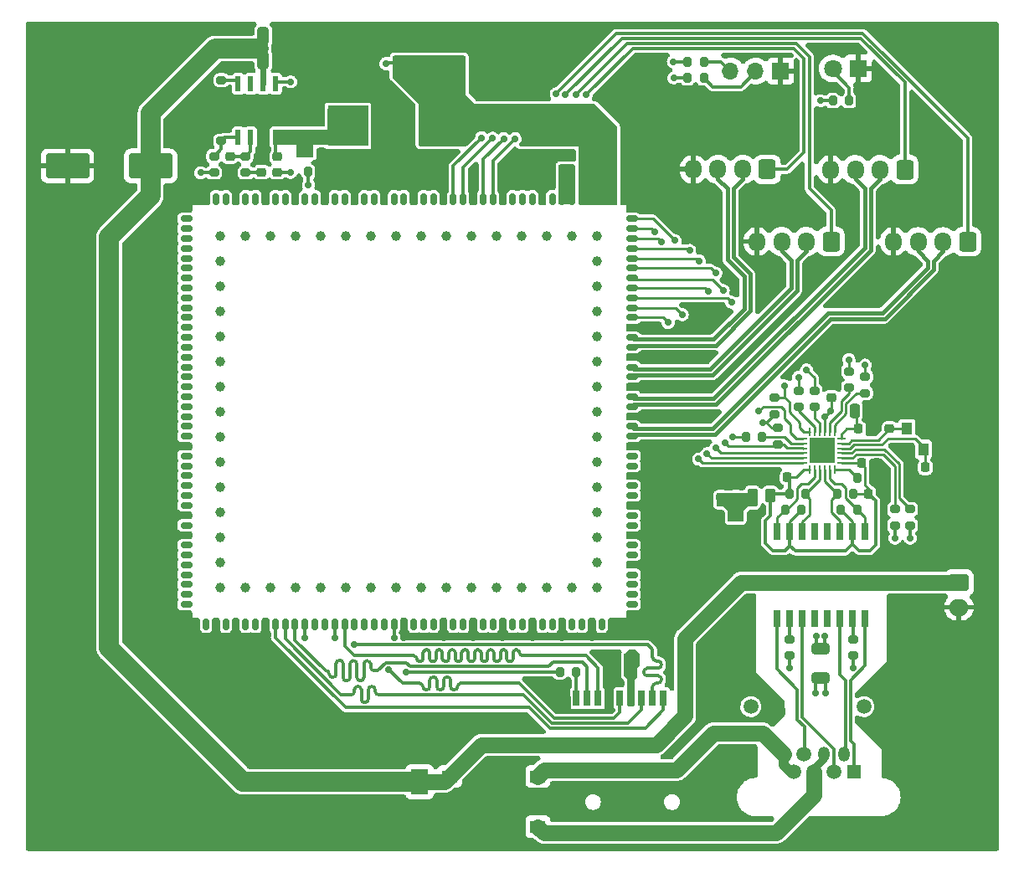
<source format=gtl>
%TF.GenerationSoftware,KiCad,Pcbnew,6.0.11-2627ca5db0~126~ubuntu20.04.1*%
%TF.CreationDate,2023-02-16T00:02:20+06:00*%
%TF.ProjectId,Router_MCU,526f7574-6572-45f4-9d43-552e6b696361,rev?*%
%TF.SameCoordinates,PX6ef5c30PY494a350*%
%TF.FileFunction,Copper,L1,Top*%
%TF.FilePolarity,Positive*%
%FSLAX46Y46*%
G04 Gerber Fmt 4.6, Leading zero omitted, Abs format (unit mm)*
G04 Created by KiCad (PCBNEW 6.0.11-2627ca5db0~126~ubuntu20.04.1) date 2023-02-16 00:02:20*
%MOMM*%
%LPD*%
G01*
G04 APERTURE LIST*
G04 Aperture macros list*
%AMRoundRect*
0 Rectangle with rounded corners*
0 $1 Rounding radius*
0 $2 $3 $4 $5 $6 $7 $8 $9 X,Y pos of 4 corners*
0 Add a 4 corners polygon primitive as box body*
4,1,4,$2,$3,$4,$5,$6,$7,$8,$9,$2,$3,0*
0 Add four circle primitives for the rounded corners*
1,1,$1+$1,$2,$3*
1,1,$1+$1,$4,$5*
1,1,$1+$1,$6,$7*
1,1,$1+$1,$8,$9*
0 Add four rect primitives between the rounded corners*
20,1,$1+$1,$2,$3,$4,$5,0*
20,1,$1+$1,$4,$5,$6,$7,0*
20,1,$1+$1,$6,$7,$8,$9,0*
20,1,$1+$1,$8,$9,$2,$3,0*%
G04 Aperture macros list end*
%TA.AperFunction,SMDPad,CuDef*%
%ADD10RoundRect,0.225000X0.250000X-0.225000X0.250000X0.225000X-0.250000X0.225000X-0.250000X-0.225000X0*%
%TD*%
%TA.AperFunction,SMDPad,CuDef*%
%ADD11RoundRect,0.200000X0.200000X0.275000X-0.200000X0.275000X-0.200000X-0.275000X0.200000X-0.275000X0*%
%TD*%
%TA.AperFunction,SMDPad,CuDef*%
%ADD12RoundRect,0.200000X0.275000X-0.200000X0.275000X0.200000X-0.275000X0.200000X-0.275000X-0.200000X0*%
%TD*%
%TA.AperFunction,SMDPad,CuDef*%
%ADD13RoundRect,0.200000X-0.275000X0.200000X-0.275000X-0.200000X0.275000X-0.200000X0.275000X0.200000X0*%
%TD*%
%TA.AperFunction,SMDPad,CuDef*%
%ADD14RoundRect,0.200000X-0.200000X-0.275000X0.200000X-0.275000X0.200000X0.275000X-0.200000X0.275000X0*%
%TD*%
%TA.AperFunction,ComponentPad*%
%ADD15RoundRect,0.250000X0.600000X0.725000X-0.600000X0.725000X-0.600000X-0.725000X0.600000X-0.725000X0*%
%TD*%
%TA.AperFunction,ComponentPad*%
%ADD16O,1.700000X1.950000*%
%TD*%
%TA.AperFunction,SMDPad,CuDef*%
%ADD17RoundRect,0.250000X0.650000X-0.325000X0.650000X0.325000X-0.650000X0.325000X-0.650000X-0.325000X0*%
%TD*%
%TA.AperFunction,ComponentPad*%
%ADD18C,7.000000*%
%TD*%
%TA.AperFunction,SMDPad,CuDef*%
%ADD19R,4.100000X4.100000*%
%TD*%
%TA.AperFunction,SMDPad,CuDef*%
%ADD20RoundRect,0.225000X-0.225000X-0.250000X0.225000X-0.250000X0.225000X0.250000X-0.225000X0.250000X0*%
%TD*%
%TA.AperFunction,SMDPad,CuDef*%
%ADD21RoundRect,0.250000X-0.250000X-0.475000X0.250000X-0.475000X0.250000X0.475000X-0.250000X0.475000X0*%
%TD*%
%TA.AperFunction,SMDPad,CuDef*%
%ADD22RoundRect,0.250000X-0.325000X-0.650000X0.325000X-0.650000X0.325000X0.650000X-0.325000X0.650000X0*%
%TD*%
%TA.AperFunction,SMDPad,CuDef*%
%ADD23R,0.600000X1.550000*%
%TD*%
%TA.AperFunction,SMDPad,CuDef*%
%ADD24R,3.100000X2.600000*%
%TD*%
%TA.AperFunction,ComponentPad*%
%ADD25C,0.700000*%
%TD*%
%TA.AperFunction,SMDPad,CuDef*%
%ADD26R,4.500000X2.950000*%
%TD*%
%TA.AperFunction,SMDPad,CuDef*%
%ADD27RoundRect,0.062500X0.350000X0.062500X-0.350000X0.062500X-0.350000X-0.062500X0.350000X-0.062500X0*%
%TD*%
%TA.AperFunction,SMDPad,CuDef*%
%ADD28RoundRect,0.062500X0.062500X0.350000X-0.062500X0.350000X-0.062500X-0.350000X0.062500X-0.350000X0*%
%TD*%
%TA.AperFunction,SMDPad,CuDef*%
%ADD29R,2.600000X2.600000*%
%TD*%
%TA.AperFunction,SMDPad,CuDef*%
%ADD30R,1.800000X2.500000*%
%TD*%
%TA.AperFunction,ComponentPad*%
%ADD31RoundRect,0.250000X-0.750000X0.600000X-0.750000X-0.600000X0.750000X-0.600000X0.750000X0.600000X0*%
%TD*%
%TA.AperFunction,ComponentPad*%
%ADD32O,2.000000X1.700000*%
%TD*%
%TA.AperFunction,ComponentPad*%
%ADD33R,1.800000X1.800000*%
%TD*%
%TA.AperFunction,ComponentPad*%
%ADD34C,1.800000*%
%TD*%
%TA.AperFunction,SMDPad,CuDef*%
%ADD35RoundRect,0.225000X0.225000X0.250000X-0.225000X0.250000X-0.225000X-0.250000X0.225000X-0.250000X0*%
%TD*%
%TA.AperFunction,SMDPad,CuDef*%
%ADD36R,1.100000X1.300000*%
%TD*%
%TA.AperFunction,SMDPad,CuDef*%
%ADD37RoundRect,0.250000X-0.262500X-0.450000X0.262500X-0.450000X0.262500X0.450000X-0.262500X0.450000X0*%
%TD*%
%TA.AperFunction,SMDPad,CuDef*%
%ADD38RoundRect,0.250000X1.950000X1.000000X-1.950000X1.000000X-1.950000X-1.000000X1.950000X-1.000000X0*%
%TD*%
%TA.AperFunction,SMDPad,CuDef*%
%ADD39R,1.500000X1.300000*%
%TD*%
%TA.AperFunction,ComponentPad*%
%ADD40R,1.700000X1.700000*%
%TD*%
%TA.AperFunction,ComponentPad*%
%ADD41O,1.700000X1.700000*%
%TD*%
%TA.AperFunction,ComponentPad*%
%ADD42R,1.400000X1.400000*%
%TD*%
%TA.AperFunction,ComponentPad*%
%ADD43O,1.200000X1.500000*%
%TD*%
%TA.AperFunction,ComponentPad*%
%ADD44C,1.500000*%
%TD*%
%TA.AperFunction,ComponentPad*%
%ADD45C,2.500000*%
%TD*%
%TA.AperFunction,SMDPad,CuDef*%
%ADD46R,0.760000X1.700000*%
%TD*%
%TA.AperFunction,SMDPad,CuDef*%
%ADD47RoundRect,0.225000X-0.250000X0.225000X-0.250000X-0.225000X0.250000X-0.225000X0.250000X0.225000X0*%
%TD*%
%TA.AperFunction,SMDPad,CuDef*%
%ADD48R,0.700000X1.600000*%
%TD*%
%TA.AperFunction,SMDPad,CuDef*%
%ADD49R,1.200000X1.400000*%
%TD*%
%TA.AperFunction,SMDPad,CuDef*%
%ADD50R,1.200000X2.200000*%
%TD*%
%TA.AperFunction,SMDPad,CuDef*%
%ADD51R,1.600000X1.400000*%
%TD*%
%TA.AperFunction,SMDPad,CuDef*%
%ADD52RoundRect,0.150000X-0.150000X0.450000X-0.150000X-0.450000X0.150000X-0.450000X0.150000X0.450000X0*%
%TD*%
%TA.AperFunction,SMDPad,CuDef*%
%ADD53RoundRect,0.150000X-0.450000X-0.150000X0.450000X-0.150000X0.450000X0.150000X-0.450000X0.150000X0*%
%TD*%
%TA.AperFunction,SMDPad,CuDef*%
%ADD54RoundRect,0.150000X0.450000X0.150000X-0.450000X0.150000X-0.450000X-0.150000X0.450000X-0.150000X0*%
%TD*%
%TA.AperFunction,ComponentPad*%
%ADD55C,1.000000*%
%TD*%
%TA.AperFunction,ViaPad*%
%ADD56C,0.700000*%
%TD*%
%TA.AperFunction,Conductor*%
%ADD57C,0.300000*%
%TD*%
%TA.AperFunction,Conductor*%
%ADD58C,0.500000*%
%TD*%
%TA.AperFunction,Conductor*%
%ADD59C,0.250000*%
%TD*%
%TA.AperFunction,Conductor*%
%ADD60C,1.600000*%
%TD*%
%TA.AperFunction,Conductor*%
%ADD61C,2.000000*%
%TD*%
%TA.AperFunction,Conductor*%
%ADD62C,0.600000*%
%TD*%
%TA.AperFunction,Conductor*%
%ADD63C,1.000000*%
%TD*%
%TA.AperFunction,Conductor*%
%ADD64C,0.800000*%
%TD*%
%TA.AperFunction,Conductor*%
%ADD65C,0.400000*%
%TD*%
G04 APERTURE END LIST*
D10*
%TO.P,C20,1*%
%TO.N,+3V3*%
X66100000Y-43937500D03*
%TO.P,C20,2*%
%TO.N,GND*%
X66100000Y-42387500D03*
%TD*%
D11*
%TO.P,R2,1*%
%TO.N,Net-(D3-Pad2)*%
X79075000Y-3800000D03*
%TO.P,R2,2*%
%TO.N,/STAT_LED*%
X77425000Y-3800000D03*
%TD*%
D10*
%TO.P,C15,1*%
%TO.N,Net-(C15-Pad1)*%
X21250000Y-11025000D03*
%TO.P,C15,2*%
%TO.N,Net-(C15-Pad2)*%
X21250000Y-9475000D03*
%TD*%
D12*
%TO.P,R11,1*%
%TO.N,+3V3*%
X71500000Y-35525000D03*
%TO.P,R11,2*%
%TO.N,/MDIO*%
X71500000Y-33875000D03*
%TD*%
D13*
%TO.P,R15,1*%
%TO.N,Net-(C14-Pad2)*%
X18050000Y-9425000D03*
%TO.P,R15,2*%
%TO.N,Net-(C12-Pad1)*%
X18050000Y-11075000D03*
%TD*%
D14*
%TO.P,R17,1*%
%TO.N,Net-(R17-Pad1)*%
X79875000Y-41962500D03*
%TO.P,R17,2*%
%TO.N,GND*%
X81525000Y-41962500D03*
%TD*%
D15*
%TO.P,X1,1,Pin_1*%
%TO.N,/M0_ONOFF*%
X91050000Y-18075000D03*
D16*
%TO.P,X1,2,Pin_2*%
%TO.N,/USB0_N*%
X88550000Y-18075000D03*
%TO.P,X1,3,Pin_3*%
%TO.N,/USB0_P*%
X86050000Y-18075000D03*
%TO.P,X1,4,Pin_4*%
%TO.N,GND*%
X83550000Y-18075000D03*
%TD*%
D17*
%TO.P,C19,1*%
%TO.N,+5V*%
X36500000Y-25000D03*
%TO.P,C19,2*%
%TO.N,GND*%
X36500000Y2925000D03*
%TD*%
D15*
%TO.P,X4,1,Pin_1*%
%TO.N,/M3_ONOFF*%
X70800000Y-10750000D03*
D16*
%TO.P,X4,2,Pin_2*%
%TO.N,/USB3_N*%
X68300000Y-10750000D03*
%TO.P,X4,3,Pin_3*%
%TO.N,/USB3_P*%
X65800000Y-10750000D03*
%TO.P,X4,4,Pin_4*%
%TO.N,GND*%
X63300000Y-10750000D03*
%TD*%
D18*
%TO.P,H1,1,1*%
%TO.N,GND*%
X0Y0D03*
%TD*%
D19*
%TO.P,L1,1,1*%
%TO.N,Net-(C15-Pad2)*%
X28400000Y-6350000D03*
%TO.P,L1,2,2*%
%TO.N,+5V*%
X37900000Y-6350000D03*
%TD*%
D20*
%TO.P,C6,1*%
%TO.N,Net-(C16-Pad1)*%
X81025000Y-43562500D03*
%TO.P,C6,2*%
%TO.N,GND*%
X82575000Y-43562500D03*
%TD*%
D14*
%TO.P,R16,1*%
%TO.N,Net-(C16-Pad1)*%
X73025000Y-43562500D03*
%TO.P,R16,2*%
%TO.N,/TXP*%
X74675000Y-43562500D03*
%TD*%
D21*
%TO.P,C1,1*%
%TO.N,+5V*%
X55100000Y-10150000D03*
%TO.P,C1,2*%
%TO.N,GND*%
X57000000Y-10150000D03*
%TD*%
D22*
%TO.P,C7,1*%
%TO.N,Net-(C23-Pad1)*%
X19825000Y2750000D03*
%TO.P,C7,2*%
%TO.N,GND*%
X22775000Y2750000D03*
%TD*%
D17*
%TO.P,C10,1*%
%TO.N,GND*%
X76200000Y-62225000D03*
%TO.P,C10,2*%
%TO.N,Net-(C10-Pad2)*%
X76200000Y-59275000D03*
%TD*%
D23*
%TO.P,U2,1,BOOT*%
%TO.N,Net-(C15-Pad1)*%
X21105000Y-2100000D03*
%TO.P,U2,2,VIN*%
%TO.N,Net-(C23-Pad1)*%
X19835000Y-2100000D03*
%TO.P,U2,3,EN*%
%TO.N,unconnected-(U2-Pad3)*%
X18565000Y-2100000D03*
%TO.P,U2,4,RT/CLK*%
%TO.N,Net-(R12-Pad1)*%
X17295000Y-2100000D03*
%TO.P,U2,5,FB*%
%TO.N,Net-(R19-Pad2)*%
X17295000Y-7500000D03*
%TO.P,U2,6,COMP*%
%TO.N,Net-(C14-Pad2)*%
X18565000Y-7500000D03*
%TO.P,U2,7,GND*%
%TO.N,GND*%
X19835000Y-7500000D03*
%TO.P,U2,8,SW*%
%TO.N,Net-(C15-Pad2)*%
X21105000Y-7500000D03*
D24*
%TO.P,U2,9,GNDPAD*%
%TO.N,GND*%
X19200000Y-4800000D03*
D25*
X21000000Y-4200000D03*
X18500000Y-4200000D03*
X17400000Y-4200000D03*
X17400000Y-5400000D03*
D26*
X19200000Y-4800000D03*
D25*
X18500000Y-5400000D03*
X21000000Y-5400000D03*
X19800000Y-5400000D03*
X19800000Y-4200000D03*
%TD*%
D27*
%TO.P,U3,1,VDD2A*%
%TO.N,Net-(C16-Pad1)*%
X78287500Y-40462500D03*
%TO.P,U3,2,LED2/nINTSEL*%
%TO.N,/ETH_LED2*%
X78287500Y-39962500D03*
%TO.P,U3,3,LED1/REGOFF*%
%TO.N,/ETH_LED1*%
X78287500Y-39462500D03*
%TO.P,U3,4,XTAL2*%
%TO.N,Net-(C4-Pad2)*%
X78287500Y-38962500D03*
%TO.P,U3,5,XTAL1/CLKIN*%
%TO.N,Net-(C3-Pad2)*%
X78287500Y-38462500D03*
%TO.P,U3,6,VDDCR*%
%TO.N,Net-(C11-Pad1)*%
X78287500Y-37962500D03*
D28*
%TO.P,U3,7,RXD1/MODE1*%
%TO.N,Net-(R6-Pad2)*%
X77600000Y-37275000D03*
%TO.P,U3,8,RXD0/MODE0*%
%TO.N,Net-(R5-Pad2)*%
X77100000Y-37275000D03*
%TO.P,U3,9,VDDIO*%
%TO.N,+3V3*%
X76600000Y-37275000D03*
%TO.P,U3,10,RXER/PHYAD0*%
%TO.N,Net-(R7-Pad2)*%
X76100000Y-37275000D03*
%TO.P,U3,11,CRS_DV/MODE2*%
%TO.N,Net-(R8-Pad2)*%
X75600000Y-37275000D03*
%TO.P,U3,12,MDIO*%
%TO.N,/MDIO*%
X75100000Y-37275000D03*
D27*
%TO.P,U3,13,MDC*%
%TO.N,/MDC*%
X74412500Y-37962500D03*
%TO.P,U3,14,INT/REFCLKO*%
%TO.N,Net-(R9-Pad2)*%
X74412500Y-38462500D03*
%TO.P,U3,15,RST*%
%TO.N,/PHY_RST*%
X74412500Y-38962500D03*
%TO.P,U3,16,TXEN*%
%TO.N,/TXEN*%
X74412500Y-39462500D03*
%TO.P,U3,17,TXD0*%
%TO.N,/TXD0*%
X74412500Y-39962500D03*
%TO.P,U3,18,TXD1*%
%TO.N,/TXD1*%
X74412500Y-40462500D03*
D28*
%TO.P,U3,19,VDD1A*%
%TO.N,Net-(C16-Pad1)*%
X75100000Y-41150000D03*
%TO.P,U3,20,TXN*%
%TO.N,/TXN*%
X75600000Y-41150000D03*
%TO.P,U3,21,TXP*%
%TO.N,/TXP*%
X76100000Y-41150000D03*
%TO.P,U3,22,RXN*%
%TO.N,/RXN*%
X76600000Y-41150000D03*
%TO.P,U3,23,RXP*%
%TO.N,/RXP*%
X77100000Y-41150000D03*
%TO.P,U3,24,RBIAS*%
%TO.N,Net-(R17-Pad1)*%
X77600000Y-41150000D03*
D29*
%TO.P,U3,25,VSS*%
%TO.N,GND*%
X76350000Y-39212500D03*
%TD*%
D30*
%TO.P,D4,1,K*%
%TO.N,Net-(C15-Pad2)*%
X24000000Y-8250000D03*
%TO.P,D4,2,A*%
%TO.N,GND*%
X24000000Y-4250000D03*
%TD*%
D14*
%TO.P,R9,1*%
%TO.N,/TXCK*%
X68625000Y-37800000D03*
%TO.P,R9,2*%
%TO.N,Net-(R9-Pad2)*%
X70275000Y-37800000D03*
%TD*%
D13*
%TO.P,R6,1*%
%TO.N,/RXD1*%
X80700000Y-31725000D03*
%TO.P,R6,2*%
%TO.N,Net-(R6-Pad2)*%
X80700000Y-33375000D03*
%TD*%
D31*
%TO.P,X5,1,Pin_1*%
%TO.N,Net-(C23-Pad1)*%
X90175000Y-52550000D03*
D32*
%TO.P,X5,2,Pin_2*%
%TO.N,GND*%
X90175000Y-55050000D03*
%TD*%
D17*
%TO.P,C18,1*%
%TO.N,+5V*%
X39050000Y25000D03*
%TO.P,C18,2*%
%TO.N,GND*%
X39050000Y2975000D03*
%TD*%
D11*
%TO.P,R25,1*%
%TO.N,Net-(R25-Pad1)*%
X51475000Y-61600000D03*
%TO.P,R25,2*%
%TO.N,/SD0_CD*%
X49825000Y-61600000D03*
%TD*%
D20*
%TO.P,C2,1*%
%TO.N,+5V*%
X55075000Y-12050000D03*
%TO.P,C2,2*%
%TO.N,GND*%
X56625000Y-12050000D03*
%TD*%
D18*
%TO.P,H2,1,1*%
%TO.N,GND*%
X90000000Y0D03*
%TD*%
D12*
%TO.P,R24,1*%
%TO.N,Net-(R24-Pad1)*%
X85250000Y-46775000D03*
%TO.P,R24,2*%
%TO.N,/ETH_LED1*%
X85250000Y-45125000D03*
%TD*%
D33*
%TO.P,D3,1,K*%
%TO.N,GND*%
X79975000Y-550000D03*
D34*
%TO.P,D3,2,A*%
%TO.N,Net-(D3-Pad2)*%
X77435000Y-550000D03*
%TD*%
D10*
%TO.P,C9,1*%
%TO.N,+3V3*%
X77300000Y-33825000D03*
%TO.P,C9,2*%
%TO.N,GND*%
X77300000Y-32275000D03*
%TD*%
%TO.P,C12,1*%
%TO.N,Net-(C12-Pad1)*%
X19650000Y-11025000D03*
%TO.P,C12,2*%
%TO.N,GND*%
X19650000Y-9475000D03*
%TD*%
D13*
%TO.P,R7,1*%
%TO.N,/RXER*%
X75550000Y-33125000D03*
%TO.P,R7,2*%
%TO.N,Net-(R7-Pad2)*%
X75550000Y-34775000D03*
%TD*%
D15*
%TO.P,X3,1,Pin_1*%
%TO.N,/M2_ONOFF*%
X77250000Y-18050000D03*
D16*
%TO.P,X3,2,Pin_2*%
%TO.N,/USB2_N*%
X74750000Y-18050000D03*
%TO.P,X3,3,Pin_3*%
%TO.N,/USB2_P*%
X72250000Y-18050000D03*
%TO.P,X3,4,Pin_4*%
%TO.N,GND*%
X69750000Y-18050000D03*
%TD*%
D35*
%TO.P,C8,1*%
%TO.N,+3V3*%
X57025000Y-61600000D03*
%TO.P,C8,2*%
%TO.N,GND*%
X55475000Y-61600000D03*
%TD*%
D36*
%TO.P,Y1,1,1*%
%TO.N,Net-(C3-Pad2)*%
X84925000Y-36950000D03*
%TO.P,Y1,2,2*%
%TO.N,GND*%
X84925000Y-39050000D03*
%TO.P,Y1,3,3*%
%TO.N,Net-(C4-Pad2)*%
X86575000Y-39050000D03*
%TO.P,Y1,4,4*%
%TO.N,GND*%
X86575000Y-36950000D03*
%TD*%
D13*
%TO.P,R10,1*%
%TO.N,+3V3*%
X71850000Y-36925000D03*
%TO.P,R10,2*%
%TO.N,/PHY_RST*%
X71850000Y-38575000D03*
%TD*%
D18*
%TO.P,H3,1,1*%
%TO.N,GND*%
X0Y-70000000D03*
%TD*%
D17*
%TO.P,C21,1*%
%TO.N,+5V*%
X34000000Y0D03*
%TO.P,C21,2*%
%TO.N,GND*%
X34000000Y2950000D03*
%TD*%
D11*
%TO.P,R22,1*%
%TO.N,Net-(C16-Pad1)*%
X79525000Y-43562500D03*
%TO.P,R22,2*%
%TO.N,/RXN*%
X77875000Y-43562500D03*
%TD*%
D12*
%TO.P,R19,1*%
%TO.N,+5V*%
X14850000Y-11075000D03*
%TO.P,R19,2*%
%TO.N,Net-(R19-Pad2)*%
X14850000Y-9425000D03*
%TD*%
D11*
%TO.P,R4,1*%
%TO.N,Net-(J1-Pad2)*%
X64375000Y-1500000D03*
%TO.P,R4,2*%
%TO.N,/UART0_TX*%
X62725000Y-1500000D03*
%TD*%
D13*
%TO.P,R5,1*%
%TO.N,/RXD0*%
X79050000Y-31175000D03*
%TO.P,R5,2*%
%TO.N,Net-(R5-Pad2)*%
X79050000Y-32825000D03*
%TD*%
D21*
%TO.P,C11,1*%
%TO.N,Net-(C11-Pad1)*%
X79650000Y-35162500D03*
%TO.P,C11,2*%
%TO.N,GND*%
X81550000Y-35162500D03*
%TD*%
D20*
%TO.P,C17,1*%
%TO.N,Net-(C16-Pad1)*%
X80325000Y-40400000D03*
%TO.P,C17,2*%
%TO.N,GND*%
X81875000Y-40400000D03*
%TD*%
%TO.P,C13,1*%
%TO.N,Net-(C11-Pad1)*%
X80025000Y-37012500D03*
%TO.P,C13,2*%
%TO.N,GND*%
X81575000Y-37012500D03*
%TD*%
D37*
%TO.P,FB1,1*%
%TO.N,+3V3*%
X69287500Y-43712500D03*
%TO.P,FB1,2*%
%TO.N,Net-(C16-Pad1)*%
X71112500Y-43712500D03*
%TD*%
D14*
%TO.P,R1,1*%
%TO.N,Net-(R1-Pad1)*%
X24375000Y-11000000D03*
%TO.P,R1,2*%
%TO.N,GND*%
X26025000Y-11000000D03*
%TD*%
D38*
%TO.P,C23,1*%
%TO.N,Net-(C23-Pad1)*%
X8432500Y-10400000D03*
%TO.P,C23,2*%
%TO.N,GND*%
X32500Y-10400000D03*
%TD*%
D11*
%TO.P,R18,1*%
%TO.N,Net-(C16-Pad1)*%
X74275000Y-45162500D03*
%TO.P,R18,2*%
%TO.N,/TXN*%
X72625000Y-45162500D03*
%TD*%
D15*
%TO.P,X2,1,Pin_1*%
%TO.N,/M1_ONOFF*%
X84700000Y-10775000D03*
D16*
%TO.P,X2,2,Pin_2*%
%TO.N,/USB1_N*%
X82200000Y-10775000D03*
%TO.P,X2,3,Pin_3*%
%TO.N,/USB1_P*%
X79700000Y-10775000D03*
%TO.P,X2,4,Pin_4*%
%TO.N,GND*%
X77200000Y-10775000D03*
%TD*%
D12*
%TO.P,R20,1*%
%TO.N,Net-(R19-Pad2)*%
X15550000Y-7875000D03*
%TO.P,R20,2*%
%TO.N,GND*%
X15550000Y-6225000D03*
%TD*%
D39*
%TO.P,D1,1,+*%
%TO.N,Net-(C23-Pad1)*%
X38700000Y-72150000D03*
%TO.P,D1,2,-*%
%TO.N,GND*%
X38700000Y-77250000D03*
%TO.P,D1,3*%
%TO.N,/VIN1*%
X47600000Y-77250000D03*
%TO.P,D1,4*%
%TO.N,/VIN2*%
X47600000Y-72150000D03*
%TD*%
D40*
%TO.P,J1,1,Pin_1*%
%TO.N,GND*%
X72150000Y-800000D03*
D41*
%TO.P,J1,2,Pin_2*%
%TO.N,Net-(J1-Pad2)*%
X69610000Y-800000D03*
%TO.P,J1,3,Pin_3*%
%TO.N,Net-(J1-Pad3)*%
X67070000Y-800000D03*
%TD*%
D12*
%TO.P,R23,1*%
%TO.N,Net-(R23-Pad1)*%
X83700000Y-46775000D03*
%TO.P,R23,2*%
%TO.N,/ETH_LED2*%
X83700000Y-45125000D03*
%TD*%
D13*
%TO.P,R13,1*%
%TO.N,Net-(R13-Pad1)*%
X79450000Y-58275000D03*
%TO.P,R13,2*%
%TO.N,Net-(C10-Pad2)*%
X79450000Y-59925000D03*
%TD*%
D42*
%TO.P,X7,1*%
%TO.N,/TO0_P*%
X79550000Y-71700000D03*
D43*
%TO.P,X7,2*%
%TO.N,/TO0_N*%
X78534000Y-69920000D03*
D44*
%TO.P,X7,3*%
%TO.N,/TO1_P*%
X77518000Y-71700000D03*
D43*
%TO.P,X7,4*%
%TO.N,/VIN1*%
X76502000Y-69920000D03*
D44*
%TO.P,X7,5*%
X75486000Y-71700000D03*
%TO.P,X7,6*%
%TO.N,/TO1_N*%
X74470000Y-69920000D03*
%TO.P,X7,7*%
%TO.N,/VIN2*%
X73454000Y-71700000D03*
%TO.P,X7,8*%
X72438000Y-69920000D03*
%TO.P,X7,9*%
%TO.N,GND*%
X82850000Y-65100000D03*
%TO.P,X7,10*%
%TO.N,Net-(R24-Pad1)*%
X80560000Y-65100000D03*
%TO.P,X7,11*%
%TO.N,GND*%
X71420000Y-65100000D03*
%TO.P,X7,12*%
%TO.N,Net-(R23-Pad1)*%
X69130000Y-65100000D03*
D45*
%TO.P,X7,SH*%
%TO.N,GND*%
X84120000Y-70810000D03*
X67860000Y-70810000D03*
%TD*%
D18*
%TO.P,H4,1,1*%
%TO.N,GND*%
X90000000Y-70000000D03*
%TD*%
D22*
%TO.P,C5,1*%
%TO.N,Net-(C23-Pad1)*%
X19825000Y300000D03*
%TO.P,C5,2*%
%TO.N,GND*%
X22775000Y300000D03*
%TD*%
D10*
%TO.P,C14,1*%
%TO.N,GND*%
X16450000Y-11025000D03*
%TO.P,C14,2*%
%TO.N,Net-(C14-Pad2)*%
X16450000Y-9475000D03*
%TD*%
D13*
%TO.P,R12,1*%
%TO.N,Net-(R12-Pad1)*%
X15600000Y-1725000D03*
%TO.P,R12,2*%
%TO.N,GND*%
X15600000Y-3375000D03*
%TD*%
D11*
%TO.P,R3,1*%
%TO.N,Net-(J1-Pad3)*%
X64375000Y150000D03*
%TO.P,R3,2*%
%TO.N,/UART0_RX*%
X62725000Y150000D03*
%TD*%
D20*
%TO.P,C4,1*%
%TO.N,GND*%
X85225000Y-40900000D03*
%TO.P,C4,2*%
%TO.N,Net-(C4-Pad2)*%
X86775000Y-40900000D03*
%TD*%
D13*
%TO.P,R14,1*%
%TO.N,Net-(R14-Pad1)*%
X73050000Y-58275000D03*
%TO.P,R14,2*%
%TO.N,Net-(C10-Pad2)*%
X73050000Y-59925000D03*
%TD*%
D10*
%TO.P,C22,1*%
%TO.N,+3V3*%
X67650000Y-43937500D03*
%TO.P,C22,2*%
%TO.N,GND*%
X67650000Y-42387500D03*
%TD*%
D46*
%TO.P,T1,1,TD+*%
%TO.N,/RXP*%
X80695000Y-47400000D03*
%TO.P,T1,2,C_TD*%
%TO.N,Net-(C16-Pad1)*%
X79425000Y-47400000D03*
%TO.P,T1,3,TD-*%
%TO.N,/RXN*%
X78155000Y-47400000D03*
%TO.P,T1,4*%
%TO.N,N/C*%
X76885000Y-47400000D03*
%TO.P,T1,5*%
X75615000Y-47400000D03*
%TO.P,T1,6,RD+*%
%TO.N,/TXP*%
X74345000Y-47400000D03*
%TO.P,T1,7,C_RD*%
%TO.N,Net-(C16-Pad1)*%
X73075000Y-47400000D03*
%TO.P,T1,8,RD-*%
%TO.N,/TXN*%
X71805000Y-47400000D03*
%TO.P,T1,9,RX-*%
%TO.N,/TO1_N*%
X71805000Y-56200000D03*
%TO.P,T1,10,C_RX*%
%TO.N,Net-(R14-Pad1)*%
X73075000Y-56200000D03*
%TO.P,T1,11,RX+*%
%TO.N,/TO1_P*%
X74345000Y-56200000D03*
%TO.P,T1,12*%
%TO.N,N/C*%
X75615000Y-56200000D03*
%TO.P,T1,13*%
X76885000Y-56200000D03*
%TO.P,T1,14,TX-*%
%TO.N,/TO0_N*%
X78155000Y-56200000D03*
%TO.P,T1,15,C_TX*%
%TO.N,Net-(R13-Pad1)*%
X79425000Y-56200000D03*
%TO.P,T1,16,TX+*%
%TO.N,/TO0_P*%
X80695000Y-56200000D03*
%TD*%
D47*
%TO.P,C3,1*%
%TO.N,GND*%
X83150000Y-35437500D03*
%TO.P,C3,2*%
%TO.N,Net-(C3-Pad2)*%
X83150000Y-36987500D03*
%TD*%
D48*
%TO.P,X6,1,DAT2*%
%TO.N,/SD0_D2*%
X60300000Y-64250000D03*
%TO.P,X6,2,CD/DAT3*%
%TO.N,/SD0_D3*%
X59200000Y-64250000D03*
%TO.P,X6,3,CMD*%
%TO.N,/SD0_CMD*%
X58100000Y-64250000D03*
%TO.P,X6,4,VDD*%
%TO.N,+3V3*%
X57000000Y-64250000D03*
%TO.P,X6,5,CLK*%
%TO.N,/SD0_CLK*%
X55900000Y-64250000D03*
%TO.P,X6,6,VSS*%
%TO.N,GND*%
X54800000Y-64250000D03*
%TO.P,X6,7,DAT0*%
%TO.N,/SD0_D0*%
X53700000Y-64250000D03*
%TO.P,X6,8,DAT1*%
%TO.N,/SD0_D1*%
X52600000Y-64250000D03*
%TO.P,X6,9,CARD_DETECTION*%
%TO.N,Net-(R25-Pad1)*%
X51500000Y-64250000D03*
D49*
%TO.P,X6,10,GND*%
%TO.N,GND*%
X50350000Y-64750000D03*
D50*
%TO.P,X6,11,11*%
X50350000Y-74350000D03*
%TO.P,X6,12,12*%
X65850000Y-74350000D03*
D51*
%TO.P,X6,13,13*%
X64950000Y-64750000D03*
%TD*%
D13*
%TO.P,R8,1*%
%TO.N,/CSDV*%
X73950000Y-33125000D03*
%TO.P,R8,2*%
%TO.N,Net-(R8-Pad2)*%
X73950000Y-34775000D03*
%TD*%
D52*
%TO.P,U1,1,5V*%
%TO.N,+5V*%
X55050000Y-13750000D03*
%TO.P,U1,2,5V*%
X54050000Y-13750000D03*
%TO.P,U1,3,5V*%
X53050000Y-13750000D03*
%TO.P,U1,4,5V*%
X52050000Y-13750000D03*
%TO.P,U1,5,3V3_OUT*%
%TO.N,+3V3*%
X51050000Y-13750000D03*
%TO.P,U1,6,3V3_OUT*%
X50050000Y-13750000D03*
%TO.P,U1,7,VUSB2-3V3*%
%TO.N,unconnected-(U1-Pad7)*%
X49050000Y-13750000D03*
%TO.P,U1,8,GND*%
%TO.N,GND*%
X48050000Y-13750000D03*
%TO.P,U1,9,RESET*%
%TO.N,unconnected-(U1-Pad9)*%
X47050000Y-13750000D03*
%TO.P,U1,10,ONOFF*%
%TO.N,unconnected-(U1-Pad10)*%
X46050000Y-13750000D03*
%TO.P,U1,11,PMICWAKE*%
%TO.N,unconnected-(U1-Pad11)*%
X45050000Y-13750000D03*
%TO.P,U1,12,GND*%
%TO.N,GND*%
X44050000Y-13750000D03*
%TO.P,U1,13,LVDS1-D1P*%
%TO.N,/M3_ONOFF*%
X43050000Y-13750000D03*
%TO.P,U1,14,LVDS1-D1N*%
%TO.N,/M2_ONOFF*%
X42050000Y-13750000D03*
%TO.P,U1,15,GND*%
%TO.N,GND*%
X41050000Y-13750000D03*
%TO.P,U1,16,LVDS1-D3N*%
%TO.N,/M1_ONOFF*%
X40050000Y-13750000D03*
%TO.P,U1,17,LVDS1-D3P*%
%TO.N,/M0_ONOFF*%
X39050000Y-13750000D03*
%TO.P,U1,18,GND*%
%TO.N,GND*%
X38050000Y-13750000D03*
%TO.P,U1,19,LVDS1-D2N*%
%TO.N,unconnected-(U1-Pad19)*%
X37050000Y-13750000D03*
%TO.P,U1,20,LVDS1-D2P*%
%TO.N,unconnected-(U1-Pad20)*%
X36050000Y-13750000D03*
%TO.P,U1,21,GND*%
%TO.N,GND*%
X35050000Y-13750000D03*
%TO.P,U1,22,LVDS1-CLKN*%
%TO.N,unconnected-(U1-Pad22)*%
X34050000Y-13750000D03*
%TO.P,U1,23,LVDS1-CLKP*%
%TO.N,unconnected-(U1-Pad23)*%
X33050000Y-13750000D03*
%TO.P,U1,24,GND*%
%TO.N,GND*%
X32050000Y-13750000D03*
%TO.P,U1,25,LVDS1-D0N*%
%TO.N,unconnected-(U1-Pad25)*%
X31050000Y-13750000D03*
%TO.P,U1,26,LVDS1-D0P*%
%TO.N,unconnected-(U1-Pad26)*%
X30050000Y-13750000D03*
%TO.P,U1,27,GND*%
%TO.N,GND*%
X29050000Y-13750000D03*
%TO.P,U1,28,LVDS0-D2N*%
%TO.N,unconnected-(U1-Pad28)*%
X28050000Y-13750000D03*
%TO.P,U1,29,LVDS0-D2P*%
%TO.N,unconnected-(U1-Pad29)*%
X27050000Y-13750000D03*
%TO.P,U1,30,GND*%
%TO.N,GND*%
X26050000Y-13750000D03*
%TO.P,U1,31,LVDS1-D1N*%
%TO.N,unconnected-(U1-Pad31)*%
X25050000Y-13750000D03*
%TO.P,U1,32,LVDS1-D1P*%
%TO.N,unconnected-(U1-Pad32)*%
X24050000Y-13750000D03*
%TO.P,U1,33,GND*%
%TO.N,GND*%
X23050000Y-13750000D03*
%TO.P,U1,34,LVDS0-D0N*%
%TO.N,unconnected-(U1-Pad34)*%
X22050000Y-13750000D03*
%TO.P,U1,35,LVDS0-D0P*%
%TO.N,unconnected-(U1-Pad35)*%
X21050000Y-13750000D03*
%TO.P,U1,36,GND*%
%TO.N,GND*%
X20050000Y-13750000D03*
%TO.P,U1,37,LVDS0-CLKN*%
%TO.N,unconnected-(U1-Pad37)*%
X19050000Y-13750000D03*
%TO.P,U1,38,LVDS0-CLKP*%
%TO.N,unconnected-(U1-Pad38)*%
X18050000Y-13750000D03*
%TO.P,U1,39,GND*%
%TO.N,GND*%
X17050000Y-13750000D03*
%TO.P,U1,40,LVDS0-D3N*%
%TO.N,unconnected-(U1-Pad40)*%
X16050000Y-13750000D03*
%TO.P,U1,41,LVDS0-D3P*%
%TO.N,unconnected-(U1-Pad41)*%
X15050000Y-13750000D03*
%TO.P,U1,42,GND*%
%TO.N,GND*%
X14050000Y-13750000D03*
D53*
%TO.P,U1,43,NCSI0-SCK*%
%TO.N,unconnected-(U1-Pad43)*%
X12050000Y-15750000D03*
%TO.P,U1,44,NCSI0-SDA*%
%TO.N,unconnected-(U1-Pad44)*%
X12050000Y-16750000D03*
%TO.P,U1,45,NCSI0-HSYNC*%
%TO.N,unconnected-(U1-Pad45)*%
X12050000Y-17750000D03*
%TO.P,U1,46,NCSI0-D7*%
%TO.N,unconnected-(U1-Pad46)*%
X12050000Y-18750000D03*
%TO.P,U1,47,NCSI0-PCLK*%
%TO.N,unconnected-(U1-Pad47)*%
X12050000Y-19750000D03*
%TO.P,U1,48,NCSI0-D6*%
%TO.N,unconnected-(U1-Pad48)*%
X12050000Y-20750000D03*
%TO.P,U1,49,NCSI0-D5*%
%TO.N,unconnected-(U1-Pad49)*%
X12050000Y-21750000D03*
%TO.P,U1,50,NCSI0-D3*%
%TO.N,unconnected-(U1-Pad50)*%
X12050000Y-22750000D03*
%TO.P,U1,51,NCSI0-D2*%
%TO.N,unconnected-(U1-Pad51)*%
X12050000Y-23750000D03*
%TO.P,U1,52,NCSI0-D4*%
%TO.N,unconnected-(U1-Pad52)*%
X12050000Y-24750000D03*
%TO.P,U1,53,NCSI0-D0*%
%TO.N,unconnected-(U1-Pad53)*%
X12050000Y-25750000D03*
%TO.P,U1,54,NCSI0-D1*%
%TO.N,unconnected-(U1-Pad54)*%
X12050000Y-26750000D03*
%TO.P,U1,55,NCSI0-VSYNC*%
%TO.N,unconnected-(U1-Pad55)*%
X12050000Y-27750000D03*
%TO.P,U1,56,NCSI0-D15*%
%TO.N,unconnected-(U1-Pad56)*%
X12050000Y-28750000D03*
%TO.P,U1,57,CSI-FSIN0*%
%TO.N,unconnected-(U1-Pad57)*%
X12050000Y-29750000D03*
%TO.P,U1,58,NCSI0-D14*%
%TO.N,unconnected-(U1-Pad58)*%
X12050000Y-30750000D03*
%TO.P,U1,59,NCSI0-D13*%
%TO.N,unconnected-(U1-Pad59)*%
X12050000Y-31750000D03*
%TO.P,U1,60,NCSI0-MCLK*%
%TO.N,unconnected-(U1-Pad60)*%
X12050000Y-32750000D03*
%TO.P,U1,61,NCSI0-D12*%
%TO.N,unconnected-(U1-Pad61)*%
X12050000Y-33750000D03*
%TO.P,U1,62,NCSI0-D11*%
%TO.N,unconnected-(U1-Pad62)*%
X12050000Y-34750000D03*
%TO.P,U1,63,NCSI0-D10*%
%TO.N,unconnected-(U1-Pad63)*%
X12050000Y-35750000D03*
%TO.P,U1,64,NCSI0-D9*%
%TO.N,unconnected-(U1-Pad64)*%
X12050000Y-36750000D03*
%TO.P,U1,65,NCSI0-D8*%
%TO.N,unconnected-(U1-Pad65)*%
X12050000Y-37750000D03*
%TO.P,U1,66,GND*%
%TO.N,GND*%
X12050000Y-38750000D03*
%TO.P,U1,67,RGMII-MDC*%
%TO.N,unconnected-(U1-Pad67)*%
X12050000Y-39750000D03*
%TO.P,U1,68,RGMII-RXD1*%
%TO.N,unconnected-(U1-Pad68)*%
X12050000Y-40750000D03*
%TO.P,U1,69,GPHY-RST*%
%TO.N,unconnected-(U1-Pad69)*%
X12050000Y-41750000D03*
%TO.P,U1,70,RGMII-RXCTL*%
%TO.N,unconnected-(U1-Pad70)*%
X12050000Y-42750000D03*
%TO.P,U1,71,RGMII-RXD2*%
%TO.N,unconnected-(U1-Pad71)*%
X12050000Y-43750000D03*
%TO.P,U1,72,RGMII-RXD0*%
%TO.N,unconnected-(U1-Pad72)*%
X12050000Y-44750000D03*
%TO.P,U1,73,GND*%
%TO.N,GND*%
X12050000Y-45750000D03*
%TO.P,U1,74,RGMII-CLKIN*%
%TO.N,unconnected-(U1-Pad74)*%
X12050000Y-46750000D03*
%TO.P,U1,75,GND*%
%TO.N,GND*%
X12050000Y-47750000D03*
%TO.P,U1,76,RGMII-RXD3*%
%TO.N,unconnected-(U1-Pad76)*%
X12050000Y-48750000D03*
%TO.P,U1,77,RGMII-RXCK*%
%TO.N,unconnected-(U1-Pad77)*%
X12050000Y-49750000D03*
%TO.P,U1,78,RGMII-MDIO*%
%TO.N,unconnected-(U1-Pad78)*%
X12050000Y-50750000D03*
%TO.P,U1,79,GPHY-CLK25*%
%TO.N,unconnected-(U1-Pad79)*%
X12050000Y-51750000D03*
%TO.P,U1,80,RGMII-TXD1*%
%TO.N,unconnected-(U1-Pad80)*%
X12050000Y-52750000D03*
%TO.P,U1,81,RGMII-TXD3*%
%TO.N,unconnected-(U1-Pad81)*%
X12050000Y-53750000D03*
%TO.P,U1,82,RGMII-TXCTL*%
%TO.N,unconnected-(U1-Pad82)*%
X12050000Y-54750000D03*
D52*
%TO.P,U1,83,NC*%
%TO.N,unconnected-(U1-Pad83)*%
X14050000Y-56750000D03*
%TO.P,U1,84,GND*%
%TO.N,GND*%
X15050000Y-56750000D03*
%TO.P,U1,85,RGMII-TXCK*%
%TO.N,unconnected-(U1-Pad85)*%
X16050000Y-56750000D03*
%TO.P,U1,86,GND*%
%TO.N,GND*%
X17050000Y-56750000D03*
%TO.P,U1,87,RGMII-TXD0*%
%TO.N,unconnected-(U1-Pad87)*%
X18050000Y-56750000D03*
%TO.P,U1,88,RGMII-TXD2*%
%TO.N,unconnected-(U1-Pad88)*%
X19050000Y-56750000D03*
%TO.P,U1,89,GND*%
%TO.N,GND*%
X20050000Y-56750000D03*
%TO.P,U1,90,SDIO0-D2*%
%TO.N,/SD0_D2*%
X21050000Y-56750000D03*
%TO.P,U1,91,SDIO0-CMD*%
%TO.N,/SD0_CMD*%
X22050000Y-56750000D03*
%TO.P,U1,92,SDIO0-D1*%
%TO.N,/SD0_D1*%
X23050000Y-56750000D03*
%TO.P,U1,93,SDIO0-CLK*%
%TO.N,/SD0_CLK*%
X24050000Y-56750000D03*
%TO.P,U1,94,SDIO1-D3*%
%TO.N,unconnected-(U1-Pad94)*%
X25050000Y-56750000D03*
%TO.P,U1,95,SDIO1-D1*%
%TO.N,unconnected-(U1-Pad95)*%
X26050000Y-56750000D03*
%TO.P,U1,96,SDIO0-D3*%
%TO.N,/SD0_D3*%
X27050000Y-56750000D03*
%TO.P,U1,97,SDIO0-D0*%
%TO.N,/SD0_D0*%
X28050000Y-56750000D03*
%TO.P,U1,98,SDIO1-CLK*%
%TO.N,unconnected-(U1-Pad98)*%
X29050000Y-56750000D03*
%TO.P,U1,99,SDIO1-D2*%
%TO.N,unconnected-(U1-Pad99)*%
X30050000Y-56750000D03*
%TO.P,U1,100,SDIO1-CMD*%
%TO.N,unconnected-(U1-Pad100)*%
X31050000Y-56750000D03*
%TO.P,U1,101,SDIO1-D0*%
%TO.N,unconnected-(U1-Pad101)*%
X32050000Y-56750000D03*
%TO.P,U1,102,SDIO0-CD*%
%TO.N,/SD0_CD*%
X33050000Y-56750000D03*
%TO.P,U1,103,GND*%
%TO.N,GND*%
X34050000Y-56750000D03*
%TO.P,U1,104,MCSI-MCLK*%
%TO.N,unconnected-(U1-Pad104)*%
X35050000Y-56750000D03*
%TO.P,U1,105,MCSI-SDA*%
%TO.N,unconnected-(U1-Pad105)*%
X36050000Y-56750000D03*
%TO.P,U1,106,MCSI-SCK*%
%TO.N,unconnected-(U1-Pad106)*%
X37050000Y-56750000D03*
%TO.P,U1,107,GND*%
%TO.N,GND*%
X38050000Y-56750000D03*
%TO.P,U1,108,MCSI-CLKP*%
%TO.N,unconnected-(U1-Pad108)*%
X39050000Y-56750000D03*
%TO.P,U1,109,MCSI-CLKN*%
%TO.N,unconnected-(U1-Pad109)*%
X40050000Y-56750000D03*
%TO.P,U1,110,GND*%
%TO.N,GND*%
X41050000Y-56750000D03*
%TO.P,U1,111,MCSI-D0P*%
%TO.N,unconnected-(U1-Pad111)*%
X42050000Y-56750000D03*
%TO.P,U1,112,MCSI-D0N*%
%TO.N,unconnected-(U1-Pad112)*%
X43050000Y-56750000D03*
%TO.P,U1,113,GND*%
%TO.N,GND*%
X44050000Y-56750000D03*
%TO.P,U1,114,MCSI-D1P*%
%TO.N,unconnected-(U1-Pad114)*%
X45050000Y-56750000D03*
%TO.P,U1,115,MCSI-D1N*%
%TO.N,unconnected-(U1-Pad115)*%
X46050000Y-56750000D03*
%TO.P,U1,116,GND*%
%TO.N,GND*%
X47050000Y-56750000D03*
%TO.P,U1,117,MCSI-D2P*%
%TO.N,unconnected-(U1-Pad117)*%
X48050000Y-56750000D03*
%TO.P,U1,118,MCSI-D2N*%
%TO.N,unconnected-(U1-Pad118)*%
X49050000Y-56750000D03*
%TO.P,U1,119,GND*%
%TO.N,GND*%
X50050000Y-56750000D03*
%TO.P,U1,120,MCSI-D3P*%
%TO.N,unconnected-(U1-Pad120)*%
X51050000Y-56750000D03*
%TO.P,U1,121,MCSI-D3N*%
%TO.N,unconnected-(U1-Pad121)*%
X52050000Y-56750000D03*
%TO.P,U1,122,GND*%
%TO.N,GND*%
X53050000Y-56750000D03*
%TO.P,U1,123,TVOUT*%
%TO.N,unconnected-(U1-Pad123)*%
X54050000Y-56750000D03*
%TO.P,U1,124,GND*%
%TO.N,GND*%
X55050000Y-56750000D03*
D54*
%TO.P,U1,125,HDMI-CEC*%
%TO.N,unconnected-(U1-Pad125)*%
X57100000Y-54750000D03*
%TO.P,U1,126,HDMI-SDA*%
%TO.N,unconnected-(U1-Pad126)*%
X57100000Y-53750000D03*
%TO.P,U1,127,HDMI-SCL*%
%TO.N,unconnected-(U1-Pad127)*%
X57100000Y-52750000D03*
%TO.P,U1,128,HDMI-HPD*%
%TO.N,unconnected-(U1-Pad128)*%
X57100000Y-51750000D03*
%TO.P,U1,129,GND*%
%TO.N,GND*%
X57100000Y-50750000D03*
%TO.P,U1,130,HTXCP*%
%TO.N,unconnected-(U1-Pad130)*%
X57100000Y-49750000D03*
%TO.P,U1,131,HTXCN*%
%TO.N,unconnected-(U1-Pad131)*%
X57100000Y-48750000D03*
%TO.P,U1,132,GND*%
%TO.N,GND*%
X57100000Y-47750000D03*
%TO.P,U1,133,HTX1P*%
%TO.N,unconnected-(U1-Pad133)*%
X57100000Y-46750000D03*
%TO.P,U1,134,HTX1N*%
%TO.N,unconnected-(U1-Pad134)*%
X57100000Y-45750000D03*
%TO.P,U1,135,GND*%
%TO.N,GND*%
X57100000Y-44750000D03*
%TO.P,U1,136,HTX0P*%
%TO.N,unconnected-(U1-Pad136)*%
X57100000Y-43750000D03*
%TO.P,U1,137,HTX0N*%
%TO.N,unconnected-(U1-Pad137)*%
X57100000Y-42750000D03*
%TO.P,U1,138,GND*%
%TO.N,GND*%
X57100000Y-41750000D03*
%TO.P,U1,139,HTX2P*%
%TO.N,unconnected-(U1-Pad139)*%
X57100000Y-40750000D03*
%TO.P,U1,140,HTX2N*%
%TO.N,unconnected-(U1-Pad140)*%
X57100000Y-39750000D03*
%TO.P,U1,141,GND*%
%TO.N,GND*%
X57100000Y-38750000D03*
%TO.P,U1,142,USB0-DN*%
%TO.N,/USB0_N*%
X57100000Y-37750000D03*
%TO.P,U1,143,USB0-DP*%
%TO.N,/USB0_P*%
X57100000Y-36750000D03*
%TO.P,U1,144,GND*%
%TO.N,GND*%
X57100000Y-35750000D03*
%TO.P,U1,145,USB1-DN*%
%TO.N,/USB1_N*%
X57100000Y-34750000D03*
%TO.P,U1,146,USB1-DP*%
%TO.N,/USB1_P*%
X57100000Y-33750000D03*
%TO.P,U1,147,GND*%
%TO.N,GND*%
X57100000Y-32750000D03*
%TO.P,U1,148,USB2-DN*%
%TO.N,/USB2_N*%
X57100000Y-31750000D03*
%TO.P,U1,149,USB2-DP*%
%TO.N,/USB2_P*%
X57100000Y-30750000D03*
%TO.P,U1,150,GND*%
%TO.N,GND*%
X57100000Y-29750000D03*
%TO.P,U1,151,USB3-DN*%
%TO.N,/USB3_N*%
X57100000Y-28750000D03*
%TO.P,U1,152,USB3-DP*%
%TO.N,/USB3_P*%
X57100000Y-27750000D03*
%TO.P,U1,153,GND*%
%TO.N,GND*%
X57100000Y-26750000D03*
%TO.P,U1,154,RMII-TXEN*%
%TO.N,/TXEN*%
X57100000Y-25750000D03*
%TO.P,U1,155,RMII-TXCK*%
%TO.N,/TXCK*%
X57100000Y-24750000D03*
%TO.P,U1,156,RMII-RXD1*%
%TO.N,/RXD1*%
X57100000Y-23750000D03*
%TO.P,U1,157,RMII-CSDV*%
%TO.N,/CSDV*%
X57100000Y-22750000D03*
%TO.P,U1,158,RMII-RXD0*%
%TO.N,/RXD0*%
X57100000Y-21750000D03*
%TO.P,U1,159,RMII-RXER*%
%TO.N,/RXER*%
X57100000Y-20750000D03*
%TO.P,U1,160,RMII-MDIO*%
%TO.N,/MDIO*%
X57100000Y-19750000D03*
%TO.P,U1,161,RMII-MDC*%
%TO.N,/MDC*%
X57100000Y-18750000D03*
%TO.P,U1,162,RMII-TXD0*%
%TO.N,/TXD0*%
X57100000Y-17750000D03*
%TO.P,U1,163,RMII-TXD1*%
%TO.N,/TXD1*%
X57100000Y-16750000D03*
%TO.P,U1,164,EPHY-RST*%
%TO.N,/PHY_RST*%
X57100000Y-15750000D03*
D55*
%TO.P,U1,L1,UART5-TX*%
%TO.N,unconnected-(U1-PadL1)*%
X53614168Y-17470142D03*
%TO.P,U1,L2,UART5-RX*%
%TO.N,/STAT_LED*%
X51074168Y-17470142D03*
%TO.P,U1,L3,UART0-TX*%
%TO.N,/UART0_TX*%
X48534168Y-17470142D03*
%TO.P,U1,L4,UART0-RX*%
%TO.N,/UART0_RX*%
X45994168Y-17470142D03*
%TO.P,U1,L5,UART1-TX*%
%TO.N,unconnected-(U1-PadL5)*%
X43454168Y-17470142D03*
%TO.P,U1,L6,UART1-RX*%
%TO.N,unconnected-(U1-PadL6)*%
X40914168Y-17470142D03*
%TO.P,U1,L7,UART1-RTS*%
%TO.N,unconnected-(U1-PadL7)*%
X38374168Y-17470142D03*
%TO.P,U1,L8,UART1-CTS*%
%TO.N,unconnected-(U1-PadL8)*%
X35834168Y-17470142D03*
%TO.P,U1,L9,UART2-TX*%
%TO.N,unconnected-(U1-PadL9)*%
X33294168Y-17470142D03*
%TO.P,U1,L10,UART2-RX*%
%TO.N,unconnected-(U1-PadL10)*%
X30754168Y-17470142D03*
%TO.P,U1,L11,BOOT-S0*%
%TO.N,unconnected-(U1-PadL11)*%
X28214168Y-17470142D03*
%TO.P,U1,L12,BOOT-S1*%
%TO.N,Net-(R1-Pad1)*%
X25674168Y-17470142D03*
%TO.P,U1,L13,BOOT-S2*%
%TO.N,unconnected-(U1-PadL13)*%
X23134168Y-17470142D03*
%TO.P,U1,L14,BOOT-S3*%
%TO.N,unconnected-(U1-PadL14)*%
X20594168Y-17470142D03*
%TO.P,U1,L15,BOOT-S4*%
%TO.N,unconnected-(U1-PadL15)*%
X18054168Y-17470142D03*
%TO.P,U1,L16,FEL*%
%TO.N,unconnected-(U1-PadL16)*%
X15514168Y-17470142D03*
%TO.P,U1,L17,I2S2-DO0*%
%TO.N,unconnected-(U1-PadL17)*%
X15514168Y-20010142D03*
%TO.P,U1,L18,I2S2-LRCK*%
%TO.N,unconnected-(U1-PadL18)*%
X15514168Y-22550142D03*
%TO.P,U1,L19,I2S2-BCLK*%
%TO.N,unconnected-(U1-PadL19)*%
X15514168Y-25090142D03*
%TO.P,U1,L20,I2S2-DI0*%
%TO.N,unconnected-(U1-PadL20)*%
X15514168Y-27630142D03*
%TO.P,U1,L21,I2S2-MCLK*%
%TO.N,unconnected-(U1-PadL21)*%
X15514168Y-30170142D03*
%TO.P,U1,L22,SPDIF-O*%
%TO.N,unconnected-(U1-PadL22)*%
X15514168Y-32710142D03*
%TO.P,U1,L23,LINE-OR*%
%TO.N,unconnected-(U1-PadL23)*%
X15514168Y-35250142D03*
%TO.P,U1,L24,LINE-OL*%
%TO.N,unconnected-(U1-PadL24)*%
X15514168Y-37790142D03*
%TO.P,U1,L25,LINE-IR*%
%TO.N,unconnected-(U1-PadL25)*%
X15514168Y-40330142D03*
%TO.P,U1,L26,LINE-IL*%
%TO.N,unconnected-(U1-PadL26)*%
X15514168Y-42870142D03*
%TO.P,U1,L27,NC*%
%TO.N,unconnected-(U1-PadL27)*%
X15514168Y-45410142D03*
%TO.P,U1,L28,NC*%
%TO.N,unconnected-(U1-PadL28)*%
X15514168Y-47950142D03*
%TO.P,U1,L29,NC*%
%TO.N,unconnected-(U1-PadL29)*%
X15514168Y-50490142D03*
%TO.P,U1,L30,IR-RX*%
%TO.N,unconnected-(U1-PadL30)*%
X15514168Y-53030142D03*
%TO.P,U1,L31,PH8*%
%TO.N,unconnected-(U1-PadL31)*%
X18054168Y-53030142D03*
%TO.P,U1,L32,PC2*%
%TO.N,unconnected-(U1-PadL32)*%
X20594168Y-53030142D03*
%TO.P,U1,L33,PC12*%
%TO.N,unconnected-(U1-PadL33)*%
X23134168Y-53030142D03*
%TO.P,U1,L34,PD22*%
%TO.N,unconnected-(U1-PadL34)*%
X25674168Y-53030142D03*
%TO.P,U1,L35,PD27*%
%TO.N,unconnected-(U1-PadL35)*%
X28214168Y-53030142D03*
%TO.P,U1,L36,PD23*%
%TO.N,unconnected-(U1-PadL36)*%
X30754168Y-53030142D03*
%TO.P,U1,L37,PD25*%
%TO.N,unconnected-(U1-PadL37)*%
X33294168Y-53030142D03*
%TO.P,U1,L38,PD20*%
%TO.N,unconnected-(U1-PadL38)*%
X35834168Y-53030142D03*
%TO.P,U1,L39,PC7*%
%TO.N,unconnected-(U1-PadL39)*%
X38374168Y-53030142D03*
%TO.P,U1,L40,PH9*%
%TO.N,unconnected-(U1-PadL40)*%
X40914168Y-53030142D03*
%TO.P,U1,L41,PD24*%
%TO.N,unconnected-(U1-PadL41)*%
X43454168Y-53030142D03*
%TO.P,U1,L42,PD28*%
%TO.N,unconnected-(U1-PadL42)*%
X45994168Y-53030142D03*
%TO.P,U1,L43,PWM5*%
%TO.N,unconnected-(U1-PadL43)*%
X48534168Y-53030142D03*
%TO.P,U1,L44,PD26*%
%TO.N,unconnected-(U1-PadL44)*%
X51074168Y-53030142D03*
%TO.P,U1,L45,PD21*%
%TO.N,unconnected-(U1-PadL45)*%
X53614168Y-53030142D03*
%TO.P,U1,L46,NC*%
%TO.N,unconnected-(U1-PadL46)*%
X53614168Y-50490142D03*
%TO.P,U1,L47,GPADC3*%
%TO.N,unconnected-(U1-PadL47)*%
X53614168Y-47950142D03*
%TO.P,U1,L48,GPADC2*%
%TO.N,unconnected-(U1-PadL48)*%
X53614168Y-45410142D03*
%TO.P,U1,L49,GPADC1*%
%TO.N,unconnected-(U1-PadL49)*%
X53614168Y-42870142D03*
%TO.P,U1,L50,GPADC0*%
%TO.N,unconnected-(U1-PadL50)*%
X53614168Y-40330142D03*
%TO.P,U1,L51,LRADC0*%
%TO.N,unconnected-(U1-PadL51)*%
X53614168Y-37790142D03*
%TO.P,U1,L52,TWI3-SCK*%
%TO.N,unconnected-(U1-PadL52)*%
X53614168Y-35250142D03*
%TO.P,U1,L53,TWI3-SDA*%
%TO.N,unconnected-(U1-PadL53)*%
X53614168Y-32710142D03*
%TO.P,U1,L54,TWI4-SCK*%
%TO.N,unconnected-(U1-PadL54)*%
X53614168Y-30170142D03*
%TO.P,U1,L55,TWI4-SDA*%
%TO.N,unconnected-(U1-PadL55)*%
X53614168Y-27630142D03*
%TO.P,U1,L56,WREQIN*%
%TO.N,unconnected-(U1-PadL56)*%
X53614168Y-25090142D03*
%TO.P,U1,L57,USB2-IRQ*%
%TO.N,unconnected-(U1-PadL57)*%
X53614168Y-22550142D03*
%TO.P,U1,L58,DCX0-RFCK*%
%TO.N,unconnected-(U1-PadL58)*%
X53614168Y-20010142D03*
%TD*%
D18*
%TO.P,H5,1,1*%
%TO.N,GND*%
X45000000Y0D03*
%TD*%
D35*
%TO.P,C16,1*%
%TO.N,Net-(C16-Pad1)*%
X72825000Y-41900000D03*
%TO.P,C16,2*%
%TO.N,GND*%
X71275000Y-41900000D03*
%TD*%
D14*
%TO.P,R21,1*%
%TO.N,Net-(C16-Pad1)*%
X78225000Y-45142500D03*
%TO.P,R21,2*%
%TO.N,/RXP*%
X79875000Y-45142500D03*
%TD*%
D30*
%TO.P,D2,1,K*%
%TO.N,Net-(C23-Pad1)*%
X35650000Y-72700000D03*
%TO.P,D2,2,A*%
%TO.N,GND*%
X35650000Y-76700000D03*
%TD*%
D56*
%TO.N,GND*%
X38000000Y-68000000D03*
X34500000Y-68000000D03*
X31500000Y-68000000D03*
X28500000Y-68000000D03*
X25000000Y-69500000D03*
X25000000Y-66500000D03*
X22000000Y-69500000D03*
X18500000Y-69500000D03*
X21500000Y-60500000D03*
X22000000Y-63500000D03*
X22000000Y-66500000D03*
X18500000Y-66500000D03*
X18500000Y-63500000D03*
X15000000Y-63500000D03*
X18500000Y-60500000D03*
X15000000Y-60500000D03*
X11500000Y-60500000D03*
X8500000Y-56500000D03*
X8500000Y-52500000D03*
X8500000Y-49000000D03*
X8500000Y-45500000D03*
X8500000Y-42500000D03*
X8500000Y-39000000D03*
X8500000Y-35500000D03*
X8500000Y-32000000D03*
X8500000Y-28500000D03*
X8500000Y-25500000D03*
X8500000Y-22000000D03*
X8500000Y-18500000D03*
X61500000Y-43500000D03*
X61500000Y-40500000D03*
X75500000Y-22000000D03*
X71000000Y-22500000D03*
X82000000Y-23500000D03*
X79500000Y-23500000D03*
X87000000Y-48000000D03*
X87000000Y-45000000D03*
X93000000Y-48000000D03*
X90000000Y-48000000D03*
X93000000Y-45000000D03*
X90000000Y-45000000D03*
X93000000Y-42000000D03*
X90000000Y-42000000D03*
X93000000Y-39000000D03*
X90000000Y-39000000D03*
X93000000Y-36000000D03*
X90000000Y-36000000D03*
X93000000Y-33000000D03*
X90000000Y-33000000D03*
X87000000Y-33000000D03*
X84000000Y-30500000D03*
X87000000Y-30500000D03*
X93000000Y-30500000D03*
X90000000Y-30500000D03*
X93000000Y-22000000D03*
X90000000Y-22000000D03*
X93000000Y-24500000D03*
X90000000Y-24500000D03*
X87000000Y-24500000D03*
X93000000Y-27500000D03*
X90000000Y-27500000D03*
X87000000Y-27500000D03*
X84000000Y-27500000D03*
X81000000Y-27500000D03*
X78000000Y-27500000D03*
X86500000Y-5500000D03*
X89000000Y-7500000D03*
X89000000Y-10000000D03*
X89000000Y-12500000D03*
X65000000Y-16500000D03*
X62500000Y-16500000D03*
X65000000Y-14500000D03*
X62500000Y-14500000D03*
X83000000Y-3000000D03*
X83000000Y-5500000D03*
X80000000Y-5500000D03*
X77000000Y-5500000D03*
X72000000Y-5500000D03*
X69000000Y-5500000D03*
X66000000Y-5500000D03*
X63000000Y-5500000D03*
X58500000Y-4500000D03*
X56500000Y-4500000D03*
X58500000Y-2500000D03*
X56500000Y-2500000D03*
X46500000Y-67000000D03*
X82000000Y-78000000D03*
X79000000Y-78000000D03*
X76000000Y-78000000D03*
X91000000Y-63000000D03*
X87500000Y-63000000D03*
X91000000Y-60500000D03*
X87500000Y-60500000D03*
X60000000Y-56500000D03*
X61500000Y-54000000D03*
X64000000Y-51500000D03*
X61500000Y-51500000D03*
X66500000Y-49000000D03*
X64000000Y-49000000D03*
X61500000Y-49000000D03*
X68500000Y-58500000D03*
X66000000Y-58500000D03*
X68500000Y-61000000D03*
X66000000Y-61000000D03*
X63500000Y-74500000D03*
X58500000Y-74500000D03*
X55000000Y-74500000D03*
X43500000Y-76500000D03*
X43500000Y-73000000D03*
X33000000Y-77000000D03*
X30000000Y-77000000D03*
X26500000Y-77000000D03*
X22500000Y-77000000D03*
X19000000Y-77000000D03*
X15500000Y-77000000D03*
X11000000Y-77000000D03*
X6500000Y-77000000D03*
X11000000Y-73500000D03*
X6500000Y-73500000D03*
X1000000Y-54500000D03*
X1000000Y-60500000D03*
X-2000000Y-51500000D03*
X-2000000Y-54500000D03*
X-2000000Y-60500000D03*
X-2000000Y-48500000D03*
X1000000Y-51500000D03*
X-2000000Y-57500000D03*
X1000000Y-48500000D03*
X1000000Y-57500000D03*
X-2000000Y-33500000D03*
X-2000000Y-45500000D03*
X-2000000Y-36500000D03*
X1000000Y-42500000D03*
X1000000Y-33500000D03*
X1000000Y-39500000D03*
X-2000000Y-42500000D03*
X1000000Y-36500000D03*
X1000000Y-45500000D03*
X-2000000Y-39500000D03*
X1000000Y-30500000D03*
X-2000000Y-30500000D03*
X1000000Y-27500000D03*
X-2000000Y-27500000D03*
X1000000Y-24500000D03*
X-2000000Y-24500000D03*
X1000000Y-21500000D03*
X-2000000Y-21500000D03*
X1000000Y-18500000D03*
X-2000000Y-18500000D03*
%TO.N,+5V*%
X13500000Y-11100000D03*
X32200000Y-50000D03*
%TO.N,GND*%
X25150000Y1000000D03*
X88150000Y-36500000D03*
X75700000Y-63700000D03*
X47250000Y-10500000D03*
X64750000Y-42000000D03*
X32000000Y3250000D03*
X24250000Y3250000D03*
X75850000Y-38750000D03*
X31000000Y2250000D03*
X76850000Y-39650000D03*
X54600000Y-60150000D03*
X57900000Y-12550000D03*
X44050000Y-58100000D03*
X31000000Y3250000D03*
X58700000Y-38750000D03*
X28000000Y1500000D03*
X48050000Y-12350000D03*
X75850000Y-39650000D03*
X58700000Y-12550000D03*
X45500000Y-10500000D03*
X85850000Y-42250000D03*
X25150000Y2150000D03*
X10550000Y-47800000D03*
X38050000Y-12400000D03*
X85050000Y-42250000D03*
X35050000Y-12400000D03*
X24250000Y1000000D03*
X17050000Y-12300000D03*
X24250000Y2150000D03*
X41050000Y-58100000D03*
X10600000Y-38750000D03*
X58650000Y-32750000D03*
X58650000Y-29750000D03*
X88150000Y-37300000D03*
X32000000Y2250000D03*
X15050000Y-58150000D03*
X53050000Y-58100000D03*
X58700000Y-41750000D03*
X34050000Y-58100000D03*
X48050000Y-63050000D03*
X32050000Y-12400000D03*
X23050000Y-12300000D03*
X76850000Y-38750000D03*
X58700000Y-44800000D03*
X58700000Y-50750000D03*
X28000000Y3100000D03*
X29050000Y-12400000D03*
X17050000Y-58150000D03*
X41050000Y-12400000D03*
X58700000Y-11700000D03*
X10550000Y-45800000D03*
X69000000Y-42050000D03*
X55500000Y-60150000D03*
X14050000Y-12300000D03*
X57900000Y-11700000D03*
X58700000Y-47750000D03*
X47050000Y-58100000D03*
X82900000Y-42350000D03*
X76650000Y-63700000D03*
X64750000Y-42850000D03*
X15500000Y-4750000D03*
X82900000Y-41500000D03*
X82850000Y-34100000D03*
X58700000Y-26750000D03*
X26050000Y-12300000D03*
X83650000Y-34100000D03*
X25150000Y3250000D03*
X20050000Y-58150000D03*
X20050000Y-12300000D03*
X58650000Y-35750000D03*
X77300000Y-30950000D03*
X44050000Y-12350000D03*
X38050000Y-58100000D03*
X50050000Y-58100000D03*
%TO.N,+3V3*%
X50100000Y-11550000D03*
X67200000Y-45200000D03*
X70350000Y-36350000D03*
X57100000Y-59700000D03*
X68000000Y-45200000D03*
X50950000Y-12350000D03*
X76600000Y-35750000D03*
X67200000Y-46000000D03*
X50950000Y-10750000D03*
X56700000Y-60400000D03*
X68000000Y-46000000D03*
X77175000Y-35175000D03*
X50100000Y-12350000D03*
X50950000Y-11550000D03*
X50100000Y-10750000D03*
X57500000Y-60400000D03*
%TO.N,Net-(C10-Pad2)*%
X75750000Y-57950000D03*
X73050000Y-61150000D03*
X79450000Y-61150000D03*
X76600000Y-57950000D03*
%TO.N,Net-(C15-Pad1)*%
X22600000Y-11050000D03*
X22600000Y-1900000D03*
%TO.N,Net-(R1-Pad1)*%
X24400000Y-12300000D03*
%TO.N,/STAT_LED*%
X76150000Y-3800000D03*
%TO.N,/UART0_TX*%
X61350000Y-1500000D03*
%TO.N,/UART0_RX*%
X61300000Y150000D03*
%TO.N,/RXD0*%
X79050000Y-30000000D03*
X66350000Y-23000000D03*
%TO.N,/RXD1*%
X80700000Y-30550000D03*
X67200000Y-24200000D03*
%TO.N,/RXER*%
X65600000Y-21250000D03*
X74775000Y-31025000D03*
%TO.N,/CSDV*%
X73950000Y-31774500D03*
X64850000Y-23075500D03*
%TO.N,/TXCK*%
X67300000Y-37800000D03*
X62200000Y-25450000D03*
%TO.N,/PHY_RST*%
X61450000Y-17950000D03*
X66500000Y-38400000D03*
%TO.N,/MDIO*%
X63900000Y-20000000D03*
X72550000Y-32650000D03*
%TO.N,Net-(R23-Pad1)*%
X83700000Y-48050000D03*
%TO.N,Net-(R24-Pad1)*%
X85250000Y-48050000D03*
%TO.N,/SD0_CD*%
X34250000Y-61600000D03*
X33050000Y-58100000D03*
%TO.N,/M0_ONOFF*%
X41900000Y-7550000D03*
X49450000Y-3100000D03*
%TO.N,/M1_ONOFF*%
X50400000Y-3200000D03*
X43000000Y-7600000D03*
%TO.N,/M2_ONOFF*%
X51450000Y-3200000D03*
X44150000Y-7650000D03*
%TO.N,/M3_ONOFF*%
X45300000Y-7650000D03*
X52500000Y-3200000D03*
%TO.N,/SD0_CLK*%
X24050000Y-58150000D03*
X32500000Y-61350000D03*
%TO.N,/SD0_D3*%
X27050000Y-58150000D03*
X29050000Y-58850000D03*
%TO.N,/TXEN*%
X65600000Y-38950000D03*
X60775500Y-26250000D03*
%TO.N,/MDC*%
X69950000Y-35200000D03*
X62950000Y-18950000D03*
%TO.N,/TXD0*%
X64700000Y-39500000D03*
X60100000Y-18075500D03*
%TO.N,/TXD1*%
X63850000Y-40050000D03*
X59400000Y-17050000D03*
%TD*%
D57*
%TO.N,+5V*%
X32250000Y0D02*
X32200000Y-50000D01*
X13500000Y-11100000D02*
X14825000Y-11100000D01*
X34000000Y0D02*
X32250000Y0D01*
X14825000Y-11100000D02*
X14850000Y-11075000D01*
%TO.N,GND*%
X57100000Y-35750000D02*
X58650000Y-35750000D01*
X19835000Y-7500000D02*
X19835000Y-9290000D01*
X32050000Y-13750000D02*
X32050000Y-12400000D01*
X12050000Y-45750000D02*
X10600000Y-45750000D01*
X75700000Y-63700000D02*
X75700000Y-62725000D01*
X57100000Y-41750000D02*
X58700000Y-41750000D01*
X29050000Y-13750000D02*
X29050000Y-12400000D01*
X12050000Y-47750000D02*
X10600000Y-47750000D01*
X50050000Y-56750000D02*
X50050000Y-58100000D01*
X75700000Y-62725000D02*
X76200000Y-62225000D01*
X10600000Y-47750000D02*
X10550000Y-47800000D01*
X41050000Y-56750000D02*
X41050000Y-58100000D01*
X44050000Y-56750000D02*
X44050000Y-58100000D01*
X14050000Y-13750000D02*
X14050000Y-12300000D01*
X76650000Y-62675000D02*
X76200000Y-62225000D01*
X20050000Y-56750000D02*
X20050000Y-58150000D01*
X17050000Y-13750000D02*
X17050000Y-12300000D01*
D58*
X19835000Y-5435000D02*
X19800000Y-5400000D01*
X19835000Y-7500000D02*
X19835000Y-5435000D01*
D57*
X57100000Y-32750000D02*
X58650000Y-32750000D01*
X20050000Y-13750000D02*
X20050000Y-12300000D01*
X19835000Y-9290000D02*
X19650000Y-9475000D01*
X17050000Y-56750000D02*
X17050000Y-58150000D01*
X44050000Y-13750000D02*
X44050000Y-12350000D01*
X57100000Y-47750000D02*
X58700000Y-47750000D01*
X57100000Y-26750000D02*
X58700000Y-26750000D01*
X12050000Y-38750000D02*
X10600000Y-38750000D01*
X10600000Y-45750000D02*
X10550000Y-45800000D01*
X58650000Y-44750000D02*
X58700000Y-44800000D01*
X57100000Y-38750000D02*
X58700000Y-38750000D01*
X41050000Y-13750000D02*
X41050000Y-12400000D01*
X47050000Y-56750000D02*
X47050000Y-58100000D01*
X48050000Y-13750000D02*
X48050000Y-12350000D01*
X26050000Y-13750000D02*
X26050000Y-12300000D01*
X15050000Y-56750000D02*
X15050000Y-58150000D01*
X57100000Y-50750000D02*
X58700000Y-50750000D01*
X38050000Y-56750000D02*
X38050000Y-58100000D01*
X53050000Y-56750000D02*
X53050000Y-58100000D01*
X57100000Y-44750000D02*
X58650000Y-44750000D01*
X23050000Y-13750000D02*
X23050000Y-12300000D01*
X34050000Y-56750000D02*
X34050000Y-58100000D01*
X35050000Y-13750000D02*
X35050000Y-12400000D01*
X38050000Y-13750000D02*
X38050000Y-12400000D01*
X76650000Y-63700000D02*
X76650000Y-62675000D01*
X57100000Y-29750000D02*
X58650000Y-29750000D01*
D59*
%TO.N,Net-(C3-Pad2)*%
X84925000Y-36950000D02*
X83187500Y-36950000D01*
X83187500Y-36950000D02*
X83150000Y-36987500D01*
X79340812Y-38150000D02*
X81987500Y-38150000D01*
X81987500Y-38150000D02*
X83150000Y-36987500D01*
X79028312Y-38462500D02*
X79340812Y-38150000D01*
X78287500Y-38462500D02*
X79028312Y-38462500D01*
%TO.N,Net-(C4-Pad2)*%
X79527208Y-38600000D02*
X79164708Y-38962500D01*
X86725000Y-40900000D02*
X86725000Y-39200000D01*
X79164708Y-38962500D02*
X78287500Y-38962500D01*
X86575000Y-39050000D02*
X86575000Y-38850000D01*
X83000000Y-38000000D02*
X82400000Y-38600000D01*
X85725000Y-38000000D02*
X83000000Y-38000000D01*
X86725000Y-39200000D02*
X86575000Y-39050000D01*
X82400000Y-38600000D02*
X79527208Y-38600000D01*
X86575000Y-38850000D02*
X85725000Y-38000000D01*
D60*
%TO.N,Net-(C23-Pad1)*%
X41900000Y-68950000D02*
X38700000Y-72150000D01*
X62500000Y-58200000D02*
X62500000Y-66050000D01*
D61*
X19350000Y1450000D02*
X19325000Y1475000D01*
X8432500Y-10400000D02*
X8432500Y-13417500D01*
X8432500Y-5067500D02*
X8432500Y-10400000D01*
X4250000Y-59150000D02*
X17800000Y-72700000D01*
D62*
X19835000Y290000D02*
X19825000Y300000D01*
D61*
X17800000Y-72700000D02*
X35650000Y-72700000D01*
D62*
X19835000Y-2100000D02*
X19835000Y290000D01*
D61*
X19325000Y1475000D02*
X14975000Y1475000D01*
D63*
X19825000Y2750000D02*
X19825000Y300000D01*
D60*
X62500000Y-66050000D02*
X59600000Y-68950000D01*
X59600000Y-68950000D02*
X41900000Y-68950000D01*
D61*
X14975000Y1475000D02*
X8432500Y-5067500D01*
X8432500Y-13417500D02*
X4250000Y-17600000D01*
D60*
X90175000Y-52550000D02*
X68150000Y-52550000D01*
D61*
X4250000Y-17600000D02*
X4250000Y-59150000D01*
D60*
X38150000Y-72700000D02*
X35650000Y-72700000D01*
X38700000Y-72150000D02*
X38150000Y-72700000D01*
X68150000Y-52550000D02*
X62500000Y-58200000D01*
D59*
%TO.N,Net-(C16-Pad1)*%
X73075000Y-46362500D02*
X74275000Y-45162500D01*
X81025000Y-43562500D02*
X79525000Y-43562500D01*
X75100000Y-41150000D02*
X74450000Y-41150000D01*
D57*
X71350000Y-49300000D02*
X72600000Y-49300000D01*
X70600000Y-48550000D02*
X71350000Y-49300000D01*
X79425000Y-48625000D02*
X80100000Y-49300000D01*
X80100000Y-49300000D02*
X81200000Y-49300000D01*
X73600000Y-49350000D02*
X78700000Y-49350000D01*
X71112500Y-45787500D02*
X70600000Y-46300000D01*
D59*
X80262500Y-40462500D02*
X80325000Y-40400000D01*
X78287500Y-40462500D02*
X80262500Y-40462500D01*
D57*
X79425000Y-48625000D02*
X79425000Y-47400000D01*
X72600000Y-49300000D02*
X73075000Y-48825000D01*
X81750000Y-44287500D02*
X81025000Y-43562500D01*
X73075000Y-48825000D02*
X73075000Y-47400000D01*
D59*
X80325000Y-40525000D02*
X80650000Y-40850000D01*
D57*
X73075000Y-48825000D02*
X73600000Y-49350000D01*
X81750000Y-48750000D02*
X81750000Y-44287500D01*
X73025000Y-43562500D02*
X71262500Y-43562500D01*
D59*
X80325000Y-40400000D02*
X80325000Y-40525000D01*
D57*
X70600000Y-46300000D02*
X70600000Y-48550000D01*
X81200000Y-49300000D02*
X81750000Y-48750000D01*
X78700000Y-49350000D02*
X79425000Y-48625000D01*
D59*
X74450000Y-41150000D02*
X73700000Y-41900000D01*
X81025000Y-43025000D02*
X81025000Y-43562500D01*
X79425000Y-46342500D02*
X78225000Y-45142500D01*
X80650000Y-42650000D02*
X81025000Y-43025000D01*
X80650000Y-40850000D02*
X80650000Y-42650000D01*
X79425000Y-47400000D02*
X79425000Y-46342500D01*
D57*
X71112500Y-43712500D02*
X71112500Y-45787500D01*
D59*
X73700000Y-41900000D02*
X72825000Y-41900000D01*
X73075000Y-47400000D02*
X73075000Y-46362500D01*
D57*
X73025000Y-42100000D02*
X72825000Y-41900000D01*
X71262500Y-43562500D02*
X71112500Y-43712500D01*
X73025000Y-43562500D02*
X73025000Y-42100000D01*
D59*
%TO.N,+3V3*%
X70675000Y-36350000D02*
X71500000Y-35525000D01*
X71250000Y-36925000D02*
X70675000Y-36350000D01*
X77175000Y-35175000D02*
X77300000Y-35050000D01*
X76600000Y-37275000D02*
X76600000Y-35750000D01*
X71850000Y-36925000D02*
X71250000Y-36925000D01*
X70350000Y-36350000D02*
X70675000Y-36350000D01*
X76600000Y-35750000D02*
X77175000Y-35175000D01*
X77300000Y-35050000D02*
X77300000Y-33825000D01*
D57*
%TO.N,Net-(C10-Pad2)*%
X76600000Y-57950000D02*
X76600000Y-58875000D01*
X75750000Y-57950000D02*
X75750000Y-58825000D01*
X75750000Y-58825000D02*
X76200000Y-59275000D01*
X73050000Y-59925000D02*
X73050000Y-61150000D01*
X76600000Y-58875000D02*
X76200000Y-59275000D01*
X79450000Y-59925000D02*
X79450000Y-61150000D01*
D59*
%TO.N,Net-(C11-Pad1)*%
X79850000Y-35362500D02*
X79650000Y-35162500D01*
X80025000Y-37012500D02*
X79850000Y-36837500D01*
X79850000Y-36837500D02*
X79850000Y-35362500D01*
X78287500Y-37962500D02*
X78287500Y-37550000D01*
X78287500Y-37550000D02*
X78825000Y-37012500D01*
X78825000Y-37012500D02*
X80025000Y-37012500D01*
D57*
%TO.N,Net-(C12-Pad1)*%
X18050000Y-11075000D02*
X19600000Y-11075000D01*
X19600000Y-11075000D02*
X19650000Y-11025000D01*
%TO.N,Net-(C14-Pad2)*%
X18565000Y-7500000D02*
X18565000Y-8910000D01*
X18565000Y-8910000D02*
X18050000Y-9425000D01*
X16450000Y-9475000D02*
X18000000Y-9475000D01*
X18000000Y-9475000D02*
X18050000Y-9425000D01*
%TO.N,Net-(C15-Pad1)*%
X22600000Y-1900000D02*
X21305000Y-1900000D01*
X22575000Y-11025000D02*
X22600000Y-11050000D01*
X21305000Y-1900000D02*
X21105000Y-2100000D01*
X21250000Y-11025000D02*
X22575000Y-11025000D01*
%TO.N,Net-(C15-Pad2)*%
X21105000Y-7500000D02*
X21105000Y-9330000D01*
X21105000Y-9330000D02*
X21250000Y-9475000D01*
D63*
%TO.N,/VIN1*%
X76502000Y-69920000D02*
X76502000Y-70048000D01*
D60*
X47600000Y-77250000D02*
X48200000Y-77850000D01*
X48200000Y-77850000D02*
X71700000Y-77850000D01*
D64*
X76502000Y-70298000D02*
X76502000Y-69920000D01*
D60*
X75486000Y-74064000D02*
X75486000Y-71700000D01*
D64*
X75486000Y-71700000D02*
X75486000Y-71314000D01*
D60*
X71700000Y-77850000D02*
X75486000Y-74064000D01*
D64*
X75486000Y-71314000D02*
X76502000Y-70298000D01*
D63*
%TO.N,/VIN2*%
X73100000Y-71700000D02*
X72438000Y-71038000D01*
D60*
X48250000Y-71500000D02*
X61650000Y-71500000D01*
X70318000Y-67800000D02*
X72438000Y-69920000D01*
X65350000Y-67800000D02*
X70318000Y-67800000D01*
X61650000Y-71500000D02*
X65350000Y-67800000D01*
D63*
X72438000Y-71038000D02*
X72438000Y-69920000D01*
D60*
X47600000Y-72150000D02*
X48250000Y-71500000D01*
D63*
X73454000Y-71700000D02*
X73100000Y-71700000D01*
D57*
%TO.N,Net-(D3-Pad2)*%
X79075000Y-3800000D02*
X79075000Y-2475000D01*
X77435000Y-835000D02*
X77435000Y-550000D01*
X79075000Y-2475000D02*
X77435000Y-835000D01*
%TO.N,Net-(J1-Pad2)*%
X69610000Y-890000D02*
X68100000Y-2400000D01*
X65275000Y-2400000D02*
X64375000Y-1500000D01*
X68100000Y-2400000D02*
X65275000Y-2400000D01*
X69610000Y-800000D02*
X69610000Y-890000D01*
%TO.N,Net-(J1-Pad3)*%
X64375000Y150000D02*
X66120000Y150000D01*
X66120000Y150000D02*
X67070000Y-800000D01*
%TO.N,Net-(R1-Pad1)*%
X24375000Y-12275000D02*
X24400000Y-12300000D01*
X24375000Y-11000000D02*
X24375000Y-12275000D01*
%TO.N,/STAT_LED*%
X77425000Y-3800000D02*
X76150000Y-3800000D01*
%TO.N,/UART0_TX*%
X61350000Y-1500000D02*
X62725000Y-1500000D01*
%TO.N,/UART0_RX*%
X61300000Y150000D02*
X62725000Y150000D01*
D59*
%TO.N,/RXD0*%
X66350000Y-23000000D02*
X65250000Y-21900000D01*
X65250000Y-21900000D02*
X57250000Y-21900000D01*
X57250000Y-21900000D02*
X57100000Y-21750000D01*
X79050000Y-30000000D02*
X79050000Y-31175000D01*
%TO.N,Net-(R5-Pad2)*%
X77100000Y-36400000D02*
X78300000Y-35200000D01*
X78300000Y-35200000D02*
X78300000Y-34200000D01*
X77100000Y-37275000D02*
X77100000Y-36400000D01*
X78300000Y-34200000D02*
X79050000Y-33450000D01*
X79050000Y-33450000D02*
X79050000Y-32825000D01*
%TO.N,/RXD1*%
X80700000Y-30550000D02*
X80700000Y-31725000D01*
X57100000Y-23750000D02*
X66750000Y-23750000D01*
X66750000Y-23750000D02*
X67200000Y-24200000D01*
%TO.N,Net-(R6-Pad2)*%
X79825000Y-33375000D02*
X80700000Y-33375000D01*
X78750000Y-35450000D02*
X78750000Y-34450000D01*
X77600000Y-36600000D02*
X78750000Y-35450000D01*
X77600000Y-37275000D02*
X77600000Y-36600000D01*
X78750000Y-34450000D02*
X79825000Y-33375000D01*
%TO.N,/RXER*%
X65100000Y-20750000D02*
X57100000Y-20750000D01*
X65600000Y-21250000D02*
X65100000Y-20750000D01*
X75550000Y-31800000D02*
X75550000Y-33125000D01*
X74775000Y-31025000D02*
X75550000Y-31800000D01*
%TO.N,Net-(R7-Pad2)*%
X75550000Y-35900000D02*
X75550000Y-34775000D01*
X76100000Y-37275000D02*
X76100000Y-36450000D01*
X76100000Y-36450000D02*
X75550000Y-35900000D01*
%TO.N,/CSDV*%
X64524500Y-22750000D02*
X64850000Y-23075500D01*
X73950000Y-33125000D02*
X73950000Y-31774500D01*
X57100000Y-22750000D02*
X64524500Y-22750000D01*
%TO.N,Net-(R8-Pad2)*%
X75600000Y-36814492D02*
X73950000Y-35164492D01*
X73950000Y-35164492D02*
X73950000Y-34775000D01*
X75600000Y-37275000D02*
X75600000Y-36814492D01*
%TO.N,/TXCK*%
X67300000Y-37800000D02*
X68625000Y-37800000D01*
X62200000Y-25450000D02*
X61500000Y-24750000D01*
X61500000Y-24750000D02*
X57100000Y-24750000D01*
%TO.N,Net-(R9-Pad2)*%
X74412500Y-38462500D02*
X73212500Y-38462500D01*
X72550000Y-37800000D02*
X70175000Y-37800000D01*
X73212500Y-38462500D02*
X72550000Y-37800000D01*
%TO.N,/PHY_RST*%
X71850000Y-38575000D02*
X71725000Y-38575000D01*
X72425000Y-38575000D02*
X71850000Y-38575000D01*
X72800000Y-38950000D02*
X72425000Y-38575000D01*
X61450000Y-17950000D02*
X59250000Y-15750000D01*
X59250000Y-15750000D02*
X57100000Y-15750000D01*
X74412500Y-38962500D02*
X74400000Y-38950000D01*
X71725000Y-38575000D02*
X71500000Y-38800000D01*
X66500000Y-38400000D02*
X66888000Y-38788000D01*
X66888000Y-38788000D02*
X71637000Y-38788000D01*
X71637000Y-38788000D02*
X71850000Y-38575000D01*
X74400000Y-38950000D02*
X72800000Y-38950000D01*
%TO.N,/MDIO*%
X74100000Y-36350000D02*
X73036396Y-35286396D01*
X74100000Y-36900000D02*
X74100000Y-36350000D01*
X75100000Y-37275000D02*
X74475000Y-37275000D01*
X63900000Y-20000000D02*
X63650000Y-19750000D01*
X73036396Y-35286396D02*
X73036396Y-34286396D01*
X72575000Y-33825000D02*
X72575000Y-32675000D01*
X73036396Y-34286396D02*
X72575000Y-33825000D01*
X63650000Y-19750000D02*
X57100000Y-19750000D01*
X74475000Y-37275000D02*
X74100000Y-36900000D01*
X72575000Y-33825000D02*
X71400000Y-33825000D01*
X72575000Y-32675000D02*
X72550000Y-32650000D01*
D57*
%TO.N,Net-(R12-Pad1)*%
X17295000Y-1845000D02*
X17175000Y-1725000D01*
X17175000Y-1725000D02*
X15600000Y-1725000D01*
X17295000Y-2100000D02*
X17295000Y-1845000D01*
%TO.N,Net-(R13-Pad1)*%
X79450000Y-58275000D02*
X79450000Y-56225000D01*
X79450000Y-56225000D02*
X79425000Y-56200000D01*
%TO.N,Net-(R14-Pad1)*%
X73075000Y-56200000D02*
X73075000Y-58250000D01*
X73075000Y-58250000D02*
X73050000Y-58275000D01*
D59*
%TO.N,/TXP*%
X75100000Y-45650000D02*
X74345000Y-46405000D01*
X76100000Y-41150000D02*
X76100000Y-42137500D01*
X76100000Y-42137500D02*
X74675000Y-43562500D01*
X74345000Y-46405000D02*
X74345000Y-47400000D01*
X74675000Y-43625000D02*
X75100000Y-44050000D01*
X74675000Y-43562500D02*
X74675000Y-43625000D01*
X75100000Y-44050000D02*
X75100000Y-45650000D01*
%TO.N,Net-(R17-Pad1)*%
X77600000Y-41150000D02*
X79062500Y-41150000D01*
X79062500Y-41150000D02*
X79875000Y-41962500D01*
%TO.N,/TXN*%
X75600000Y-41150000D02*
X75600000Y-41900000D01*
X71805000Y-47400000D02*
X71805000Y-45982500D01*
X74900000Y-42600000D02*
X74200000Y-42600000D01*
X75600000Y-41900000D02*
X74900000Y-42600000D01*
X73850000Y-42950000D02*
X73850000Y-44100000D01*
X72787500Y-45162500D02*
X72625000Y-45162500D01*
X74200000Y-42600000D02*
X73850000Y-42950000D01*
X73850000Y-44100000D02*
X72787500Y-45162500D01*
X71805000Y-45982500D02*
X72625000Y-45162500D01*
D57*
%TO.N,Net-(R19-Pad2)*%
X15925000Y-7500000D02*
X15550000Y-7875000D01*
X15550000Y-7875000D02*
X15550000Y-8725000D01*
X15550000Y-8725000D02*
X14850000Y-9425000D01*
X17295000Y-7500000D02*
X15925000Y-7500000D01*
D59*
%TO.N,/RXP*%
X78700000Y-42962500D02*
X78700000Y-43967500D01*
X77100000Y-42062500D02*
X77600000Y-42562500D01*
X78700000Y-43967500D02*
X79875000Y-45142500D01*
X80695000Y-47400000D02*
X80695000Y-45962500D01*
X78300000Y-42562500D02*
X78700000Y-42962500D01*
X80695000Y-45962500D02*
X79875000Y-45142500D01*
X77600000Y-42562500D02*
X78300000Y-42562500D01*
X77100000Y-41150000D02*
X77100000Y-42062500D01*
%TO.N,/RXN*%
X76600000Y-41150000D02*
X76600000Y-42287500D01*
X77300000Y-44137500D02*
X77875000Y-43562500D01*
X77300000Y-45434962D02*
X77300000Y-44137500D01*
X76600000Y-42287500D02*
X77875000Y-43562500D01*
X77300000Y-45434962D02*
X78155000Y-46289962D01*
X78155000Y-46289962D02*
X78155000Y-47400000D01*
D57*
%TO.N,Net-(R23-Pad1)*%
X83700000Y-48050000D02*
X83700000Y-46775000D01*
D59*
%TO.N,/ETH_LED2*%
X79800000Y-39600000D02*
X82550000Y-39600000D01*
X83700000Y-40750000D02*
X83700000Y-45125000D01*
X82550000Y-39600000D02*
X83700000Y-40750000D01*
X79437500Y-39962500D02*
X79800000Y-39600000D01*
X78287500Y-39962500D02*
X79437500Y-39962500D01*
D57*
%TO.N,Net-(R24-Pad1)*%
X85250000Y-46775000D02*
X85250000Y-48050000D01*
D59*
%TO.N,/ETH_LED1*%
X84150000Y-40563604D02*
X84150000Y-44025000D01*
X79700000Y-39063604D02*
X82650000Y-39063604D01*
X79301104Y-39462500D02*
X79700000Y-39063604D01*
X84150000Y-44025000D02*
X85250000Y-45125000D01*
X82650000Y-39063604D02*
X84150000Y-40563604D01*
X78287500Y-39462500D02*
X79301104Y-39462500D01*
D57*
%TO.N,Net-(R25-Pad1)*%
X51500000Y-64250000D02*
X51500000Y-61625000D01*
%TO.N,/SD0_CD*%
X33050000Y-58100000D02*
X33050000Y-56750000D01*
X34250000Y-61600000D02*
X49625000Y-61600000D01*
X49625000Y-61600000D02*
X49825000Y-61800000D01*
%TO.N,/TO1_N*%
X73845000Y-66402107D02*
X74546447Y-67103553D01*
X74546447Y-67103553D02*
X74546447Y-69843553D01*
X74546447Y-69843553D02*
X74470000Y-69920000D01*
X71805000Y-56200000D02*
X71805000Y-61305000D01*
X71805000Y-61305000D02*
X73845000Y-63345000D01*
X73845000Y-63345000D02*
X73845000Y-66402107D01*
%TO.N,/TO1_P*%
X77518000Y-71700000D02*
X77518000Y-69368000D01*
X77518000Y-69368000D02*
X74345000Y-66195000D01*
X74345000Y-66195000D02*
X74345000Y-56200000D01*
%TO.N,/TO0_N*%
X78534000Y-69920000D02*
X78700000Y-69754000D01*
X78700000Y-62450000D02*
X78155000Y-61905000D01*
X78155000Y-61905000D02*
X78155000Y-56200000D01*
X78700000Y-69754000D02*
X78700000Y-62450000D01*
%TO.N,/TO0_P*%
X80695000Y-56200000D02*
X80695000Y-60955000D01*
X79200000Y-62450000D02*
X79200000Y-68550000D01*
X80695000Y-60955000D02*
X79200000Y-62450000D01*
X79200000Y-68550000D02*
X79550000Y-68900000D01*
X79550000Y-68900000D02*
X79550000Y-71700000D01*
%TO.N,/M0_ONOFF*%
X41900000Y-7550000D02*
X39050000Y-10400000D01*
X91050000Y-18075000D02*
X91050000Y-7600000D01*
X39050000Y-10400000D02*
X39050000Y-13750000D01*
X80450000Y3000000D02*
X55550000Y3000000D01*
X55550000Y3000000D02*
X49450000Y-3100000D01*
X91050000Y-7600000D02*
X80450000Y3000000D01*
%TO.N,/M1_ONOFF*%
X80242894Y2500000D02*
X56100000Y2500000D01*
X84700000Y-10775000D02*
X84700000Y-1957106D01*
X43000000Y-7600000D02*
X40050000Y-10550000D01*
X84700000Y-1957106D02*
X80242894Y2500000D01*
X40050000Y-10550000D02*
X40050000Y-13750000D01*
X56100000Y2500000D02*
X50400000Y-3200000D01*
%TO.N,/M2_ONOFF*%
X77250000Y-14900000D02*
X75050000Y-12700000D01*
X73700000Y2000000D02*
X56650000Y2000000D01*
X77250000Y-18050000D02*
X77250000Y-14900000D01*
X56650000Y2000000D02*
X51450000Y-3200000D01*
X75050000Y650000D02*
X73700000Y2000000D01*
X75050000Y-12700000D02*
X75050000Y650000D01*
X42050000Y-9750000D02*
X42050000Y-13750000D01*
X44150000Y-7650000D02*
X42050000Y-9750000D01*
%TO.N,/M3_ONOFF*%
X74500000Y492894D02*
X73492894Y1500000D01*
X70800000Y-10750000D02*
X72800000Y-10750000D01*
X74500000Y-9050000D02*
X74500000Y492894D01*
X43050000Y-9900000D02*
X43050000Y-13750000D01*
X72800000Y-10750000D02*
X74500000Y-9050000D01*
X45300000Y-7650000D02*
X43050000Y-9900000D01*
X57200000Y1500000D02*
X52500000Y-3200000D01*
X73492894Y1500000D02*
X57200000Y1500000D01*
%TO.N,/SD0_D2*%
X60300000Y-65450000D02*
X58450000Y-67300000D01*
X58450000Y-67300000D02*
X48835788Y-67300000D01*
X48835788Y-67300000D02*
X46735788Y-65200000D01*
X21050000Y-58100000D02*
X21050000Y-56750000D01*
X60300000Y-64250000D02*
X60300000Y-65450000D01*
X46735788Y-65200000D02*
X28150000Y-65200000D01*
X28150000Y-65200000D02*
X21050000Y-58100000D01*
%TO.N,/SD0_CMD*%
X31500000Y-63900000D02*
X32450000Y-63900000D01*
X56700000Y-66800000D02*
X58100000Y-65400000D01*
X32450000Y-63900000D02*
X46142894Y-63900000D01*
X29050000Y-63550000D02*
X29050000Y-63400000D01*
X29750000Y-63400000D02*
X29750000Y-63550000D01*
X30450000Y-64350000D02*
X30450000Y-63900000D01*
X31150000Y-63400000D02*
X31150000Y-63550000D01*
X27700000Y-63900000D02*
X28700000Y-63900000D01*
X58100000Y-65400000D02*
X58100000Y-64250000D01*
X22050000Y-58250000D02*
X27700000Y-63900000D01*
X22050000Y-56750000D02*
X22050000Y-58250000D01*
X30450000Y-63900000D02*
X30450000Y-63400000D01*
X29750000Y-63550000D02*
X29750000Y-64350000D01*
X46142894Y-63900000D02*
X49042894Y-66800000D01*
X49042894Y-66800000D02*
X56700000Y-66800000D01*
X29050000Y-63550000D02*
G75*
G02*
X28700000Y-63900000I-350000J0D01*
G01*
X30800000Y-63050000D02*
G75*
G03*
X30450000Y-63400000I0J-350000D01*
G01*
X30450000Y-64350000D02*
G75*
G02*
X30100000Y-64700000I-350000J0D01*
G01*
X29400000Y-63050000D02*
G75*
G03*
X29050000Y-63400000I0J-350000D01*
G01*
X31500000Y-63900000D02*
G75*
G02*
X31150000Y-63550000I0J350000D01*
G01*
X30100000Y-64700000D02*
G75*
G02*
X29750000Y-64350000I0J350000D01*
G01*
X31150000Y-63400000D02*
G75*
G03*
X30800000Y-63050000I-350000J0D01*
G01*
X29750000Y-63400000D02*
G75*
G03*
X29400000Y-63050000I-350000J0D01*
G01*
%TO.N,/SD0_D1*%
X29300000Y-61450000D02*
X29300000Y-62150000D01*
X28600000Y-61450000D02*
X28600000Y-60800000D01*
X30000000Y-61450000D02*
X30000000Y-60800000D01*
X34689950Y-61050000D02*
X48700000Y-61050000D01*
X49150000Y-60600000D02*
X52100000Y-60600000D01*
X48700000Y-61050000D02*
X49150000Y-60600000D01*
X27200000Y-61450000D02*
X27200000Y-60750000D01*
X31410050Y-61450000D02*
X32210050Y-60650000D01*
X23050000Y-56750000D02*
X23050000Y-58350000D01*
X28600000Y-62150000D02*
X28600000Y-61450000D01*
X32210050Y-60650000D02*
X34289950Y-60650000D01*
X27900000Y-61450000D02*
X27900000Y-62150000D01*
X23050000Y-58350000D02*
X26150000Y-61450000D01*
X52100000Y-60600000D02*
X52600000Y-61100000D01*
X52600000Y-61100000D02*
X52600000Y-64250000D01*
X31050000Y-61450000D02*
X31410050Y-61450000D01*
X27200000Y-61800000D02*
X27200000Y-61450000D01*
X29300000Y-60800000D02*
X29300000Y-61450000D01*
X34289950Y-60650000D02*
X34689950Y-61050000D01*
X30000000Y-62150000D02*
X30000000Y-61450000D01*
X27900000Y-60750000D02*
X27900000Y-61450000D01*
X30700000Y-60800000D02*
X30700000Y-61100000D01*
X30000000Y-62150000D02*
G75*
G02*
X29650000Y-62500000I-350000J0D01*
G01*
X30700000Y-60800000D02*
G75*
G03*
X30350000Y-60450000I-350000J0D01*
G01*
X26500000Y-61800000D02*
G75*
G03*
X26150000Y-61450000I-350000J0D01*
G01*
X28250000Y-62500000D02*
G75*
G02*
X27900000Y-62150000I0J350000D01*
G01*
X28600000Y-62150000D02*
G75*
G02*
X28250000Y-62500000I-350000J0D01*
G01*
X29300000Y-60800000D02*
G75*
G03*
X28950000Y-60450000I-350000J0D01*
G01*
X27200000Y-61800000D02*
G75*
G02*
X26850000Y-62150000I-350000J0D01*
G01*
X26850000Y-62150000D02*
G75*
G02*
X26500000Y-61800000I0J350000D01*
G01*
X31050000Y-61450000D02*
G75*
G02*
X30700000Y-61100000I0J350000D01*
G01*
X29650000Y-62500000D02*
G75*
G02*
X29300000Y-62150000I0J350000D01*
G01*
X28950000Y-60450000D02*
G75*
G03*
X28600000Y-60800000I0J-350000D01*
G01*
X27900000Y-60750000D02*
G75*
G03*
X27550000Y-60400000I-350000J0D01*
G01*
X27550000Y-60400000D02*
G75*
G03*
X27200000Y-60750000I0J-350000D01*
G01*
X30350000Y-60450000D02*
G75*
G03*
X30000000Y-60800000I0J-350000D01*
G01*
%TO.N,/SD0_CLK*%
X39800000Y-62750000D02*
X40817704Y-62750000D01*
X37700000Y-63400000D02*
X37750000Y-63400000D01*
X36300000Y-63400000D02*
X36350000Y-63400000D01*
X55300000Y-66300000D02*
X55900000Y-65700000D01*
X36675000Y-62750000D02*
X36675000Y-62425000D01*
X24050000Y-58150000D02*
X24050000Y-56750000D01*
X33900000Y-62750000D02*
X35650000Y-62750000D01*
X38775000Y-62750000D02*
X38775000Y-63075000D01*
X40817704Y-62750000D02*
X45700000Y-62750000D01*
X37375000Y-62425000D02*
X37375000Y-62750000D01*
X38075000Y-63075000D02*
X38075000Y-62750000D01*
X55900000Y-65700000D02*
X55900000Y-64250000D01*
X37000000Y-62100000D02*
X37050000Y-62100000D01*
X38075000Y-62750000D02*
X38075000Y-62425000D01*
X38775000Y-62425000D02*
X38775000Y-62750000D01*
X49250000Y-66300000D02*
X55300000Y-66300000D01*
X39100000Y-63400000D02*
X39150000Y-63400000D01*
X38400000Y-62100000D02*
X38450000Y-62100000D01*
X37375000Y-62750000D02*
X37375000Y-63075000D01*
X45700000Y-62750000D02*
X49250000Y-66300000D01*
X36675000Y-63075000D02*
X36675000Y-62750000D01*
X32500000Y-61350000D02*
X33900000Y-62750000D01*
X38775000Y-62425000D02*
G75*
G03*
X38450000Y-62100000I-325000J0D01*
G01*
X39100000Y-63400000D02*
G75*
G02*
X38775000Y-63075000I0J325000D01*
G01*
X39800000Y-62750000D02*
G75*
G03*
X39475000Y-63075000I0J-325000D01*
G01*
X39475000Y-63075000D02*
G75*
G02*
X39150000Y-63400000I-325000J0D01*
G01*
X38400000Y-62100000D02*
G75*
G03*
X38075000Y-62425000I0J-325000D01*
G01*
X37700000Y-63400000D02*
G75*
G02*
X37375000Y-63075000I0J325000D01*
G01*
X35975000Y-63075000D02*
G75*
G03*
X35650000Y-62750000I-325000J0D01*
G01*
X36300000Y-63400000D02*
G75*
G02*
X35975000Y-63075000I0J325000D01*
G01*
X36675000Y-63075000D02*
G75*
G02*
X36350000Y-63400000I-325000J0D01*
G01*
X37375000Y-62425000D02*
G75*
G03*
X37050000Y-62100000I-325000J0D01*
G01*
X37000000Y-62100000D02*
G75*
G03*
X36675000Y-62425000I0J-325000D01*
G01*
X38075000Y-63075000D02*
G75*
G02*
X37750000Y-63400000I-325000J0D01*
G01*
%TO.N,/SD0_D3*%
X59200000Y-59350000D02*
X58700000Y-58850000D01*
X59200000Y-61225000D02*
X59725000Y-61225000D01*
X58700000Y-58850000D02*
X29050000Y-58850000D01*
X27050000Y-58150000D02*
X27050000Y-56750000D01*
X59200000Y-64250000D02*
X59200000Y-63100000D01*
X59200000Y-60100000D02*
X59200000Y-59350000D01*
X59575000Y-62725000D02*
X59725000Y-62725000D01*
X59725000Y-60475000D02*
X59575000Y-60475000D01*
X58675000Y-61225000D02*
X59200000Y-61225000D01*
X59575000Y-61975000D02*
X58675000Y-61975000D01*
X59725000Y-61975000D02*
X59575000Y-61975000D01*
X60100000Y-60850000D02*
G75*
G02*
X59725000Y-61225000I-375000J0D01*
G01*
X58675000Y-61225000D02*
G75*
G03*
X58300000Y-61600000I0J-375000D01*
G01*
X60100000Y-62350000D02*
G75*
G02*
X59725000Y-62725000I-375000J0D01*
G01*
X59575000Y-62725000D02*
G75*
G03*
X59200000Y-63100000I0J-375000D01*
G01*
X59725000Y-60475000D02*
G75*
G02*
X60100000Y-60850000I0J-375000D01*
G01*
X59200000Y-60100000D02*
G75*
G03*
X59575000Y-60475000I375000J0D01*
G01*
X59725000Y-61975000D02*
G75*
G02*
X60100000Y-62350000I0J-375000D01*
G01*
X58300000Y-61600000D02*
G75*
G03*
X58675000Y-61975000I375000J0D01*
G01*
%TO.N,/SD0_D0*%
X41850000Y-59950000D02*
X41850000Y-60250000D01*
X36650000Y-59650000D02*
X36650000Y-59950000D01*
X41200000Y-60250000D02*
X41200000Y-59950000D01*
X40550000Y-59650000D02*
X40550000Y-59950000D01*
X39550000Y-60550000D02*
X39600000Y-60550000D01*
X37950000Y-59950000D02*
X37950000Y-60250000D01*
X44450000Y-59950000D02*
X44450000Y-60250000D01*
X40850000Y-60550000D02*
X40900000Y-60550000D01*
X36000000Y-60250000D02*
X36000000Y-59950000D01*
X46742776Y-59950000D02*
X52450000Y-59950000D01*
X37300000Y-59950000D02*
X37300000Y-59650000D01*
X43800000Y-59950000D02*
X43800000Y-59650000D01*
X36000000Y-59950000D02*
X36000000Y-59650000D01*
X35650000Y-60550000D02*
X35700000Y-60550000D01*
X42500000Y-60250000D02*
X42500000Y-59950000D01*
X39900000Y-59950000D02*
X39900000Y-59650000D01*
X28050000Y-59000000D02*
X29000000Y-59950000D01*
X44100000Y-59350000D02*
X44150000Y-59350000D01*
X43150000Y-59950000D02*
X43150000Y-60250000D01*
X42150000Y-60550000D02*
X42200000Y-60550000D01*
X43450000Y-60550000D02*
X43500000Y-60550000D01*
X37300000Y-60250000D02*
X37300000Y-59950000D01*
X38600000Y-59950000D02*
X38600000Y-59650000D01*
X53700000Y-61200000D02*
X53700000Y-64250000D01*
X38900000Y-59350000D02*
X38950000Y-59350000D01*
X39250000Y-59950000D02*
X39250000Y-60250000D01*
X28050000Y-56750000D02*
X28050000Y-59000000D01*
X40200000Y-59350000D02*
X40250000Y-59350000D01*
X41200000Y-59950000D02*
X41200000Y-59650000D01*
X37950000Y-59650000D02*
X37950000Y-59950000D01*
X43800000Y-60250000D02*
X43800000Y-59950000D01*
X36650000Y-59950000D02*
X36650000Y-60250000D01*
X43150000Y-59650000D02*
X43150000Y-59950000D01*
X38600000Y-60250000D02*
X38600000Y-59950000D01*
X36300000Y-59350000D02*
X36350000Y-59350000D01*
X29000000Y-59950000D02*
X35050000Y-59950000D01*
X45100000Y-60250000D02*
X45100000Y-59950000D01*
X46050000Y-59950000D02*
X46742776Y-59950000D01*
X40550000Y-59950000D02*
X40550000Y-60250000D01*
X37600000Y-59350000D02*
X37650000Y-59350000D01*
X41500000Y-59350000D02*
X41550000Y-59350000D01*
X36950000Y-60550000D02*
X37000000Y-60550000D01*
X38250000Y-60550000D02*
X38300000Y-60550000D01*
X52450000Y-59950000D02*
X53700000Y-61200000D01*
X39250000Y-59650000D02*
X39250000Y-59950000D01*
X44450000Y-59650000D02*
X44450000Y-59950000D01*
X44750000Y-60550000D02*
X44800000Y-60550000D01*
X42800000Y-59350000D02*
X42850000Y-59350000D01*
X41850000Y-59650000D02*
X41850000Y-59950000D01*
X42500000Y-59950000D02*
X42500000Y-59650000D01*
X39900000Y-60250000D02*
X39900000Y-59950000D01*
X45400000Y-59350000D02*
X45450000Y-59350000D01*
X45100000Y-59950000D02*
X45100000Y-59650000D01*
X40850000Y-60550000D02*
G75*
G02*
X40550000Y-60250000I0J300000D01*
G01*
X40200000Y-59350000D02*
G75*
G03*
X39900000Y-59650000I0J-300000D01*
G01*
X46050000Y-59950000D02*
G75*
G02*
X45750000Y-59650000I0J300000D01*
G01*
X45750000Y-59650000D02*
G75*
G03*
X45450000Y-59350000I-300000J0D01*
G01*
X43150000Y-59650000D02*
G75*
G03*
X42850000Y-59350000I-300000J0D01*
G01*
X44450000Y-59650000D02*
G75*
G03*
X44150000Y-59350000I-300000J0D01*
G01*
X39550000Y-60550000D02*
G75*
G02*
X39250000Y-60250000I0J300000D01*
G01*
X37600000Y-59350000D02*
G75*
G03*
X37300000Y-59650000I0J-300000D01*
G01*
X37950000Y-59650000D02*
G75*
G03*
X37650000Y-59350000I-300000J0D01*
G01*
X36650000Y-59650000D02*
G75*
G03*
X36350000Y-59350000I-300000J0D01*
G01*
X41200000Y-60250000D02*
G75*
G02*
X40900000Y-60550000I-300000J0D01*
G01*
X42800000Y-59350000D02*
G75*
G03*
X42500000Y-59650000I0J-300000D01*
G01*
X36300000Y-59350000D02*
G75*
G03*
X36000000Y-59650000I0J-300000D01*
G01*
X37300000Y-60250000D02*
G75*
G02*
X37000000Y-60550000I-300000J0D01*
G01*
X36000000Y-60250000D02*
G75*
G02*
X35700000Y-60550000I-300000J0D01*
G01*
X45100000Y-60250000D02*
G75*
G02*
X44800000Y-60550000I-300000J0D01*
G01*
X35650000Y-60550000D02*
G75*
G02*
X35350000Y-60250000I0J300000D01*
G01*
X38900000Y-59350000D02*
G75*
G03*
X38600000Y-59650000I0J-300000D01*
G01*
X40550000Y-59650000D02*
G75*
G03*
X40250000Y-59350000I-300000J0D01*
G01*
X39900000Y-60250000D02*
G75*
G02*
X39600000Y-60550000I-300000J0D01*
G01*
X41850000Y-59650000D02*
G75*
G03*
X41550000Y-59350000I-300000J0D01*
G01*
X38250000Y-60550000D02*
G75*
G02*
X37950000Y-60250000I0J300000D01*
G01*
X42500000Y-60250000D02*
G75*
G02*
X42200000Y-60550000I-300000J0D01*
G01*
X45400000Y-59350000D02*
G75*
G03*
X45100000Y-59650000I0J-300000D01*
G01*
X44750000Y-60550000D02*
G75*
G02*
X44450000Y-60250000I0J300000D01*
G01*
X44100000Y-59350000D02*
G75*
G03*
X43800000Y-59650000I0J-300000D01*
G01*
X41500000Y-59350000D02*
G75*
G03*
X41200000Y-59650000I0J-300000D01*
G01*
X39250000Y-59650000D02*
G75*
G03*
X38950000Y-59350000I-300000J0D01*
G01*
X43450000Y-60550000D02*
G75*
G02*
X43150000Y-60250000I0J300000D01*
G01*
X42150000Y-60550000D02*
G75*
G02*
X41850000Y-60250000I0J300000D01*
G01*
X35350000Y-60250000D02*
G75*
G03*
X35050000Y-59950000I-300000J0D01*
G01*
X38600000Y-60250000D02*
G75*
G02*
X38300000Y-60550000I-300000J0D01*
G01*
X36950000Y-60550000D02*
G75*
G02*
X36650000Y-60250000I0J300000D01*
G01*
X43800000Y-60250000D02*
G75*
G02*
X43500000Y-60550000I-300000J0D01*
G01*
D65*
%TO.N,/USB0_N*%
X88550000Y-19050000D02*
X88550000Y-18075000D01*
X57100000Y-37750000D02*
X57299999Y-37550001D01*
X87600000Y-20924266D02*
X87600000Y-20000000D01*
X82674266Y-25850000D02*
X87600000Y-20924266D01*
X87600000Y-20000000D02*
X88550000Y-19050000D01*
X77224266Y-25850000D02*
X82674266Y-25850000D01*
X65524265Y-37550001D02*
X77224266Y-25850000D01*
X57299999Y-37550001D02*
X65524265Y-37550001D01*
%TO.N,/USB0_P*%
X87000000Y-20675734D02*
X87000000Y-20000000D01*
X57100000Y-36750000D02*
X57299999Y-36949999D01*
X57299999Y-36949999D02*
X65275735Y-36949999D01*
X86050000Y-19050000D02*
X86050000Y-18075000D01*
X82425734Y-25250000D02*
X87000000Y-20675734D01*
X76975734Y-25250000D02*
X82425734Y-25250000D01*
X65275735Y-36949999D02*
X76975734Y-25250000D01*
X87000000Y-20000000D02*
X86050000Y-19050000D01*
%TO.N,/USB1_N*%
X65624265Y-34550001D02*
X81250000Y-18924266D01*
X81250000Y-12700000D02*
X82200000Y-11750000D01*
X81250000Y-18924266D02*
X81250000Y-12700000D01*
X57100000Y-34750000D02*
X57299999Y-34550001D01*
X57299999Y-34550001D02*
X65624265Y-34550001D01*
X82200000Y-11750000D02*
X82200000Y-10775000D01*
%TO.N,/USB1_P*%
X65375735Y-33949999D02*
X80650000Y-18675734D01*
X79700000Y-11750000D02*
X79700000Y-10775000D01*
X57100000Y-33750000D02*
X57299999Y-33949999D01*
X80650000Y-12700000D02*
X79700000Y-11750000D01*
X80650000Y-18675734D02*
X80650000Y-12700000D01*
X57299999Y-33949999D02*
X65375735Y-33949999D01*
%TO.N,/USB2_N*%
X73800000Y-19975000D02*
X73800000Y-23024266D01*
X73800000Y-23024266D02*
X65274265Y-31550001D01*
X65274265Y-31550001D02*
X57299999Y-31550001D01*
X57299999Y-31550001D02*
X57100000Y-31750000D01*
X74750000Y-18050000D02*
X74750000Y-19025000D01*
X74750000Y-19025000D02*
X73800000Y-19975000D01*
%TO.N,/USB2_P*%
X73200000Y-19975000D02*
X73200000Y-22775734D01*
X65025735Y-30949999D02*
X57299999Y-30949999D01*
X57299999Y-30949999D02*
X57100000Y-30750000D01*
X72250000Y-19025000D02*
X73200000Y-19975000D01*
X73200000Y-22775734D02*
X65025735Y-30949999D01*
X72250000Y-18050000D02*
X72250000Y-19025000D01*
%TO.N,/USB3_N*%
X67350000Y-19625734D02*
X67350000Y-12675000D01*
X69050000Y-25074266D02*
X69050000Y-21325734D01*
X67350000Y-12675000D02*
X68300000Y-11725000D01*
X57299999Y-28550001D02*
X65574265Y-28550001D01*
X69050000Y-21325734D02*
X67350000Y-19625734D01*
X65574265Y-28550001D02*
X69050000Y-25074266D01*
X68300000Y-11725000D02*
X68300000Y-10750000D01*
X57100000Y-28750000D02*
X57299999Y-28550001D01*
%TO.N,/USB3_P*%
X57299999Y-27949999D02*
X65325735Y-27949999D01*
X66750000Y-12675000D02*
X65800000Y-11725000D01*
X66750000Y-19874266D02*
X66750000Y-12675000D01*
X68450000Y-24825734D02*
X68450000Y-21574266D01*
X65800000Y-11725000D02*
X65800000Y-10750000D01*
X65325735Y-27949999D02*
X68450000Y-24825734D01*
X57100000Y-27750000D02*
X57299999Y-27949999D01*
X68450000Y-21574266D02*
X66750000Y-19874266D01*
D59*
%TO.N,/TXEN*%
X66112500Y-39462500D02*
X74412500Y-39462500D01*
X65600000Y-38950000D02*
X66112500Y-39462500D01*
X60275500Y-25750000D02*
X60775500Y-26250000D01*
X57100000Y-25750000D02*
X60275500Y-25750000D01*
%TO.N,/MDC*%
X72200000Y-34750000D02*
X72550000Y-35100000D01*
X62750000Y-18750000D02*
X62950000Y-18950000D01*
X57100000Y-18750000D02*
X62750000Y-18750000D01*
X73150000Y-36550000D02*
X73150000Y-37400000D01*
X73150000Y-37400000D02*
X73712500Y-37962500D01*
X73712500Y-37962500D02*
X74412500Y-37962500D01*
X72550000Y-35950000D02*
X73150000Y-36550000D01*
X69950000Y-35200000D02*
X70400000Y-34750000D01*
X70400000Y-34750000D02*
X72200000Y-34750000D01*
X72550000Y-35100000D02*
X72550000Y-35950000D01*
%TO.N,/TXD0*%
X59774500Y-17750000D02*
X60100000Y-18075500D01*
X65162500Y-39962500D02*
X74412500Y-39962500D01*
X64700000Y-39500000D02*
X65162500Y-39962500D01*
X57100000Y-17750000D02*
X59774500Y-17750000D01*
%TO.N,/TXD1*%
X64262500Y-40462500D02*
X74412500Y-40462500D01*
X57100000Y-16750000D02*
X59100000Y-16750000D01*
X63850000Y-40050000D02*
X64262500Y-40462500D01*
X59100000Y-16750000D02*
X59400000Y-17050000D01*
%TD*%
%TA.AperFunction,Conductor*%
%TO.N,Net-(C15-Pad2)*%
G36*
X30375500Y-4519962D02*
G01*
X30430038Y-4574500D01*
X30450000Y-4649000D01*
X30450000Y-8101000D01*
X30430038Y-8175500D01*
X30375500Y-8230038D01*
X30301000Y-8250000D01*
X20949000Y-8250000D01*
X20874500Y-8230038D01*
X20819962Y-8175500D01*
X20800000Y-8101000D01*
X20800000Y-6899000D01*
X20819962Y-6824500D01*
X20874500Y-6769962D01*
X20949000Y-6750000D01*
X26350000Y-6750000D01*
X26350000Y-4649000D01*
X26369962Y-4574500D01*
X26424500Y-4519962D01*
X26499000Y-4500000D01*
X30301000Y-4500000D01*
X30375500Y-4519962D01*
G37*
%TD.AperFunction*%
%TD*%
%TA.AperFunction,Conductor*%
%TO.N,GND*%
G36*
X19011062Y4180546D02*
G01*
X19091844Y4126570D01*
X19145820Y4045788D01*
X19164774Y3950500D01*
X19145820Y3855212D01*
X19105168Y3794372D01*
X19107078Y3792922D01*
X19015887Y3672783D01*
X18960364Y3532547D01*
X18958444Y3516681D01*
X18958443Y3516677D01*
X18950400Y3450213D01*
X18949500Y3442772D01*
X18949500Y3024500D01*
X18930546Y2929212D01*
X18876570Y2848430D01*
X18795788Y2794454D01*
X18700500Y2775500D01*
X15088783Y2775500D01*
X15088779Y2775501D01*
X14861221Y2775501D01*
X14850523Y2773615D01*
X14850516Y2773614D01*
X14815792Y2767491D01*
X14794257Y2764656D01*
X14759144Y2761584D01*
X14759133Y2761582D01*
X14748308Y2760635D01*
X14703743Y2748694D01*
X14682545Y2743995D01*
X14637120Y2735985D01*
X14593773Y2720209D01*
X14573080Y2713683D01*
X14528504Y2701739D01*
X14518655Y2697146D01*
X14518654Y2697146D01*
X14486691Y2682242D01*
X14466627Y2673931D01*
X14423285Y2658156D01*
X14413877Y2652724D01*
X14413874Y2652723D01*
X14383321Y2635084D01*
X14364062Y2625059D01*
X14332268Y2610232D01*
X14322266Y2605568D01*
X14313356Y2599329D01*
X14284487Y2579115D01*
X14266176Y2567449D01*
X14226214Y2544377D01*
X14217889Y2537392D01*
X14217884Y2537388D01*
X14190878Y2514727D01*
X14173641Y2501500D01*
X14135861Y2475047D01*
X13974953Y2314139D01*
X13974951Y2314136D01*
X7593364Y-4067451D01*
X7593361Y-4067453D01*
X7432453Y-4228361D01*
X7426215Y-4237270D01*
X7406001Y-4266139D01*
X7392773Y-4283378D01*
X7370112Y-4310384D01*
X7370108Y-4310389D01*
X7363123Y-4318714D01*
X7340051Y-4358676D01*
X7328385Y-4376987D01*
X7301932Y-4414766D01*
X7297335Y-4424624D01*
X7282441Y-4456562D01*
X7272416Y-4475821D01*
X7254777Y-4506374D01*
X7249344Y-4515785D01*
X7233570Y-4559124D01*
X7225258Y-4579191D01*
X7212703Y-4606117D01*
X7205761Y-4621004D01*
X7193817Y-4665580D01*
X7187291Y-4686273D01*
X7171515Y-4729620D01*
X7169627Y-4740327D01*
X7163505Y-4775045D01*
X7158806Y-4796243D01*
X7146865Y-4840808D01*
X7145918Y-4851633D01*
X7145916Y-4851644D01*
X7142844Y-4886757D01*
X7140009Y-4908292D01*
X7133886Y-4943016D01*
X7133885Y-4943023D01*
X7131999Y-4953721D01*
X7131999Y-5181267D01*
X7132000Y-5181291D01*
X7132000Y-8400500D01*
X7113046Y-8495788D01*
X7059070Y-8576570D01*
X6978288Y-8630546D01*
X6883000Y-8649500D01*
X6432634Y-8649500D01*
X6426238Y-8650164D01*
X6426231Y-8650164D01*
X6341529Y-8658953D01*
X6341527Y-8658953D01*
X6327981Y-8660359D01*
X6315068Y-8664667D01*
X6315064Y-8664668D01*
X6210160Y-8699667D01*
X6161971Y-8715744D01*
X6149674Y-8723354D01*
X6149671Y-8723355D01*
X6073150Y-8770708D01*
X6013155Y-8807834D01*
X5889516Y-8931689D01*
X5881926Y-8944003D01*
X5881924Y-8944005D01*
X5844088Y-9005387D01*
X5797686Y-9080666D01*
X5770685Y-9162069D01*
X5747271Y-9232661D01*
X5742590Y-9246772D01*
X5741204Y-9260300D01*
X5734250Y-9328175D01*
X5732000Y-9350134D01*
X5732000Y-11449866D01*
X5732664Y-11456262D01*
X5732664Y-11456269D01*
X5741453Y-11540971D01*
X5742859Y-11554519D01*
X5747167Y-11567432D01*
X5747168Y-11567436D01*
X5780097Y-11666136D01*
X5798244Y-11720529D01*
X5805854Y-11732826D01*
X5805855Y-11732829D01*
X5832260Y-11775499D01*
X5890334Y-11869345D01*
X5900570Y-11879563D01*
X6000745Y-11979563D01*
X6014189Y-11992984D01*
X6026503Y-12000574D01*
X6026505Y-12000576D01*
X6149913Y-12076645D01*
X6163166Y-12084814D01*
X6244569Y-12111815D01*
X6316364Y-12135629D01*
X6316368Y-12135630D01*
X6329272Y-12139910D01*
X6342800Y-12141296D01*
X6426315Y-12149853D01*
X6426323Y-12149853D01*
X6432634Y-12150500D01*
X6883000Y-12150500D01*
X6978288Y-12169454D01*
X7059070Y-12223430D01*
X7113046Y-12304212D01*
X7132000Y-12399500D01*
X7132000Y-12775675D01*
X7113046Y-12870963D01*
X7059070Y-12951745D01*
X3410864Y-16599951D01*
X3410861Y-16599953D01*
X3249953Y-16760861D01*
X3243715Y-16769770D01*
X3223501Y-16798639D01*
X3210273Y-16815878D01*
X3187612Y-16842884D01*
X3187608Y-16842889D01*
X3180623Y-16851214D01*
X3157551Y-16891176D01*
X3145885Y-16909487D01*
X3119432Y-16947266D01*
X3114835Y-16957124D01*
X3099941Y-16989062D01*
X3089916Y-17008321D01*
X3077706Y-17029471D01*
X3066844Y-17048285D01*
X3052569Y-17087506D01*
X3051070Y-17091624D01*
X3042758Y-17111691D01*
X3036112Y-17125944D01*
X3023261Y-17153504D01*
X3011317Y-17198080D01*
X3004791Y-17218773D01*
X2989015Y-17262120D01*
X2987127Y-17272827D01*
X2981005Y-17307545D01*
X2976306Y-17328743D01*
X2964365Y-17373308D01*
X2963418Y-17384133D01*
X2963416Y-17384144D01*
X2960344Y-17419257D01*
X2957509Y-17440792D01*
X2951386Y-17475516D01*
X2951385Y-17475523D01*
X2949499Y-17486221D01*
X2949499Y-17713779D01*
X2949500Y-17713785D01*
X2949500Y-59036215D01*
X2949499Y-59036221D01*
X2949499Y-59263779D01*
X2951385Y-59274477D01*
X2951386Y-59274484D01*
X2957509Y-59309208D01*
X2960344Y-59330743D01*
X2963416Y-59365856D01*
X2963418Y-59365867D01*
X2964365Y-59376692D01*
X2967177Y-59387186D01*
X2976304Y-59421248D01*
X2981005Y-59442455D01*
X2989015Y-59487880D01*
X2997197Y-59510359D01*
X3004790Y-59531222D01*
X3011317Y-59551920D01*
X3023261Y-59596496D01*
X3027854Y-59606345D01*
X3027854Y-59606346D01*
X3042758Y-59638309D01*
X3051069Y-59658373D01*
X3066844Y-59701715D01*
X3072276Y-59711123D01*
X3072277Y-59711126D01*
X3089916Y-59741679D01*
X3099941Y-59760938D01*
X3106397Y-59774782D01*
X3119432Y-59802734D01*
X3131515Y-59819990D01*
X3145885Y-59840513D01*
X3157551Y-59858824D01*
X3180623Y-59898786D01*
X3187608Y-59907111D01*
X3187612Y-59907116D01*
X3210273Y-59934122D01*
X3223500Y-59951359D01*
X3249953Y-59989139D01*
X3410861Y-60150047D01*
X3410864Y-60150049D01*
X16799951Y-73539136D01*
X16799953Y-73539139D01*
X16960861Y-73700047D01*
X16969771Y-73706285D01*
X16969770Y-73706285D01*
X16998639Y-73726499D01*
X17015878Y-73739727D01*
X17042884Y-73762388D01*
X17042889Y-73762392D01*
X17051214Y-73769377D01*
X17091176Y-73792449D01*
X17109487Y-73804115D01*
X17147266Y-73830568D01*
X17157124Y-73835165D01*
X17189062Y-73850059D01*
X17208321Y-73860084D01*
X17238874Y-73877723D01*
X17238877Y-73877724D01*
X17248285Y-73883156D01*
X17291624Y-73898930D01*
X17311691Y-73907242D01*
X17340193Y-73920532D01*
X17353504Y-73926739D01*
X17398068Y-73938680D01*
X17418772Y-73945209D01*
X17451899Y-73957265D01*
X17451903Y-73957266D01*
X17462121Y-73960985D01*
X17496359Y-73967022D01*
X17507543Y-73968994D01*
X17528751Y-73973696D01*
X17573308Y-73985635D01*
X17584125Y-73986581D01*
X17584140Y-73986584D01*
X17619256Y-73989656D01*
X17640791Y-73992491D01*
X17675504Y-73998612D01*
X17675513Y-73998613D01*
X17686221Y-74000501D01*
X17913779Y-74000501D01*
X17913783Y-74000500D01*
X34061799Y-74000500D01*
X34157087Y-74019454D01*
X34237869Y-74073430D01*
X34294953Y-74162093D01*
X34300246Y-74176211D01*
X34306474Y-74192824D01*
X34392454Y-74307546D01*
X34507176Y-74393526D01*
X34523787Y-74399753D01*
X34626804Y-74438372D01*
X34626805Y-74438372D01*
X34641420Y-74443851D01*
X34702623Y-74450500D01*
X35649367Y-74450500D01*
X36597376Y-74450499D01*
X36658580Y-74443851D01*
X36792824Y-74393526D01*
X36907546Y-74307546D01*
X36993526Y-74192824D01*
X37043851Y-74058580D01*
X37047759Y-74022603D01*
X37076893Y-73929924D01*
X37139278Y-73855444D01*
X37225417Y-73810508D01*
X37295302Y-73800500D01*
X38047531Y-73800500D01*
X38059674Y-73800945D01*
X38069034Y-73802537D01*
X38080873Y-73802279D01*
X38080877Y-73802279D01*
X38159686Y-73800559D01*
X38165118Y-73800500D01*
X38202469Y-73800500D01*
X38208359Y-73799938D01*
X38214282Y-73799656D01*
X38214284Y-73799705D01*
X38223479Y-73799167D01*
X38232038Y-73798980D01*
X38278981Y-73797956D01*
X38304410Y-73792481D01*
X38333158Y-73788031D01*
X38333910Y-73787959D01*
X38359046Y-73785561D01*
X38412317Y-73769933D01*
X38429976Y-73765448D01*
X38484271Y-73753758D01*
X38495174Y-73749119D01*
X38508204Y-73743575D01*
X38535588Y-73733770D01*
X38537753Y-73733135D01*
X38560549Y-73726447D01*
X38609910Y-73701024D01*
X38626396Y-73693284D01*
X38677502Y-73671538D01*
X38699077Y-73657013D01*
X38724126Y-73642199D01*
X38736698Y-73635724D01*
X38747239Y-73630295D01*
X38790894Y-73596004D01*
X38805642Y-73585269D01*
X38844267Y-73559265D01*
X38844271Y-73559262D01*
X38851699Y-73554261D01*
X38855794Y-73550548D01*
X38871012Y-73535330D01*
X38893270Y-73515587D01*
X38903058Y-73507899D01*
X38903066Y-73507892D01*
X38912379Y-73500576D01*
X38949999Y-73457223D01*
X38961994Y-73444348D01*
X39032913Y-73373429D01*
X39113695Y-73319453D01*
X39208983Y-73300499D01*
X39497376Y-73300499D01*
X39558580Y-73293851D01*
X39692824Y-73243526D01*
X39807546Y-73157546D01*
X39893526Y-73042824D01*
X39943851Y-72908580D01*
X39950500Y-72847377D01*
X39950500Y-72558982D01*
X39969454Y-72463694D01*
X40023430Y-72382912D01*
X42282912Y-70123430D01*
X42363694Y-70069454D01*
X42458982Y-70050500D01*
X47624714Y-70050500D01*
X47720002Y-70069454D01*
X47800784Y-70123430D01*
X47854760Y-70204212D01*
X47873714Y-70299500D01*
X47854760Y-70394788D01*
X47800784Y-70475570D01*
X47743524Y-70518327D01*
X47733406Y-70523821D01*
X47722498Y-70528462D01*
X47712665Y-70535082D01*
X47700923Y-70542987D01*
X47675875Y-70557800D01*
X47652761Y-70569705D01*
X47612897Y-70601018D01*
X47609106Y-70603996D01*
X47594358Y-70614731D01*
X47555733Y-70640735D01*
X47555729Y-70640738D01*
X47548301Y-70645739D01*
X47544206Y-70649452D01*
X47528988Y-70664670D01*
X47506730Y-70684413D01*
X47496942Y-70692101D01*
X47496934Y-70692108D01*
X47487621Y-70699424D01*
X47479857Y-70708371D01*
X47479855Y-70708373D01*
X47450001Y-70742777D01*
X47438006Y-70755652D01*
X47267087Y-70926571D01*
X47186305Y-70980547D01*
X47091017Y-70999501D01*
X46802624Y-70999501D01*
X46741420Y-71006149D01*
X46607176Y-71056474D01*
X46492454Y-71142454D01*
X46406474Y-71257176D01*
X46400247Y-71273787D01*
X46382744Y-71320478D01*
X46356149Y-71391420D01*
X46349500Y-71452623D01*
X46349501Y-72847376D01*
X46356149Y-72908580D01*
X46406474Y-73042824D01*
X46492454Y-73157546D01*
X46607176Y-73243526D01*
X46623787Y-73249753D01*
X46726804Y-73288372D01*
X46726805Y-73288372D01*
X46741420Y-73293851D01*
X46802623Y-73300500D01*
X47599467Y-73300500D01*
X48397376Y-73300499D01*
X48458580Y-73293851D01*
X48592824Y-73243526D01*
X48707546Y-73157546D01*
X48793526Y-73042824D01*
X48843851Y-72908580D01*
X48850500Y-72847377D01*
X48850500Y-72840634D01*
X48850750Y-72836029D01*
X48874831Y-72741906D01*
X48933098Y-72664163D01*
X49016682Y-72614636D01*
X49099385Y-72600500D01*
X61547531Y-72600500D01*
X61559674Y-72600945D01*
X61569034Y-72602537D01*
X61580873Y-72602279D01*
X61580877Y-72602279D01*
X61659686Y-72600559D01*
X61665118Y-72600500D01*
X61702469Y-72600500D01*
X61708359Y-72599938D01*
X61714282Y-72599656D01*
X61714284Y-72599705D01*
X61723479Y-72599167D01*
X61732038Y-72598980D01*
X61778981Y-72597956D01*
X61804410Y-72592481D01*
X61833158Y-72588031D01*
X61833910Y-72587959D01*
X61859046Y-72585561D01*
X61912317Y-72569933D01*
X61929976Y-72565448D01*
X61984271Y-72553758D01*
X61995174Y-72549119D01*
X62008204Y-72543575D01*
X62035588Y-72533770D01*
X62037753Y-72533135D01*
X62060549Y-72526447D01*
X62109910Y-72501024D01*
X62126396Y-72493284D01*
X62177502Y-72471538D01*
X62199077Y-72457013D01*
X62224126Y-72442199D01*
X62236698Y-72435724D01*
X62247239Y-72430295D01*
X62290894Y-72396004D01*
X62305642Y-72385269D01*
X62344267Y-72359265D01*
X62344271Y-72359262D01*
X62351699Y-72354261D01*
X62355794Y-72350548D01*
X62371012Y-72335330D01*
X62393270Y-72315587D01*
X62403058Y-72307899D01*
X62403066Y-72307892D01*
X62412379Y-72300576D01*
X62449999Y-72257223D01*
X62461994Y-72244348D01*
X65732912Y-68973430D01*
X65813694Y-68919454D01*
X65908982Y-68900500D01*
X69551000Y-68900500D01*
X69646288Y-68919454D01*
X69727070Y-68973430D01*
X69781046Y-69054212D01*
X69800000Y-69149500D01*
X69800000Y-72066260D01*
X69781046Y-72161548D01*
X69727070Y-72242330D01*
X69646288Y-72296306D01*
X69568587Y-72314638D01*
X69376794Y-72328218D01*
X69376787Y-72328219D01*
X69368002Y-72328841D01*
X69359389Y-72330695D01*
X69359384Y-72330696D01*
X69226688Y-72359265D01*
X69101431Y-72386232D01*
X68845605Y-72480611D01*
X68705421Y-72556250D01*
X68619636Y-72602537D01*
X68605630Y-72610094D01*
X68598558Y-72615317D01*
X68598554Y-72615320D01*
X68427172Y-72741906D01*
X68386294Y-72772099D01*
X68380027Y-72778268D01*
X68380025Y-72778270D01*
X68309825Y-72847376D01*
X68191972Y-72963392D01*
X68151316Y-73016664D01*
X68035677Y-73168187D01*
X68026542Y-73180156D01*
X68022241Y-73187835D01*
X68022239Y-73187839D01*
X67962870Y-73293851D01*
X67893306Y-73418068D01*
X67794920Y-73672379D01*
X67767793Y-73789415D01*
X67742409Y-73898930D01*
X67733349Y-73938016D01*
X67709820Y-74209678D01*
X67724804Y-74481946D01*
X67778001Y-74749385D01*
X67780913Y-74757676D01*
X67780914Y-74757681D01*
X67865434Y-74998359D01*
X67865437Y-74998366D01*
X67868350Y-75006661D01*
X67872405Y-75014468D01*
X67872408Y-75014474D01*
X67919354Y-75104849D01*
X67994048Y-75248641D01*
X68152587Y-75470495D01*
X68158660Y-75476861D01*
X68158664Y-75476866D01*
X68228168Y-75549724D01*
X68340805Y-75667797D01*
X68347715Y-75673245D01*
X68347719Y-75673248D01*
X68548030Y-75831161D01*
X68548035Y-75831165D01*
X68554944Y-75836611D01*
X68562554Y-75841031D01*
X68562558Y-75841034D01*
X68778572Y-75966505D01*
X68790734Y-75973569D01*
X69043468Y-76075937D01*
X69052016Y-76078060D01*
X69052015Y-76078060D01*
X69299565Y-76139552D01*
X69299570Y-76139553D01*
X69308105Y-76141673D01*
X69316860Y-76142570D01*
X69534345Y-76164853D01*
X69534353Y-76164853D01*
X69540664Y-76165500D01*
X69709458Y-76165500D01*
X69713833Y-76165190D01*
X69713839Y-76165190D01*
X69911998Y-76151159D01*
X69912023Y-76151510D01*
X69933358Y-76150000D01*
X71242518Y-76150000D01*
X71337806Y-76168954D01*
X71418588Y-76222930D01*
X71472564Y-76303712D01*
X71491518Y-76399000D01*
X71472564Y-76494288D01*
X71418588Y-76575070D01*
X71317088Y-76676570D01*
X71236306Y-76730546D01*
X71141018Y-76749500D01*
X49095302Y-76749500D01*
X49000014Y-76730546D01*
X48919232Y-76676570D01*
X48865256Y-76595788D01*
X48847758Y-76527389D01*
X48845537Y-76506943D01*
X48843851Y-76491420D01*
X48793526Y-76357176D01*
X48707546Y-76242454D01*
X48592824Y-76156474D01*
X48546288Y-76139029D01*
X48473196Y-76111628D01*
X48473195Y-76111628D01*
X48458580Y-76106149D01*
X48397377Y-76099500D01*
X47600533Y-76099500D01*
X46802624Y-76099501D01*
X46741420Y-76106149D01*
X46607176Y-76156474D01*
X46492454Y-76242454D01*
X46406474Y-76357176D01*
X46356149Y-76491420D01*
X46349500Y-76552623D01*
X46349501Y-77947376D01*
X46356149Y-78008580D01*
X46406474Y-78142824D01*
X46492454Y-78257546D01*
X46607176Y-78343526D01*
X46623787Y-78349753D01*
X46726804Y-78388372D01*
X46726805Y-78388372D01*
X46741420Y-78393851D01*
X46802623Y-78400500D01*
X47091018Y-78400500D01*
X47186306Y-78419454D01*
X47267088Y-78473430D01*
X47349381Y-78555723D01*
X47357643Y-78564615D01*
X47363137Y-78572360D01*
X47371697Y-78580554D01*
X47428600Y-78635027D01*
X47432484Y-78638826D01*
X47458930Y-78665272D01*
X47463500Y-78669046D01*
X47467869Y-78673018D01*
X47467836Y-78673054D01*
X47474725Y-78679183D01*
X47506150Y-78709265D01*
X47514831Y-78717575D01*
X47524783Y-78724001D01*
X47524787Y-78724004D01*
X47536676Y-78731680D01*
X47560149Y-78748858D01*
X47580210Y-78765425D01*
X47590613Y-78771109D01*
X47590615Y-78771110D01*
X47628927Y-78792042D01*
X47644608Y-78801371D01*
X47675841Y-78821538D01*
X47691246Y-78831485D01*
X47702233Y-78835913D01*
X47702237Y-78835915D01*
X47715361Y-78841204D01*
X47741672Y-78853641D01*
X47764494Y-78866110D01*
X47775776Y-78869721D01*
X47775780Y-78869723D01*
X47817368Y-78883035D01*
X47834523Y-78889227D01*
X47886019Y-78909981D01*
X47911541Y-78914965D01*
X47939725Y-78922202D01*
X47953198Y-78926515D01*
X47953208Y-78926517D01*
X47964494Y-78930130D01*
X48014243Y-78936106D01*
X48019611Y-78936751D01*
X48037638Y-78939590D01*
X48083322Y-78948512D01*
X48083329Y-78948513D01*
X48092122Y-78950230D01*
X48097643Y-78950500D01*
X48119160Y-78950500D01*
X48148858Y-78952277D01*
X48172991Y-78955176D01*
X48184814Y-78954339D01*
X48184816Y-78954339D01*
X48230249Y-78951122D01*
X48247835Y-78950500D01*
X71597531Y-78950500D01*
X71609674Y-78950945D01*
X71619034Y-78952537D01*
X71630873Y-78952279D01*
X71630877Y-78952279D01*
X71709686Y-78950559D01*
X71715118Y-78950500D01*
X71752469Y-78950500D01*
X71758359Y-78949938D01*
X71764282Y-78949656D01*
X71764284Y-78949705D01*
X71773479Y-78949167D01*
X71782038Y-78948980D01*
X71828981Y-78947956D01*
X71854410Y-78942481D01*
X71883158Y-78938031D01*
X71883910Y-78937959D01*
X71909046Y-78935561D01*
X71922743Y-78931543D01*
X71962318Y-78919933D01*
X71979976Y-78915448D01*
X72034271Y-78903758D01*
X72045174Y-78899119D01*
X72058204Y-78893575D01*
X72085588Y-78883770D01*
X72088093Y-78883035D01*
X72110549Y-78876447D01*
X72159910Y-78851024D01*
X72176396Y-78843284D01*
X72227502Y-78821538D01*
X72249077Y-78807013D01*
X72274126Y-78792199D01*
X72286698Y-78785724D01*
X72297239Y-78780295D01*
X72340894Y-78746004D01*
X72355642Y-78735269D01*
X72394267Y-78709265D01*
X72394271Y-78709262D01*
X72401699Y-78704261D01*
X72405794Y-78700548D01*
X72421012Y-78685330D01*
X72443270Y-78665587D01*
X72453058Y-78657899D01*
X72453066Y-78657892D01*
X72462379Y-78650576D01*
X72472576Y-78638826D01*
X72499998Y-78607224D01*
X72511993Y-78594349D01*
X74883413Y-76222930D01*
X74964195Y-76168954D01*
X75059483Y-76150000D01*
X82076659Y-76150000D01*
X82102038Y-76151297D01*
X82234345Y-76164853D01*
X82234353Y-76164853D01*
X82240664Y-76165500D01*
X82409458Y-76165500D01*
X82413833Y-76165190D01*
X82413839Y-76165190D01*
X82471807Y-76161085D01*
X82611998Y-76151159D01*
X82620611Y-76149305D01*
X82620616Y-76149304D01*
X82758489Y-76119621D01*
X82878569Y-76093768D01*
X83134395Y-75999389D01*
X83374370Y-75869906D01*
X83381442Y-75864683D01*
X83381446Y-75864680D01*
X83586632Y-75713126D01*
X83593706Y-75707901D01*
X83788028Y-75516608D01*
X83953458Y-75299844D01*
X83978701Y-75254770D01*
X84057039Y-75114886D01*
X84086694Y-75061932D01*
X84185080Y-74807621D01*
X84235322Y-74590863D01*
X84244664Y-74550558D01*
X84244665Y-74550553D01*
X84246651Y-74541984D01*
X84270180Y-74270322D01*
X84257284Y-74035986D01*
X84255680Y-74006843D01*
X84255679Y-74006839D01*
X84255196Y-73998054D01*
X84201999Y-73730615D01*
X84193455Y-73706285D01*
X84114566Y-73481641D01*
X84114563Y-73481634D01*
X84111650Y-73473339D01*
X84107595Y-73465532D01*
X84107592Y-73465526D01*
X83990011Y-73239173D01*
X83985952Y-73231359D01*
X83827413Y-73009505D01*
X83821340Y-73003139D01*
X83821336Y-73003134D01*
X83645276Y-72818577D01*
X83645272Y-72818574D01*
X83639195Y-72812203D01*
X83632285Y-72806755D01*
X83632281Y-72806752D01*
X83431970Y-72648839D01*
X83431965Y-72648835D01*
X83425056Y-72643389D01*
X83417446Y-72638969D01*
X83417442Y-72638966D01*
X83196879Y-72510853D01*
X83189266Y-72506431D01*
X82936532Y-72404063D01*
X82851383Y-72382912D01*
X82680435Y-72340448D01*
X82680430Y-72340447D01*
X82671895Y-72338327D01*
X82663140Y-72337430D01*
X82573621Y-72328258D01*
X82480761Y-72299691D01*
X82405901Y-72237762D01*
X82360440Y-72151900D01*
X82350000Y-72080555D01*
X82350000Y-69400000D01*
X79723430Y-66773430D01*
X79669454Y-66692648D01*
X79650500Y-66597360D01*
X79650500Y-66219589D01*
X79669454Y-66124301D01*
X79723430Y-66043519D01*
X79804212Y-65989543D01*
X79899500Y-65970589D01*
X79994788Y-65989543D01*
X80020978Y-66002232D01*
X80126767Y-66061356D01*
X80126771Y-66061358D01*
X80137398Y-66067297D01*
X80333329Y-66130959D01*
X80345417Y-66132400D01*
X80345420Y-66132401D01*
X80471803Y-66147470D01*
X80537894Y-66155351D01*
X80743300Y-66139546D01*
X80827869Y-66115934D01*
X80930004Y-66087418D01*
X80930008Y-66087416D01*
X80941725Y-66084145D01*
X80952585Y-66078659D01*
X80952588Y-66078658D01*
X81084801Y-66011872D01*
X81125610Y-65991258D01*
X81135202Y-65983764D01*
X81135205Y-65983762D01*
X81278353Y-65871923D01*
X81278355Y-65871922D01*
X81287951Y-65864424D01*
X81397513Y-65737494D01*
X81414606Y-65717692D01*
X81414608Y-65717689D01*
X81422564Y-65708472D01*
X81438255Y-65680852D01*
X81518306Y-65539936D01*
X81518306Y-65539935D01*
X81524323Y-65529344D01*
X81589351Y-65333863D01*
X81615171Y-65129474D01*
X81615583Y-65100000D01*
X81595480Y-64894970D01*
X81535935Y-64697749D01*
X81439218Y-64515849D01*
X81309011Y-64356200D01*
X81288120Y-64338917D01*
X81159655Y-64232642D01*
X81150275Y-64224882D01*
X81135191Y-64216726D01*
X80979764Y-64132687D01*
X80979761Y-64132686D01*
X80969055Y-64126897D01*
X80821894Y-64081343D01*
X80783891Y-64069579D01*
X80783889Y-64069579D01*
X80772254Y-64065977D01*
X80567369Y-64044443D01*
X80362203Y-64063114D01*
X80164572Y-64121280D01*
X80014858Y-64199549D01*
X79921636Y-64226898D01*
X79825040Y-64216490D01*
X79739780Y-64169909D01*
X79678836Y-64094246D01*
X79651486Y-64001020D01*
X79650500Y-63978884D01*
X79650500Y-63802640D01*
X79669454Y-63707352D01*
X79723430Y-63626570D01*
X82850000Y-60500000D01*
X82850000Y-55308257D01*
X88697600Y-55308257D01*
X88698590Y-55315771D01*
X88748754Y-55502985D01*
X88756166Y-55523348D01*
X88846805Y-55717725D01*
X88857635Y-55736482D01*
X88980653Y-55912170D01*
X88994576Y-55928764D01*
X89146236Y-56080424D01*
X89162830Y-56094347D01*
X89338518Y-56217365D01*
X89357275Y-56228195D01*
X89551656Y-56318836D01*
X89572005Y-56326243D01*
X89779181Y-56381756D01*
X89800511Y-56385517D01*
X89900566Y-56394270D01*
X89921301Y-56392000D01*
X89925000Y-56379309D01*
X89925000Y-56371881D01*
X90425000Y-56371881D01*
X90429069Y-56392339D01*
X90442035Y-56394918D01*
X90549489Y-56385517D01*
X90570819Y-56381756D01*
X90777995Y-56326243D01*
X90798344Y-56318836D01*
X90992725Y-56228195D01*
X91011482Y-56217365D01*
X91187170Y-56094347D01*
X91203764Y-56080424D01*
X91355427Y-55928761D01*
X91369343Y-55912177D01*
X91492369Y-55736478D01*
X91503192Y-55717732D01*
X91593837Y-55523343D01*
X91601246Y-55502986D01*
X91649288Y-55323691D01*
X91650652Y-55302877D01*
X91646825Y-55300989D01*
X91639311Y-55300000D01*
X90449527Y-55300000D01*
X90429069Y-55304069D01*
X90425000Y-55324527D01*
X90425000Y-56371881D01*
X89925000Y-56371881D01*
X89925000Y-55324527D01*
X89920931Y-55304069D01*
X89900473Y-55300000D01*
X88718891Y-55300000D01*
X88698433Y-55304069D01*
X88697600Y-55308257D01*
X82850000Y-55308257D01*
X82850000Y-53899500D01*
X82868954Y-53804212D01*
X82922930Y-53723430D01*
X83003712Y-53669454D01*
X83099000Y-53650500D01*
X88761031Y-53650500D01*
X88856319Y-53669454D01*
X88936944Y-53723274D01*
X88945616Y-53731930D01*
X88956689Y-53742984D01*
X88976914Y-53755451D01*
X89048083Y-53821584D01*
X89088527Y-53909920D01*
X89092088Y-54007010D01*
X89058223Y-54098072D01*
X89022326Y-54143486D01*
X88994573Y-54171239D01*
X88980657Y-54187823D01*
X88857631Y-54363522D01*
X88846808Y-54382268D01*
X88756163Y-54576657D01*
X88748754Y-54597014D01*
X88700712Y-54776309D01*
X88699348Y-54797123D01*
X88703175Y-54799011D01*
X88710689Y-54800000D01*
X91631109Y-54800000D01*
X91651567Y-54795931D01*
X91652400Y-54791743D01*
X91651410Y-54784229D01*
X91601246Y-54597015D01*
X91593834Y-54576652D01*
X91503195Y-54382275D01*
X91492365Y-54363518D01*
X91369347Y-54187830D01*
X91355424Y-54171236D01*
X91327595Y-54143407D01*
X91273619Y-54062625D01*
X91254665Y-53967337D01*
X91273619Y-53872049D01*
X91327595Y-53791267D01*
X91372636Y-53755601D01*
X91382042Y-53749781D01*
X91382052Y-53749773D01*
X91394345Y-53742166D01*
X91517984Y-53618311D01*
X91558833Y-53552042D01*
X91602220Y-53481654D01*
X91602220Y-53481653D01*
X91609814Y-53469334D01*
X91643918Y-53366515D01*
X91660629Y-53316136D01*
X91660630Y-53316132D01*
X91664910Y-53303228D01*
X91667963Y-53273434D01*
X91674853Y-53206185D01*
X91674853Y-53206177D01*
X91675500Y-53199866D01*
X91675500Y-51900134D01*
X91664641Y-51795481D01*
X91649276Y-51749424D01*
X91613833Y-51643190D01*
X91609256Y-51629471D01*
X91595847Y-51607801D01*
X91529331Y-51500314D01*
X91517166Y-51480655D01*
X91393311Y-51357016D01*
X91380997Y-51349426D01*
X91380995Y-51349424D01*
X91256654Y-51272780D01*
X91256653Y-51272780D01*
X91244334Y-51265186D01*
X91127901Y-51226566D01*
X91091136Y-51214371D01*
X91091132Y-51214370D01*
X91078228Y-51210090D01*
X91061366Y-51208362D01*
X90981185Y-51200147D01*
X90981177Y-51200147D01*
X90974866Y-51199500D01*
X89375134Y-51199500D01*
X89368738Y-51200164D01*
X89368731Y-51200164D01*
X89284029Y-51208953D01*
X89284027Y-51208953D01*
X89270481Y-51210359D01*
X89257568Y-51214667D01*
X89257564Y-51214668D01*
X89119800Y-51260630D01*
X89104471Y-51265744D01*
X89092174Y-51273354D01*
X89092171Y-51273355D01*
X89060710Y-51292824D01*
X88955655Y-51357834D01*
X88945440Y-51368067D01*
X88945436Y-51368070D01*
X88937103Y-51376418D01*
X88856368Y-51430464D01*
X88760882Y-51449500D01*
X68252469Y-51449500D01*
X68240326Y-51449055D01*
X68230966Y-51447463D01*
X68219127Y-51447721D01*
X68219123Y-51447721D01*
X68140315Y-51449441D01*
X68134883Y-51449500D01*
X68097531Y-51449500D01*
X68091641Y-51450062D01*
X68085718Y-51450344D01*
X68085716Y-51450295D01*
X68076521Y-51450833D01*
X68067824Y-51451023D01*
X68021020Y-51452044D01*
X68009438Y-51454537D01*
X68009434Y-51454538D01*
X67995593Y-51457518D01*
X67966843Y-51461969D01*
X67940954Y-51464439D01*
X67887691Y-51480065D01*
X67870001Y-51484558D01*
X67827317Y-51493747D01*
X67827314Y-51493748D01*
X67815729Y-51496242D01*
X67804825Y-51500882D01*
X67804821Y-51500883D01*
X67791807Y-51506421D01*
X67764405Y-51516232D01*
X67750825Y-51520216D01*
X67750823Y-51520217D01*
X67739451Y-51523553D01*
X67695546Y-51546166D01*
X67690102Y-51548970D01*
X67673583Y-51556726D01*
X67633401Y-51573823D01*
X67633399Y-51573824D01*
X67622499Y-51578462D01*
X67600921Y-51592989D01*
X67575875Y-51607800D01*
X67552761Y-51619705D01*
X67522864Y-51643190D01*
X67509111Y-51653993D01*
X67494354Y-51664734D01*
X67455745Y-51690726D01*
X67455740Y-51690730D01*
X67448301Y-51695738D01*
X67444207Y-51699451D01*
X67428988Y-51714670D01*
X67406730Y-51734413D01*
X67396942Y-51742101D01*
X67396934Y-51742108D01*
X67387621Y-51749424D01*
X67379857Y-51758371D01*
X67379855Y-51758373D01*
X67350001Y-51792777D01*
X67338006Y-51805652D01*
X61794277Y-57349381D01*
X61785385Y-57357643D01*
X61777640Y-57363137D01*
X61729731Y-57413184D01*
X61714973Y-57428600D01*
X61711174Y-57432484D01*
X61684728Y-57458930D01*
X61680954Y-57463500D01*
X61676982Y-57467869D01*
X61676946Y-57467836D01*
X61670817Y-57474725D01*
X61660489Y-57485514D01*
X61632425Y-57514831D01*
X61625999Y-57524783D01*
X61625996Y-57524787D01*
X61618320Y-57536676D01*
X61601142Y-57560149D01*
X61584575Y-57580210D01*
X61578891Y-57590613D01*
X61578890Y-57590615D01*
X61557958Y-57628927D01*
X61548629Y-57644608D01*
X61518515Y-57691246D01*
X61514087Y-57702233D01*
X61514085Y-57702237D01*
X61508796Y-57715361D01*
X61496359Y-57741672D01*
X61483890Y-57764494D01*
X61480279Y-57775776D01*
X61480277Y-57775780D01*
X61466965Y-57817368D01*
X61460773Y-57834523D01*
X61440019Y-57886019D01*
X61437387Y-57899500D01*
X61435036Y-57911538D01*
X61427798Y-57939725D01*
X61423485Y-57953198D01*
X61423483Y-57953208D01*
X61419870Y-57964494D01*
X61415738Y-57998892D01*
X61413249Y-58019611D01*
X61410410Y-58037638D01*
X61401488Y-58083322D01*
X61401487Y-58083329D01*
X61399770Y-58092122D01*
X61399500Y-58097643D01*
X61399500Y-58119160D01*
X61397723Y-58148858D01*
X61394824Y-58172991D01*
X61395661Y-58184814D01*
X61395661Y-58184816D01*
X61398878Y-58230249D01*
X61399500Y-58247835D01*
X61399500Y-63223046D01*
X61380546Y-63318334D01*
X61326570Y-63399116D01*
X61245788Y-63453092D01*
X61150500Y-63472046D01*
X61055212Y-63453092D01*
X60974430Y-63399116D01*
X60922939Y-63324124D01*
X60911272Y-63297857D01*
X60911270Y-63297854D01*
X60901939Y-63276847D01*
X60822713Y-63197759D01*
X60750402Y-63165790D01*
X60737448Y-63160063D01*
X60737447Y-63160063D01*
X60720327Y-63152494D01*
X60694646Y-63149500D01*
X60649114Y-63149500D01*
X60553826Y-63130546D01*
X60473044Y-63076570D01*
X60419068Y-62995788D01*
X60400114Y-62900500D01*
X60419068Y-62805212D01*
X60429516Y-62783121D01*
X60463909Y-62718778D01*
X60491353Y-62667434D01*
X60495639Y-62653305D01*
X60535004Y-62523537D01*
X60535005Y-62523532D01*
X60538556Y-62511826D01*
X60550306Y-62392524D01*
X60552557Y-62375624D01*
X60553400Y-62370615D01*
X60553400Y-62370610D01*
X60554997Y-62361120D01*
X60555133Y-62350000D01*
X60553770Y-62340479D01*
X60553752Y-62340208D01*
X60552549Y-62330246D01*
X60546164Y-62265419D01*
X60538556Y-62188174D01*
X60524001Y-62140191D01*
X60494903Y-62044268D01*
X60494902Y-62044266D01*
X60491353Y-62032566D01*
X60414699Y-61889158D01*
X60311541Y-61763459D01*
X60313148Y-61762140D01*
X60268479Y-61695288D01*
X60249525Y-61600000D01*
X60268479Y-61504712D01*
X60313148Y-61437860D01*
X60311541Y-61436541D01*
X60406941Y-61320295D01*
X60414699Y-61310842D01*
X60491353Y-61167434D01*
X60503908Y-61126046D01*
X60535004Y-61023537D01*
X60535005Y-61023532D01*
X60538556Y-61011826D01*
X60547198Y-60924081D01*
X60550306Y-60892524D01*
X60552557Y-60875624D01*
X60553400Y-60870615D01*
X60553400Y-60870610D01*
X60554997Y-60861120D01*
X60555133Y-60850000D01*
X60554337Y-60844444D01*
X60553767Y-60840460D01*
X60553749Y-60840189D01*
X60552550Y-60830262D01*
X60548117Y-60785245D01*
X60538556Y-60688174D01*
X60529052Y-60656842D01*
X60494903Y-60544268D01*
X60494902Y-60544266D01*
X60491353Y-60532566D01*
X60414699Y-60389158D01*
X60311541Y-60263459D01*
X60185842Y-60160301D01*
X60042434Y-60083647D01*
X60030734Y-60080098D01*
X60030732Y-60080097D01*
X59898529Y-60039994D01*
X59898528Y-60039994D01*
X59886826Y-60036444D01*
X59874656Y-60035245D01*
X59862654Y-60032858D01*
X59862906Y-60031592D01*
X59782113Y-60007080D01*
X59707014Y-59945443D01*
X59661219Y-59859758D01*
X59650500Y-59787487D01*
X59650500Y-59391470D01*
X59652226Y-59362204D01*
X59653177Y-59354173D01*
X59653177Y-59354169D01*
X59655364Y-59335690D01*
X59652021Y-59317386D01*
X59652021Y-59317379D01*
X59645173Y-59279883D01*
X59643890Y-59272173D01*
X59637884Y-59232227D01*
X59637881Y-59232216D01*
X59635449Y-59216038D01*
X59632323Y-59209528D01*
X59631026Y-59202427D01*
X59604845Y-59152025D01*
X59601395Y-59145119D01*
X59576809Y-59093921D01*
X59571908Y-59088620D01*
X59568580Y-59082212D01*
X59564275Y-59077172D01*
X59528733Y-59041630D01*
X59521956Y-59034581D01*
X59497489Y-59008112D01*
X59497487Y-59008110D01*
X59484854Y-58994444D01*
X59477162Y-58989976D01*
X59476368Y-58989265D01*
X59047871Y-58560768D01*
X59028398Y-58538853D01*
X59023395Y-58532507D01*
X59011872Y-58517890D01*
X58965177Y-58485617D01*
X58958842Y-58481090D01*
X58926353Y-58457093D01*
X58913184Y-58447366D01*
X58906368Y-58444973D01*
X58900431Y-58440869D01*
X58884839Y-58435938D01*
X58884837Y-58435937D01*
X58846331Y-58423759D01*
X58838911Y-58421283D01*
X58800808Y-58407902D01*
X58800801Y-58407900D01*
X58785369Y-58402481D01*
X58778155Y-58402198D01*
X58771270Y-58400020D01*
X58764663Y-58399500D01*
X58714397Y-58399500D01*
X58704620Y-58399308D01*
X58701369Y-58399180D01*
X58650006Y-58397162D01*
X58641409Y-58399441D01*
X58640343Y-58399500D01*
X33951409Y-58399500D01*
X33856121Y-58380546D01*
X33775339Y-58326570D01*
X33721363Y-58245788D01*
X33702409Y-58150500D01*
X33703864Y-58129959D01*
X33703367Y-58129921D01*
X33703985Y-58121798D01*
X33705134Y-58113723D01*
X33705278Y-58100000D01*
X33690304Y-57976260D01*
X33688166Y-57958590D01*
X33688165Y-57958587D01*
X33686363Y-57943694D01*
X33679619Y-57925845D01*
X33641915Y-57826066D01*
X33630710Y-57796412D01*
X33581251Y-57724449D01*
X33542899Y-57635183D01*
X33541627Y-57538037D01*
X33577629Y-57447798D01*
X33586168Y-57435478D01*
X33591574Y-57428159D01*
X33591576Y-57428155D01*
X33602634Y-57413184D01*
X33647519Y-57285369D01*
X33650500Y-57253834D01*
X33650500Y-56349000D01*
X33669454Y-56253712D01*
X33723430Y-56172930D01*
X33804212Y-56118954D01*
X33899500Y-56100000D01*
X34200500Y-56100000D01*
X34295788Y-56118954D01*
X34376570Y-56172930D01*
X34430546Y-56253712D01*
X34449500Y-56349000D01*
X34449500Y-57253834D01*
X34452481Y-57285369D01*
X34497366Y-57413184D01*
X34577850Y-57522150D01*
X34686816Y-57602634D01*
X34814631Y-57647519D01*
X34846166Y-57650500D01*
X35253834Y-57650500D01*
X35285369Y-57647519D01*
X35338312Y-57628927D01*
X35395624Y-57608801D01*
X35395626Y-57608800D01*
X35413184Y-57602634D01*
X35428157Y-57591575D01*
X35433485Y-57588754D01*
X35526566Y-57560916D01*
X35623215Y-57570818D01*
X35666515Y-57588754D01*
X35671843Y-57591575D01*
X35686816Y-57602634D01*
X35704374Y-57608800D01*
X35704376Y-57608801D01*
X35761688Y-57628927D01*
X35814631Y-57647519D01*
X35846166Y-57650500D01*
X36253834Y-57650500D01*
X36285369Y-57647519D01*
X36338312Y-57628927D01*
X36395624Y-57608801D01*
X36395626Y-57608800D01*
X36413184Y-57602634D01*
X36428157Y-57591575D01*
X36433485Y-57588754D01*
X36526566Y-57560916D01*
X36623215Y-57570818D01*
X36666515Y-57588754D01*
X36671843Y-57591575D01*
X36686816Y-57602634D01*
X36704374Y-57608800D01*
X36704376Y-57608801D01*
X36761688Y-57628927D01*
X36814631Y-57647519D01*
X36846166Y-57650500D01*
X37253834Y-57650500D01*
X37285369Y-57647519D01*
X37413184Y-57602634D01*
X37522150Y-57522150D01*
X37602634Y-57413184D01*
X37647519Y-57285369D01*
X37650500Y-57253834D01*
X37650500Y-56349000D01*
X37669454Y-56253712D01*
X37723430Y-56172930D01*
X37804212Y-56118954D01*
X37899500Y-56100000D01*
X38200500Y-56100000D01*
X38295788Y-56118954D01*
X38376570Y-56172930D01*
X38430546Y-56253712D01*
X38449500Y-56349000D01*
X38449500Y-57253834D01*
X38452481Y-57285369D01*
X38497366Y-57413184D01*
X38577850Y-57522150D01*
X38686816Y-57602634D01*
X38814631Y-57647519D01*
X38846166Y-57650500D01*
X39253834Y-57650500D01*
X39285369Y-57647519D01*
X39338312Y-57628927D01*
X39395624Y-57608801D01*
X39395626Y-57608800D01*
X39413184Y-57602634D01*
X39428157Y-57591575D01*
X39433485Y-57588754D01*
X39526566Y-57560916D01*
X39623215Y-57570818D01*
X39666515Y-57588754D01*
X39671843Y-57591575D01*
X39686816Y-57602634D01*
X39704374Y-57608800D01*
X39704376Y-57608801D01*
X39761688Y-57628927D01*
X39814631Y-57647519D01*
X39846166Y-57650500D01*
X40253834Y-57650500D01*
X40285369Y-57647519D01*
X40413184Y-57602634D01*
X40522150Y-57522150D01*
X40602634Y-57413184D01*
X40647519Y-57285369D01*
X40650500Y-57253834D01*
X40650500Y-56349000D01*
X40669454Y-56253712D01*
X40723430Y-56172930D01*
X40804212Y-56118954D01*
X40899500Y-56100000D01*
X41200500Y-56100000D01*
X41295788Y-56118954D01*
X41376570Y-56172930D01*
X41430546Y-56253712D01*
X41449500Y-56349000D01*
X41449500Y-57253834D01*
X41452481Y-57285369D01*
X41497366Y-57413184D01*
X41577850Y-57522150D01*
X41686816Y-57602634D01*
X41814631Y-57647519D01*
X41846166Y-57650500D01*
X42253834Y-57650500D01*
X42285369Y-57647519D01*
X42338312Y-57628927D01*
X42395624Y-57608801D01*
X42395626Y-57608800D01*
X42413184Y-57602634D01*
X42428157Y-57591575D01*
X42433485Y-57588754D01*
X42526566Y-57560916D01*
X42623215Y-57570818D01*
X42666515Y-57588754D01*
X42671843Y-57591575D01*
X42686816Y-57602634D01*
X42704374Y-57608800D01*
X42704376Y-57608801D01*
X42761688Y-57628927D01*
X42814631Y-57647519D01*
X42846166Y-57650500D01*
X43253834Y-57650500D01*
X43285369Y-57647519D01*
X43413184Y-57602634D01*
X43522150Y-57522150D01*
X43602634Y-57413184D01*
X43647519Y-57285369D01*
X43650500Y-57253834D01*
X43650500Y-56349000D01*
X43669454Y-56253712D01*
X43723430Y-56172930D01*
X43804212Y-56118954D01*
X43899500Y-56100000D01*
X44200500Y-56100000D01*
X44295788Y-56118954D01*
X44376570Y-56172930D01*
X44430546Y-56253712D01*
X44449500Y-56349000D01*
X44449500Y-57253834D01*
X44452481Y-57285369D01*
X44497366Y-57413184D01*
X44577850Y-57522150D01*
X44686816Y-57602634D01*
X44814631Y-57647519D01*
X44846166Y-57650500D01*
X45253834Y-57650500D01*
X45285369Y-57647519D01*
X45338312Y-57628927D01*
X45395624Y-57608801D01*
X45395626Y-57608800D01*
X45413184Y-57602634D01*
X45428157Y-57591575D01*
X45433485Y-57588754D01*
X45526566Y-57560916D01*
X45623215Y-57570818D01*
X45666515Y-57588754D01*
X45671843Y-57591575D01*
X45686816Y-57602634D01*
X45704374Y-57608800D01*
X45704376Y-57608801D01*
X45761688Y-57628927D01*
X45814631Y-57647519D01*
X45846166Y-57650500D01*
X46253834Y-57650500D01*
X46285369Y-57647519D01*
X46413184Y-57602634D01*
X46522150Y-57522150D01*
X46602634Y-57413184D01*
X46647519Y-57285369D01*
X46650500Y-57253834D01*
X46650500Y-56349000D01*
X46669454Y-56253712D01*
X46723430Y-56172930D01*
X46804212Y-56118954D01*
X46899500Y-56100000D01*
X47200500Y-56100000D01*
X47295788Y-56118954D01*
X47376570Y-56172930D01*
X47430546Y-56253712D01*
X47449500Y-56349000D01*
X47449500Y-57253834D01*
X47452481Y-57285369D01*
X47497366Y-57413184D01*
X47577850Y-57522150D01*
X47686816Y-57602634D01*
X47814631Y-57647519D01*
X47846166Y-57650500D01*
X48253834Y-57650500D01*
X48285369Y-57647519D01*
X48338312Y-57628927D01*
X48395624Y-57608801D01*
X48395626Y-57608800D01*
X48413184Y-57602634D01*
X48428157Y-57591575D01*
X48433485Y-57588754D01*
X48526566Y-57560916D01*
X48623215Y-57570818D01*
X48666515Y-57588754D01*
X48671843Y-57591575D01*
X48686816Y-57602634D01*
X48704374Y-57608800D01*
X48704376Y-57608801D01*
X48761688Y-57628927D01*
X48814631Y-57647519D01*
X48846166Y-57650500D01*
X49253834Y-57650500D01*
X49285369Y-57647519D01*
X49413184Y-57602634D01*
X49522150Y-57522150D01*
X49602634Y-57413184D01*
X49647519Y-57285369D01*
X49650500Y-57253834D01*
X49650500Y-56349000D01*
X49669454Y-56253712D01*
X49723430Y-56172930D01*
X49804212Y-56118954D01*
X49899500Y-56100000D01*
X50200500Y-56100000D01*
X50295788Y-56118954D01*
X50376570Y-56172930D01*
X50430546Y-56253712D01*
X50449500Y-56349000D01*
X50449500Y-57253834D01*
X50452481Y-57285369D01*
X50497366Y-57413184D01*
X50577850Y-57522150D01*
X50686816Y-57602634D01*
X50814631Y-57647519D01*
X50846166Y-57650500D01*
X51253834Y-57650500D01*
X51285369Y-57647519D01*
X51338312Y-57628927D01*
X51395624Y-57608801D01*
X51395626Y-57608800D01*
X51413184Y-57602634D01*
X51428157Y-57591575D01*
X51433485Y-57588754D01*
X51526566Y-57560916D01*
X51623215Y-57570818D01*
X51666515Y-57588754D01*
X51671843Y-57591575D01*
X51686816Y-57602634D01*
X51704374Y-57608800D01*
X51704376Y-57608801D01*
X51761688Y-57628927D01*
X51814631Y-57647519D01*
X51846166Y-57650500D01*
X52253834Y-57650500D01*
X52285369Y-57647519D01*
X52413184Y-57602634D01*
X52522150Y-57522150D01*
X52602634Y-57413184D01*
X52647519Y-57285369D01*
X52650500Y-57253834D01*
X52650500Y-56349000D01*
X52669454Y-56253712D01*
X52723430Y-56172930D01*
X52804212Y-56118954D01*
X52899500Y-56100000D01*
X53200500Y-56100000D01*
X53295788Y-56118954D01*
X53376570Y-56172930D01*
X53430546Y-56253712D01*
X53449500Y-56349000D01*
X53449500Y-57253834D01*
X53452481Y-57285369D01*
X53497366Y-57413184D01*
X53577850Y-57522150D01*
X53686816Y-57602634D01*
X53814631Y-57647519D01*
X53846166Y-57650500D01*
X54253834Y-57650500D01*
X54285369Y-57647519D01*
X54413184Y-57602634D01*
X54522150Y-57522150D01*
X54602634Y-57413184D01*
X54647519Y-57285369D01*
X54650500Y-57253834D01*
X54650500Y-56349000D01*
X54669454Y-56253712D01*
X54723430Y-56172930D01*
X54804212Y-56118954D01*
X54899500Y-56100000D01*
X56500000Y-56100000D01*
X56500000Y-55599500D01*
X56518954Y-55504212D01*
X56572930Y-55423430D01*
X56653712Y-55369454D01*
X56749000Y-55350500D01*
X57603834Y-55350500D01*
X57635369Y-55347519D01*
X57763184Y-55302634D01*
X57872150Y-55222150D01*
X57952634Y-55113184D01*
X57997519Y-54985369D01*
X58000500Y-54953834D01*
X58000500Y-54546166D01*
X57997519Y-54514631D01*
X57952634Y-54386816D01*
X57941576Y-54371845D01*
X57938754Y-54366515D01*
X57910916Y-54273434D01*
X57920818Y-54176785D01*
X57938754Y-54133485D01*
X57941576Y-54128155D01*
X57952634Y-54113184D01*
X57997519Y-53985369D01*
X58000500Y-53953834D01*
X58000500Y-53546166D01*
X57997519Y-53514631D01*
X57952634Y-53386816D01*
X57941576Y-53371845D01*
X57938754Y-53366515D01*
X57910916Y-53273434D01*
X57920818Y-53176785D01*
X57938754Y-53133485D01*
X57941576Y-53128155D01*
X57952634Y-53113184D01*
X57997519Y-52985369D01*
X58000500Y-52953834D01*
X58000500Y-52546166D01*
X57997519Y-52514631D01*
X57952634Y-52386816D01*
X57941576Y-52371845D01*
X57938754Y-52366515D01*
X57910916Y-52273434D01*
X57920818Y-52176785D01*
X57938754Y-52133485D01*
X57941576Y-52128155D01*
X57952634Y-52113184D01*
X57997519Y-51985369D01*
X58000500Y-51953834D01*
X58000500Y-51546166D01*
X57997519Y-51514631D01*
X57952634Y-51386816D01*
X57872150Y-51277850D01*
X57763184Y-51197366D01*
X57635369Y-51152481D01*
X57603834Y-51149500D01*
X56749000Y-51149500D01*
X56653712Y-51130546D01*
X56572930Y-51076570D01*
X56518954Y-50995788D01*
X56500000Y-50900500D01*
X56500000Y-50599500D01*
X56518954Y-50504212D01*
X56572930Y-50423430D01*
X56653712Y-50369454D01*
X56749000Y-50350500D01*
X57603834Y-50350500D01*
X57635369Y-50347519D01*
X57763184Y-50302634D01*
X57872150Y-50222150D01*
X57952634Y-50113184D01*
X57997519Y-49985369D01*
X58000500Y-49953834D01*
X58000500Y-49546166D01*
X57997519Y-49514631D01*
X57952634Y-49386816D01*
X57941576Y-49371845D01*
X57938754Y-49366515D01*
X57910916Y-49273434D01*
X57920818Y-49176785D01*
X57938754Y-49133485D01*
X57941576Y-49128155D01*
X57952634Y-49113184D01*
X57997519Y-48985369D01*
X58000500Y-48953834D01*
X58000500Y-48546166D01*
X57997519Y-48514631D01*
X57952634Y-48386816D01*
X57872150Y-48277850D01*
X57763184Y-48197366D01*
X57635369Y-48152481D01*
X57603834Y-48149500D01*
X56749000Y-48149500D01*
X56653712Y-48130546D01*
X56572930Y-48076570D01*
X56518954Y-47995788D01*
X56500000Y-47900500D01*
X56500000Y-47599500D01*
X56518954Y-47504212D01*
X56572930Y-47423430D01*
X56653712Y-47369454D01*
X56749000Y-47350500D01*
X57603834Y-47350500D01*
X57635369Y-47347519D01*
X57763184Y-47302634D01*
X57872150Y-47222150D01*
X57952634Y-47113184D01*
X57997519Y-46985369D01*
X58000500Y-46953834D01*
X58000500Y-46546166D01*
X57997519Y-46514631D01*
X57975454Y-46451798D01*
X57958801Y-46404376D01*
X57958800Y-46404374D01*
X57952634Y-46386816D01*
X57941576Y-46371845D01*
X57938754Y-46366515D01*
X57910916Y-46273434D01*
X57920818Y-46176785D01*
X57938754Y-46133485D01*
X57941576Y-46128155D01*
X57952634Y-46113184D01*
X57959501Y-46093632D01*
X57992491Y-45999686D01*
X57997519Y-45985369D01*
X58000500Y-45953834D01*
X58000500Y-45546166D01*
X57997519Y-45514631D01*
X57952634Y-45386816D01*
X57872150Y-45277850D01*
X57763184Y-45197366D01*
X57635369Y-45152481D01*
X57603834Y-45149500D01*
X56749000Y-45149500D01*
X56653712Y-45130546D01*
X56572930Y-45076570D01*
X56518954Y-44995788D01*
X56500000Y-44900500D01*
X56500000Y-44599500D01*
X56518954Y-44504212D01*
X56572930Y-44423430D01*
X56653712Y-44369454D01*
X56749000Y-44350500D01*
X57603834Y-44350500D01*
X57635369Y-44347519D01*
X57763184Y-44302634D01*
X57872150Y-44222150D01*
X57952634Y-44113184D01*
X57997519Y-43985369D01*
X58000500Y-43953834D01*
X58000500Y-43546166D01*
X57997519Y-43514631D01*
X57965852Y-43424456D01*
X57958801Y-43404376D01*
X57958800Y-43404374D01*
X57952634Y-43386816D01*
X57941576Y-43371845D01*
X57938754Y-43366515D01*
X57910916Y-43273434D01*
X57920818Y-43176785D01*
X57938754Y-43133485D01*
X57941576Y-43128155D01*
X57952634Y-43113184D01*
X57997519Y-42985369D01*
X58000500Y-42953834D01*
X58000500Y-42546166D01*
X57997519Y-42514631D01*
X57952634Y-42386816D01*
X57872150Y-42277850D01*
X57763184Y-42197366D01*
X57635369Y-42152481D01*
X57603834Y-42149500D01*
X56749000Y-42149500D01*
X56653712Y-42130546D01*
X56572930Y-42076570D01*
X56518954Y-41995788D01*
X56500000Y-41900500D01*
X56500000Y-41599500D01*
X56518954Y-41504212D01*
X56572930Y-41423430D01*
X56653712Y-41369454D01*
X56749000Y-41350500D01*
X57603834Y-41350500D01*
X57635369Y-41347519D01*
X57763184Y-41302634D01*
X57872150Y-41222150D01*
X57952634Y-41113184D01*
X57997519Y-40985369D01*
X58000500Y-40953834D01*
X58000500Y-40546166D01*
X57997519Y-40514631D01*
X57975941Y-40453185D01*
X57958801Y-40404376D01*
X57958800Y-40404374D01*
X57952634Y-40386816D01*
X57941576Y-40371845D01*
X57938754Y-40366515D01*
X57910916Y-40273434D01*
X57920818Y-40176785D01*
X57938754Y-40133485D01*
X57941576Y-40128155D01*
X57952634Y-40113184D01*
X57997519Y-39985369D01*
X58000500Y-39953834D01*
X58000500Y-39546166D01*
X57997519Y-39514631D01*
X57952634Y-39386816D01*
X57872150Y-39277850D01*
X57763184Y-39197366D01*
X57635369Y-39152481D01*
X57603834Y-39149500D01*
X56749000Y-39149500D01*
X56653712Y-39130546D01*
X56572930Y-39076570D01*
X56518954Y-38995788D01*
X56500000Y-38900500D01*
X56500000Y-38599500D01*
X56518954Y-38504212D01*
X56572930Y-38423430D01*
X56653712Y-38369454D01*
X56749000Y-38350500D01*
X57603834Y-38350500D01*
X57635369Y-38347519D01*
X57763184Y-38302634D01*
X57872150Y-38222150D01*
X57924286Y-38151564D01*
X57996145Y-38086178D01*
X58087556Y-38053268D01*
X58124575Y-38050501D01*
X64977311Y-38050501D01*
X65072599Y-38069455D01*
X65153381Y-38123431D01*
X65207357Y-38204213D01*
X65226311Y-38299501D01*
X65207357Y-38394789D01*
X65153381Y-38475571D01*
X65140999Y-38487137D01*
X65128054Y-38498430D01*
X65113034Y-38511533D01*
X65104402Y-38523815D01*
X65044463Y-38609100D01*
X65022501Y-38640348D01*
X65017048Y-38654333D01*
X65017048Y-38654334D01*
X65002646Y-38691274D01*
X64950374Y-38773168D01*
X64870741Y-38828825D01*
X64769352Y-38849822D01*
X64738178Y-38849659D01*
X64624684Y-38849065D01*
X64610085Y-38852570D01*
X64610084Y-38852570D01*
X64486182Y-38882316D01*
X64486180Y-38882317D01*
X64471588Y-38885820D01*
X64450439Y-38896736D01*
X64345021Y-38951145D01*
X64345017Y-38951148D01*
X64331679Y-38958032D01*
X64320364Y-38967902D01*
X64320365Y-38967902D01*
X64224346Y-39051664D01*
X64224342Y-39051668D01*
X64213034Y-39061533D01*
X64204402Y-39073815D01*
X64133163Y-39175178D01*
X64122501Y-39190348D01*
X64102747Y-39241016D01*
X64050477Y-39322906D01*
X63970844Y-39378563D01*
X63869454Y-39399561D01*
X63774684Y-39399065D01*
X63760085Y-39402570D01*
X63760084Y-39402570D01*
X63636182Y-39432316D01*
X63636180Y-39432317D01*
X63621588Y-39435820D01*
X63574881Y-39459927D01*
X63495021Y-39501145D01*
X63495017Y-39501148D01*
X63481679Y-39508032D01*
X63470364Y-39517902D01*
X63470365Y-39517902D01*
X63374346Y-39601664D01*
X63374342Y-39601668D01*
X63363034Y-39611533D01*
X63272501Y-39740348D01*
X63254702Y-39786000D01*
X63227180Y-39856592D01*
X63215309Y-39887039D01*
X63213350Y-39901921D01*
X63213349Y-39901924D01*
X63202363Y-39985369D01*
X63194758Y-40043138D01*
X63196405Y-40058057D01*
X63209781Y-40179212D01*
X63212035Y-40199633D01*
X63266143Y-40347490D01*
X63274516Y-40359950D01*
X63333226Y-40447319D01*
X63353958Y-40478172D01*
X63365062Y-40488276D01*
X63365063Y-40488277D01*
X63378292Y-40500314D01*
X63470410Y-40584135D01*
X63608776Y-40659262D01*
X63761069Y-40699215D01*
X63776084Y-40699451D01*
X63776085Y-40699451D01*
X63798802Y-40699808D01*
X63893780Y-40720257D01*
X63970959Y-40772707D01*
X64009280Y-40811028D01*
X64026741Y-40819925D01*
X64031023Y-40823036D01*
X64046345Y-40832425D01*
X64051063Y-40834829D01*
X64066919Y-40846349D01*
X64085559Y-40852406D01*
X64090262Y-40854802D01*
X64106897Y-40861693D01*
X64111915Y-40863323D01*
X64129374Y-40872219D01*
X64148728Y-40875284D01*
X64153753Y-40876917D01*
X64171250Y-40881118D01*
X64176472Y-40881945D01*
X64195107Y-40888000D01*
X72017005Y-40888000D01*
X72112293Y-40906954D01*
X72193075Y-40960930D01*
X72247051Y-41041712D01*
X72266005Y-41137000D01*
X72247051Y-41232288D01*
X72215341Y-41287545D01*
X72137872Y-41389605D01*
X72131625Y-41405384D01*
X72131623Y-41405387D01*
X72124287Y-41423917D01*
X72084871Y-41523472D01*
X72074500Y-41609171D01*
X72074501Y-42190828D01*
X72084871Y-42276528D01*
X72104260Y-42325500D01*
X72131623Y-42394613D01*
X72131625Y-42394616D01*
X72137872Y-42410395D01*
X72148136Y-42423917D01*
X72193069Y-42483113D01*
X72224922Y-42525078D01*
X72339605Y-42612128D01*
X72352727Y-42617323D01*
X72424927Y-42679316D01*
X72468807Y-42765997D01*
X72476175Y-42862872D01*
X72445911Y-42955193D01*
X72428234Y-42982284D01*
X72425922Y-42985369D01*
X72405717Y-43012329D01*
X72333407Y-43077211D01*
X72241769Y-43109484D01*
X72206464Y-43112000D01*
X72070876Y-43112000D01*
X71975588Y-43093046D01*
X71894806Y-43039070D01*
X71861040Y-42994584D01*
X71859113Y-42989717D01*
X71767922Y-42869578D01*
X71716522Y-42830563D01*
X71661303Y-42788649D01*
X71661301Y-42788648D01*
X71647783Y-42778387D01*
X71629866Y-42771293D01*
X71522411Y-42728749D01*
X71507547Y-42722864D01*
X71491681Y-42720944D01*
X71491677Y-42720943D01*
X71425213Y-42712900D01*
X71425205Y-42712900D01*
X71417772Y-42712000D01*
X70807228Y-42712000D01*
X70799795Y-42712900D01*
X70799787Y-42712900D01*
X70733323Y-42720943D01*
X70733319Y-42720944D01*
X70717453Y-42722864D01*
X70702589Y-42728749D01*
X70595135Y-42771293D01*
X70577217Y-42778387D01*
X70563699Y-42788648D01*
X70563697Y-42788649D01*
X70508478Y-42830563D01*
X70457078Y-42869578D01*
X70446815Y-42883099D01*
X70446810Y-42883104D01*
X70398335Y-42946967D01*
X70325626Y-43011407D01*
X70233792Y-43043117D01*
X70136813Y-43037270D01*
X70049454Y-42994756D01*
X70001665Y-42946967D01*
X69953190Y-42883104D01*
X69953185Y-42883099D01*
X69942922Y-42869578D01*
X69891522Y-42830563D01*
X69836303Y-42788649D01*
X69836301Y-42788648D01*
X69822783Y-42778387D01*
X69804866Y-42771293D01*
X69697411Y-42728749D01*
X69682547Y-42722864D01*
X69666681Y-42720944D01*
X69666677Y-42720943D01*
X69600213Y-42712900D01*
X69600205Y-42712900D01*
X69592772Y-42712000D01*
X68982228Y-42712000D01*
X68974795Y-42712900D01*
X68974787Y-42712900D01*
X68908323Y-42720943D01*
X68908319Y-42720944D01*
X68892453Y-42722864D01*
X68877589Y-42728749D01*
X68770135Y-42771293D01*
X68752217Y-42778387D01*
X68738699Y-42788648D01*
X68738697Y-42788649D01*
X68683478Y-42830563D01*
X68632078Y-42869578D01*
X68540887Y-42989717D01*
X68534638Y-43005500D01*
X68534637Y-43005502D01*
X68522101Y-43037164D01*
X68469400Y-43118783D01*
X68389476Y-43174021D01*
X68290587Y-43194500D01*
X68017812Y-43194500D01*
X67987897Y-43192696D01*
X67986985Y-43192586D01*
X67940829Y-43187000D01*
X67650136Y-43187000D01*
X67359172Y-43187001D01*
X67317171Y-43192083D01*
X67312099Y-43192697D01*
X67282187Y-43194500D01*
X66467812Y-43194500D01*
X66437897Y-43192696D01*
X66436985Y-43192586D01*
X66390829Y-43187000D01*
X66100136Y-43187000D01*
X65809172Y-43187001D01*
X65762099Y-43192697D01*
X65739347Y-43195450D01*
X65739346Y-43195450D01*
X65723472Y-43197371D01*
X65708606Y-43203257D01*
X65708601Y-43203258D01*
X65685332Y-43212471D01*
X65658118Y-43221471D01*
X65650061Y-43223630D01*
X65650045Y-43223635D01*
X65645432Y-43224871D01*
X65640929Y-43226458D01*
X65640925Y-43226459D01*
X65628960Y-43230675D01*
X65601102Y-43240492D01*
X65508479Y-43303941D01*
X65475237Y-43337183D01*
X65474922Y-43337422D01*
X65474683Y-43337737D01*
X65453941Y-43358479D01*
X65450836Y-43362103D01*
X65450825Y-43362115D01*
X65447056Y-43366515D01*
X65423361Y-43394172D01*
X65416311Y-43408895D01*
X65407404Y-43422564D01*
X65407125Y-43422382D01*
X65406314Y-43423709D01*
X65406468Y-43423796D01*
X65398135Y-43438584D01*
X65387872Y-43452105D01*
X65381625Y-43467884D01*
X65381623Y-43467887D01*
X65344164Y-43562500D01*
X65334871Y-43585972D01*
X65324500Y-43671671D01*
X65324501Y-44203328D01*
X65334871Y-44289028D01*
X65337849Y-44296550D01*
X65344500Y-44349754D01*
X65344500Y-44701000D01*
X65354909Y-44780068D01*
X65357016Y-44787933D01*
X65357017Y-44787936D01*
X65371892Y-44843449D01*
X65374871Y-44854568D01*
X65390492Y-44898898D01*
X65453941Y-44991521D01*
X65508479Y-45046059D01*
X65512103Y-45049164D01*
X65512115Y-45049175D01*
X65516070Y-45052563D01*
X65544172Y-45076639D01*
X65645432Y-45125129D01*
X65689531Y-45136945D01*
X65712064Y-45142983D01*
X65712067Y-45142984D01*
X65719932Y-45145091D01*
X65779599Y-45152946D01*
X65790917Y-45154436D01*
X65790918Y-45154436D01*
X65799000Y-45155500D01*
X66170318Y-45155500D01*
X66265606Y-45174454D01*
X66346388Y-45228430D01*
X66421570Y-45303612D01*
X66475546Y-45384394D01*
X66494500Y-45479682D01*
X66494500Y-46251000D01*
X66504909Y-46330068D01*
X66507016Y-46337933D01*
X66507017Y-46337936D01*
X66521892Y-46393449D01*
X66524871Y-46404568D01*
X66540492Y-46448898D01*
X66603941Y-46541521D01*
X66658479Y-46596059D01*
X66662103Y-46599164D01*
X66662115Y-46599175D01*
X66666070Y-46602563D01*
X66694172Y-46626639D01*
X66795432Y-46675129D01*
X66839531Y-46686945D01*
X66862064Y-46692983D01*
X66862067Y-46692984D01*
X66869932Y-46695091D01*
X66929599Y-46702946D01*
X66940917Y-46704436D01*
X66940918Y-46704436D01*
X66949000Y-46705500D01*
X68251000Y-46705500D01*
X68259082Y-46704436D01*
X68259083Y-46704436D01*
X68270401Y-46702946D01*
X68330068Y-46695091D01*
X68337933Y-46692984D01*
X68337936Y-46692983D01*
X68399934Y-46676371D01*
X68399942Y-46676369D01*
X68404568Y-46675129D01*
X68409090Y-46673536D01*
X68409095Y-46673534D01*
X68422506Y-46668808D01*
X68448898Y-46659508D01*
X68541521Y-46596059D01*
X68596059Y-46541521D01*
X68599164Y-46537897D01*
X68599175Y-46537885D01*
X68611905Y-46523025D01*
X68626639Y-46505828D01*
X68675129Y-46404568D01*
X68695091Y-46330068D01*
X68705500Y-46251000D01*
X68705500Y-45529682D01*
X68724454Y-45434394D01*
X68778430Y-45353612D01*
X68903612Y-45228430D01*
X68984394Y-45174454D01*
X69079682Y-45155500D01*
X69651000Y-45155500D01*
X69659082Y-45154436D01*
X69659083Y-45154436D01*
X69670401Y-45152946D01*
X69730068Y-45145091D01*
X69737933Y-45142984D01*
X69737936Y-45142983D01*
X69799934Y-45126371D01*
X69799942Y-45126369D01*
X69804568Y-45125129D01*
X69809090Y-45123536D01*
X69809095Y-45123534D01*
X69822506Y-45118808D01*
X69848898Y-45109508D01*
X69941521Y-45046059D01*
X69996059Y-44991521D01*
X69999164Y-44987897D01*
X69999175Y-44987885D01*
X70010358Y-44974831D01*
X70026639Y-44955828D01*
X70075129Y-44854568D01*
X70095091Y-44780068D01*
X70098911Y-44751049D01*
X70130140Y-44659051D01*
X70194198Y-44586006D01*
X70281334Y-44543035D01*
X70378281Y-44536680D01*
X70470280Y-44567909D01*
X70496326Y-44585214D01*
X70563545Y-44636236D01*
X70627985Y-44708945D01*
X70659696Y-44800779D01*
X70662000Y-44834572D01*
X70662000Y-45497757D01*
X70643046Y-45593045D01*
X70589070Y-45673827D01*
X70310768Y-45952129D01*
X70288854Y-45971601D01*
X70267890Y-45988128D01*
X70235617Y-46034823D01*
X70231096Y-46041149D01*
X70197366Y-46086816D01*
X70194973Y-46093632D01*
X70190869Y-46099569D01*
X70185938Y-46115161D01*
X70185937Y-46115163D01*
X70173759Y-46153669D01*
X70171283Y-46161089D01*
X70157902Y-46199192D01*
X70157900Y-46199199D01*
X70152481Y-46214631D01*
X70152198Y-46221845D01*
X70150020Y-46228730D01*
X70149500Y-46235337D01*
X70149500Y-46285603D01*
X70149308Y-46295380D01*
X70147162Y-46349994D01*
X70149441Y-46358591D01*
X70149500Y-46359657D01*
X70149500Y-48508530D01*
X70147774Y-48537796D01*
X70144636Y-48564310D01*
X70154823Y-48620087D01*
X70156106Y-48627799D01*
X70161410Y-48663071D01*
X70164551Y-48683962D01*
X70167679Y-48690475D01*
X70168975Y-48697573D01*
X70176513Y-48712084D01*
X70176514Y-48712087D01*
X70195114Y-48747894D01*
X70198605Y-48754879D01*
X70223191Y-48806079D01*
X70228094Y-48811383D01*
X70231421Y-48817788D01*
X70235725Y-48822828D01*
X70271267Y-48858370D01*
X70278044Y-48865419D01*
X70302511Y-48891888D01*
X70302513Y-48891890D01*
X70315146Y-48905556D01*
X70322838Y-48910024D01*
X70323632Y-48910735D01*
X71002129Y-49589232D01*
X71021601Y-49611146D01*
X71038128Y-49632110D01*
X71084823Y-49664383D01*
X71091149Y-49668904D01*
X71136816Y-49702634D01*
X71143632Y-49705027D01*
X71149569Y-49709131D01*
X71165161Y-49714062D01*
X71165163Y-49714063D01*
X71203669Y-49726241D01*
X71211089Y-49728717D01*
X71249192Y-49742098D01*
X71249199Y-49742100D01*
X71264631Y-49747519D01*
X71271845Y-49747802D01*
X71278730Y-49749980D01*
X71285337Y-49750500D01*
X71335603Y-49750500D01*
X71345380Y-49750692D01*
X71399994Y-49752838D01*
X71408590Y-49750559D01*
X71409654Y-49750500D01*
X72558530Y-49750500D01*
X72587797Y-49752226D01*
X72614310Y-49755364D01*
X72670102Y-49745175D01*
X72677799Y-49743894D01*
X72717768Y-49737884D01*
X72717771Y-49737883D01*
X72733962Y-49735449D01*
X72740475Y-49732321D01*
X72747573Y-49731025D01*
X72762084Y-49723487D01*
X72762087Y-49723486D01*
X72797894Y-49704886D01*
X72804887Y-49701391D01*
X72817815Y-49695183D01*
X72856079Y-49676809D01*
X72861383Y-49671906D01*
X72867788Y-49668579D01*
X72872828Y-49664275D01*
X72898930Y-49638173D01*
X72979712Y-49584197D01*
X73075000Y-49565243D01*
X73170288Y-49584197D01*
X73251070Y-49638173D01*
X73252129Y-49639232D01*
X73271601Y-49661146D01*
X73288128Y-49682110D01*
X73334823Y-49714383D01*
X73341149Y-49718904D01*
X73386816Y-49752634D01*
X73393632Y-49755027D01*
X73399569Y-49759131D01*
X73415161Y-49764062D01*
X73415163Y-49764063D01*
X73453669Y-49776241D01*
X73461089Y-49778717D01*
X73499192Y-49792098D01*
X73499199Y-49792100D01*
X73514631Y-49797519D01*
X73521845Y-49797802D01*
X73528730Y-49799980D01*
X73535337Y-49800500D01*
X73585603Y-49800500D01*
X73595380Y-49800692D01*
X73649994Y-49802838D01*
X73658591Y-49800559D01*
X73659657Y-49800500D01*
X78658530Y-49800500D01*
X78687797Y-49802226D01*
X78714310Y-49805364D01*
X78770102Y-49795175D01*
X78777799Y-49793894D01*
X78817768Y-49787884D01*
X78817771Y-49787883D01*
X78833962Y-49785449D01*
X78840475Y-49782321D01*
X78847573Y-49781025D01*
X78862084Y-49773487D01*
X78862087Y-49773486D01*
X78897894Y-49754886D01*
X78904887Y-49751391D01*
X78906343Y-49750692D01*
X78956079Y-49726809D01*
X78961383Y-49721906D01*
X78967788Y-49718579D01*
X78972828Y-49714275D01*
X79008370Y-49678733D01*
X79015419Y-49671956D01*
X79041888Y-49647489D01*
X79041890Y-49647487D01*
X79055556Y-49634854D01*
X79060024Y-49627162D01*
X79060735Y-49626368D01*
X79248930Y-49438173D01*
X79329712Y-49384197D01*
X79425000Y-49365243D01*
X79520288Y-49384197D01*
X79601070Y-49438173D01*
X79752129Y-49589232D01*
X79771601Y-49611146D01*
X79788128Y-49632110D01*
X79834823Y-49664383D01*
X79841149Y-49668904D01*
X79886816Y-49702634D01*
X79893632Y-49705027D01*
X79899569Y-49709131D01*
X79915161Y-49714062D01*
X79915163Y-49714063D01*
X79953669Y-49726241D01*
X79961089Y-49728717D01*
X79999192Y-49742098D01*
X79999199Y-49742100D01*
X80014631Y-49747519D01*
X80021845Y-49747802D01*
X80028730Y-49749980D01*
X80035337Y-49750500D01*
X80085603Y-49750500D01*
X80095380Y-49750692D01*
X80149994Y-49752838D01*
X80158590Y-49750559D01*
X80159654Y-49750500D01*
X81158530Y-49750500D01*
X81187797Y-49752226D01*
X81214310Y-49755364D01*
X81270102Y-49745175D01*
X81277799Y-49743894D01*
X81317768Y-49737884D01*
X81317771Y-49737883D01*
X81333962Y-49735449D01*
X81340475Y-49732321D01*
X81347573Y-49731025D01*
X81362084Y-49723487D01*
X81362087Y-49723486D01*
X81397894Y-49704886D01*
X81404887Y-49701391D01*
X81417815Y-49695183D01*
X81456079Y-49676809D01*
X81461383Y-49671906D01*
X81467788Y-49668579D01*
X81472828Y-49664275D01*
X81508370Y-49628733D01*
X81515419Y-49621956D01*
X81541888Y-49597489D01*
X81541890Y-49597487D01*
X81555556Y-49584854D01*
X81560024Y-49577162D01*
X81560735Y-49576368D01*
X82039232Y-49097871D01*
X82061147Y-49078398D01*
X82067493Y-49073395D01*
X82082110Y-49061872D01*
X82114383Y-49015177D01*
X82118910Y-49008842D01*
X82142907Y-48976353D01*
X82152634Y-48963184D01*
X82155027Y-48956368D01*
X82159131Y-48950431D01*
X82171686Y-48910735D01*
X82176241Y-48896331D01*
X82178717Y-48888911D01*
X82192098Y-48850808D01*
X82192100Y-48850801D01*
X82197519Y-48835369D01*
X82197802Y-48828155D01*
X82199980Y-48821270D01*
X82200500Y-48814663D01*
X82200500Y-48764397D01*
X82200692Y-48754620D01*
X82202107Y-48718606D01*
X82202838Y-48700006D01*
X82200559Y-48691410D01*
X82200500Y-48690346D01*
X82200500Y-44328970D01*
X82202226Y-44299704D01*
X82203177Y-44291673D01*
X82203177Y-44291669D01*
X82205364Y-44273190D01*
X82202021Y-44254886D01*
X82202021Y-44254879D01*
X82195173Y-44217383D01*
X82193890Y-44209673D01*
X82187884Y-44169727D01*
X82187881Y-44169716D01*
X82185449Y-44153538D01*
X82182323Y-44147028D01*
X82181026Y-44139927D01*
X82154845Y-44089525D01*
X82151395Y-44082619D01*
X82126809Y-44031421D01*
X82121908Y-44026120D01*
X82118580Y-44019712D01*
X82114275Y-44014672D01*
X82078733Y-43979130D01*
X82071956Y-43972081D01*
X82047489Y-43945612D01*
X82047487Y-43945610D01*
X82034854Y-43931944D01*
X82027162Y-43927476D01*
X82026368Y-43926765D01*
X81848430Y-43748827D01*
X81794454Y-43668045D01*
X81775500Y-43572758D01*
X81775499Y-43279172D01*
X81775499Y-43271672D01*
X81765129Y-43185972D01*
X81729358Y-43095624D01*
X81718377Y-43067887D01*
X81718375Y-43067884D01*
X81712128Y-43052105D01*
X81625078Y-42937422D01*
X81510395Y-42850372D01*
X81460362Y-42830563D01*
X81378742Y-42777863D01*
X81373620Y-42771960D01*
X81373528Y-42771780D01*
X81278220Y-42676472D01*
X81278213Y-42676466D01*
X81148430Y-42546682D01*
X81094454Y-42465900D01*
X81075500Y-42370613D01*
X81075500Y-40782607D01*
X81073057Y-40775088D01*
X81072037Y-40719443D01*
X81075500Y-40690829D01*
X81075499Y-40274500D01*
X81094453Y-40179212D01*
X81148429Y-40098431D01*
X81229210Y-40044454D01*
X81324499Y-40025500D01*
X82270612Y-40025500D01*
X82365900Y-40044454D01*
X82446682Y-40098430D01*
X83201570Y-40853318D01*
X83255546Y-40934100D01*
X83274500Y-41029388D01*
X83274500Y-44287727D01*
X83255546Y-44383015D01*
X83201570Y-44463797D01*
X83174832Y-44486978D01*
X83103663Y-44540317D01*
X83067454Y-44567454D01*
X83056813Y-44581652D01*
X83053550Y-44586006D01*
X82981474Y-44682176D01*
X82975247Y-44698787D01*
X82944777Y-44780068D01*
X82931149Y-44816420D01*
X82924500Y-44877623D01*
X82924501Y-45372376D01*
X82931149Y-45433580D01*
X82981474Y-45567824D01*
X83067454Y-45682546D01*
X83081652Y-45693187D01*
X83158456Y-45750749D01*
X83223339Y-45823063D01*
X83255609Y-45914702D01*
X83250355Y-46011715D01*
X83208375Y-46099332D01*
X83158456Y-46149251D01*
X83094257Y-46197366D01*
X83067454Y-46217454D01*
X82981474Y-46332176D01*
X82973069Y-46354597D01*
X82937718Y-46448898D01*
X82931149Y-46466420D01*
X82924500Y-46527623D01*
X82924501Y-47022376D01*
X82931149Y-47083580D01*
X82981474Y-47217824D01*
X83067454Y-47332546D01*
X83097980Y-47355424D01*
X83162862Y-47427737D01*
X83195133Y-47519376D01*
X83189879Y-47616389D01*
X83152369Y-47697849D01*
X83131133Y-47728065D01*
X83131131Y-47728069D01*
X83122501Y-47740348D01*
X83065309Y-47887039D01*
X83063350Y-47901921D01*
X83063349Y-47901924D01*
X83051246Y-47993855D01*
X83044758Y-48043138D01*
X83046405Y-48058057D01*
X83057385Y-48157509D01*
X83062035Y-48199633D01*
X83116143Y-48347490D01*
X83203958Y-48478172D01*
X83215062Y-48488276D01*
X83215063Y-48488277D01*
X83231567Y-48503294D01*
X83320410Y-48584135D01*
X83458776Y-48659262D01*
X83611069Y-48699215D01*
X83626083Y-48699451D01*
X83626084Y-48699451D01*
X83670836Y-48700154D01*
X83768495Y-48701688D01*
X83783120Y-48698338D01*
X83783124Y-48698338D01*
X83864307Y-48679744D01*
X83921968Y-48666538D01*
X83950679Y-48652098D01*
X84049213Y-48602541D01*
X84049216Y-48602539D01*
X84062625Y-48595795D01*
X84182348Y-48493542D01*
X84191112Y-48481346D01*
X84274006Y-48365987D01*
X84345003Y-48299665D01*
X84435975Y-48265561D01*
X84533074Y-48268867D01*
X84621516Y-48309079D01*
X84682888Y-48372409D01*
X84753958Y-48478172D01*
X84765062Y-48488276D01*
X84765063Y-48488277D01*
X84781567Y-48503294D01*
X84870410Y-48584135D01*
X85008776Y-48659262D01*
X85161069Y-48699215D01*
X85176083Y-48699451D01*
X85176084Y-48699451D01*
X85220836Y-48700154D01*
X85318495Y-48701688D01*
X85333120Y-48698338D01*
X85333124Y-48698338D01*
X85414307Y-48679744D01*
X85471968Y-48666538D01*
X85500679Y-48652098D01*
X85599213Y-48602541D01*
X85599216Y-48602539D01*
X85612625Y-48595795D01*
X85732348Y-48493542D01*
X85743393Y-48478172D01*
X85815466Y-48377871D01*
X85824224Y-48365683D01*
X85842249Y-48320846D01*
X85877351Y-48233525D01*
X85882950Y-48219598D01*
X85885792Y-48199633D01*
X85903985Y-48071796D01*
X85905134Y-48063723D01*
X85905278Y-48050000D01*
X85886363Y-47893694D01*
X85830710Y-47746412D01*
X85795960Y-47695851D01*
X85757608Y-47606586D01*
X85756335Y-47509440D01*
X85792336Y-47419201D01*
X85851837Y-47355561D01*
X85852022Y-47355423D01*
X85882546Y-47332546D01*
X85968526Y-47217824D01*
X85985971Y-47171288D01*
X86013372Y-47098196D01*
X86013372Y-47098195D01*
X86018851Y-47083580D01*
X86025500Y-47022377D01*
X86025499Y-46527624D01*
X86018851Y-46466420D01*
X85968526Y-46332176D01*
X85882546Y-46217454D01*
X85855743Y-46197366D01*
X85791544Y-46149251D01*
X85726661Y-46076937D01*
X85694391Y-45985298D01*
X85699645Y-45888285D01*
X85741625Y-45800668D01*
X85791544Y-45750749D01*
X85868348Y-45693187D01*
X85882546Y-45682546D01*
X85968526Y-45567824D01*
X85994793Y-45497757D01*
X86013372Y-45448196D01*
X86013372Y-45448195D01*
X86018851Y-45433580D01*
X86025500Y-45372377D01*
X86025499Y-44877624D01*
X86018851Y-44816420D01*
X85968526Y-44682176D01*
X85896450Y-44586006D01*
X85893187Y-44581652D01*
X85882546Y-44567454D01*
X85767824Y-44481474D01*
X85720670Y-44463797D01*
X85648196Y-44436628D01*
X85648195Y-44436628D01*
X85633580Y-44431149D01*
X85572377Y-44424500D01*
X85546571Y-44424500D01*
X85254389Y-44424501D01*
X85159102Y-44405547D01*
X85078319Y-44351571D01*
X84648430Y-43921682D01*
X84594454Y-43840900D01*
X84575500Y-43745612D01*
X84575500Y-40496211D01*
X84569445Y-40477576D01*
X84568618Y-40472354D01*
X84564417Y-40454857D01*
X84562784Y-40449832D01*
X84559719Y-40430478D01*
X84550823Y-40413019D01*
X84549193Y-40408001D01*
X84542302Y-40391366D01*
X84539906Y-40386663D01*
X84533849Y-40368023D01*
X84522328Y-40352166D01*
X84519926Y-40347451D01*
X84510534Y-40332125D01*
X84507426Y-40327847D01*
X84498528Y-40310384D01*
X83071016Y-38882872D01*
X83017040Y-38802090D01*
X82998086Y-38706802D01*
X83017040Y-38611514D01*
X83071014Y-38530735D01*
X83103315Y-38498433D01*
X83184095Y-38444455D01*
X83279387Y-38425500D01*
X85445612Y-38425500D01*
X85540900Y-38444454D01*
X85621682Y-38498430D01*
X85651570Y-38528318D01*
X85705546Y-38609100D01*
X85724500Y-38704388D01*
X85724500Y-39744646D01*
X85727618Y-39770846D01*
X85773061Y-39873153D01*
X85852287Y-39952241D01*
X85954673Y-39997506D01*
X85964016Y-39998595D01*
X86044571Y-40038758D01*
X86108311Y-40112081D01*
X86139140Y-40204215D01*
X86132364Y-40301133D01*
X86103542Y-40359647D01*
X86106468Y-40361296D01*
X86098136Y-40376083D01*
X86087872Y-40389605D01*
X86081625Y-40405384D01*
X86081623Y-40405387D01*
X86040757Y-40508605D01*
X86034871Y-40523472D01*
X86024500Y-40609171D01*
X86024501Y-41190828D01*
X86034871Y-41276528D01*
X86053992Y-41324822D01*
X86081623Y-41394613D01*
X86081625Y-41394616D01*
X86087872Y-41410395D01*
X86174922Y-41525078D01*
X86289605Y-41612128D01*
X86305384Y-41618375D01*
X86305387Y-41618377D01*
X86408605Y-41659243D01*
X86423472Y-41665129D01*
X86509171Y-41675500D01*
X86774875Y-41675500D01*
X87040828Y-41675499D01*
X87097092Y-41668691D01*
X87110653Y-41667050D01*
X87110654Y-41667050D01*
X87126528Y-41665129D01*
X87186241Y-41641487D01*
X87244613Y-41618377D01*
X87244616Y-41618375D01*
X87260395Y-41612128D01*
X87375078Y-41525078D01*
X87462128Y-41410395D01*
X87468375Y-41394616D01*
X87468377Y-41394613D01*
X87509243Y-41291395D01*
X87509243Y-41291394D01*
X87515129Y-41276528D01*
X87525500Y-41190829D01*
X87525499Y-40609172D01*
X87515129Y-40523472D01*
X87487298Y-40453178D01*
X87468377Y-40405387D01*
X87468375Y-40405384D01*
X87462128Y-40389605D01*
X87375078Y-40274922D01*
X87361552Y-40264655D01*
X87349554Y-40252657D01*
X87352547Y-40249664D01*
X87309796Y-40200799D01*
X87278676Y-40108762D01*
X87285147Y-40011823D01*
X87328222Y-39924739D01*
X87349361Y-39900642D01*
X87361001Y-39888982D01*
X87361002Y-39888980D01*
X87377241Y-39872713D01*
X87403468Y-39813390D01*
X87414937Y-39787448D01*
X87414937Y-39787447D01*
X87422506Y-39770327D01*
X87425500Y-39744646D01*
X87425500Y-38355354D01*
X87422382Y-38329154D01*
X87376939Y-38226847D01*
X87297713Y-38147759D01*
X87195327Y-38102494D01*
X87169646Y-38099500D01*
X86529388Y-38099500D01*
X86434100Y-38080546D01*
X86353318Y-38026570D01*
X85978220Y-37651472D01*
X85960757Y-37642574D01*
X85956479Y-37639466D01*
X85941154Y-37630074D01*
X85936436Y-37627670D01*
X85920581Y-37616151D01*
X85907666Y-37611955D01*
X85835160Y-37554795D01*
X85787687Y-37470028D01*
X85775500Y-37393082D01*
X85775500Y-36255354D01*
X85772382Y-36229154D01*
X85726939Y-36126847D01*
X85647713Y-36047759D01*
X85545327Y-36002494D01*
X85519646Y-35999500D01*
X84330354Y-35999500D01*
X84323039Y-36000371D01*
X84323031Y-36000371D01*
X84322704Y-36000410D01*
X84322701Y-36000411D01*
X84304154Y-36002618D01*
X84201847Y-36048061D01*
X84122759Y-36127287D01*
X84077494Y-36229673D01*
X84073742Y-36228014D01*
X84046077Y-36283506D01*
X83972755Y-36347247D01*
X83880622Y-36378078D01*
X83783703Y-36371304D01*
X83698646Y-36329407D01*
X83660395Y-36300372D01*
X83644616Y-36294125D01*
X83644613Y-36294123D01*
X83541395Y-36253257D01*
X83541394Y-36253257D01*
X83526528Y-36247371D01*
X83440829Y-36237000D01*
X83150136Y-36237000D01*
X82859172Y-36237001D01*
X82802908Y-36243809D01*
X82789347Y-36245450D01*
X82789346Y-36245450D01*
X82773472Y-36247371D01*
X82724425Y-36266790D01*
X82655387Y-36294123D01*
X82655384Y-36294125D01*
X82639605Y-36300372D01*
X82524922Y-36387422D01*
X82437872Y-36502105D01*
X82431625Y-36517884D01*
X82431623Y-36517887D01*
X82390757Y-36621105D01*
X82384871Y-36635972D01*
X82374500Y-36721671D01*
X82374501Y-36927110D01*
X82374501Y-37058110D01*
X82355547Y-37153398D01*
X82301571Y-37234181D01*
X81884182Y-37651570D01*
X81803400Y-37705546D01*
X81708112Y-37724500D01*
X80997962Y-37724500D01*
X80902674Y-37705546D01*
X80821892Y-37651570D01*
X80767916Y-37570788D01*
X80748962Y-37475500D01*
X80756623Y-37414210D01*
X80759242Y-37403896D01*
X80765129Y-37389028D01*
X80767837Y-37366657D01*
X80774599Y-37310772D01*
X80775500Y-37303329D01*
X80775499Y-36721672D01*
X80765129Y-36635972D01*
X80723069Y-36529739D01*
X80718377Y-36517887D01*
X80718375Y-36517884D01*
X80712128Y-36502105D01*
X80625078Y-36387422D01*
X80510395Y-36300372D01*
X80490637Y-36292549D01*
X80482529Y-36287314D01*
X80479820Y-36285788D01*
X80479912Y-36285625D01*
X80409017Y-36239852D01*
X80353776Y-36159930D01*
X80333325Y-36064952D01*
X80350777Y-35969377D01*
X80367501Y-35939713D01*
X80365516Y-35938595D01*
X80373851Y-35923803D01*
X80384113Y-35910283D01*
X80439636Y-35770047D01*
X80441556Y-35754181D01*
X80441557Y-35754177D01*
X80449600Y-35687713D01*
X80449600Y-35687705D01*
X80450500Y-35680272D01*
X80450500Y-34644728D01*
X80444849Y-34598027D01*
X80441557Y-34570823D01*
X80441556Y-34570819D01*
X80439636Y-34554953D01*
X80433751Y-34540089D01*
X80433750Y-34540085D01*
X80384686Y-34416163D01*
X80367231Y-34320588D01*
X80387679Y-34225610D01*
X80442918Y-34145686D01*
X80524537Y-34092986D01*
X80616199Y-34075500D01*
X81004656Y-34075499D01*
X81022376Y-34075499D01*
X81083580Y-34068851D01*
X81217824Y-34018526D01*
X81332546Y-33932546D01*
X81418526Y-33817824D01*
X81468851Y-33683580D01*
X81475500Y-33622377D01*
X81475499Y-33127624D01*
X81468851Y-33066420D01*
X81418526Y-32932176D01*
X81332546Y-32817454D01*
X81318348Y-32806813D01*
X81241544Y-32749251D01*
X81176661Y-32676937D01*
X81144391Y-32585298D01*
X81149645Y-32488285D01*
X81191625Y-32400668D01*
X81241544Y-32350749D01*
X81318348Y-32293187D01*
X81332546Y-32282546D01*
X81418526Y-32167824D01*
X81461189Y-32054020D01*
X81463372Y-32048196D01*
X81463372Y-32048195D01*
X81468851Y-32033580D01*
X81475500Y-31972377D01*
X81475499Y-31477624D01*
X81468851Y-31416420D01*
X81418526Y-31282176D01*
X81332546Y-31167454D01*
X81318348Y-31156813D01*
X81317471Y-31155936D01*
X81263495Y-31075154D01*
X81244541Y-30979866D01*
X81263495Y-30884578D01*
X81269233Y-30872629D01*
X81274224Y-30865683D01*
X81332950Y-30719598D01*
X81335792Y-30699633D01*
X81353985Y-30571796D01*
X81355134Y-30563723D01*
X81355278Y-30550000D01*
X81342395Y-30443542D01*
X81338166Y-30408590D01*
X81338165Y-30408587D01*
X81336363Y-30393694D01*
X81319262Y-30348436D01*
X81309731Y-30323215D01*
X81280710Y-30246412D01*
X81219608Y-30157509D01*
X81200032Y-30129025D01*
X81200029Y-30129022D01*
X81191531Y-30116657D01*
X81180329Y-30106677D01*
X81180327Y-30106674D01*
X81085182Y-30021903D01*
X81085181Y-30021902D01*
X81073976Y-30011919D01*
X81060712Y-30004896D01*
X81060709Y-30004894D01*
X80964273Y-29953834D01*
X80934831Y-29938245D01*
X80858142Y-29918982D01*
X80796685Y-29903545D01*
X80796682Y-29903545D01*
X80782128Y-29899889D01*
X80767125Y-29899810D01*
X80767121Y-29899810D01*
X80701154Y-29899465D01*
X80624684Y-29899065D01*
X80610085Y-29902570D01*
X80610084Y-29902570D01*
X80486182Y-29932316D01*
X80486180Y-29932317D01*
X80471588Y-29935820D01*
X80425354Y-29959683D01*
X80345021Y-30001145D01*
X80345017Y-30001148D01*
X80331679Y-30008032D01*
X80307697Y-30028953D01*
X80224346Y-30101664D01*
X80224342Y-30101668D01*
X80213034Y-30111533D01*
X80204402Y-30123815D01*
X80155084Y-30193987D01*
X80084785Y-30261048D01*
X79994175Y-30296102D01*
X79897047Y-30293813D01*
X79808188Y-30254529D01*
X79741127Y-30184230D01*
X79706073Y-30093620D01*
X79705073Y-30030051D01*
X79703367Y-30029921D01*
X79703985Y-30021798D01*
X79705134Y-30013723D01*
X79705278Y-30000000D01*
X79686363Y-29843694D01*
X79630710Y-29696412D01*
X79564104Y-29599500D01*
X79550032Y-29579025D01*
X79550029Y-29579022D01*
X79541531Y-29566657D01*
X79530329Y-29556677D01*
X79530327Y-29556674D01*
X79435182Y-29471903D01*
X79435181Y-29471902D01*
X79423976Y-29461919D01*
X79410712Y-29454896D01*
X79410709Y-29454894D01*
X79350322Y-29422921D01*
X79284831Y-29388245D01*
X79208142Y-29368982D01*
X79146685Y-29353545D01*
X79146682Y-29353545D01*
X79132128Y-29349889D01*
X79117125Y-29349810D01*
X79117121Y-29349810D01*
X79051154Y-29349465D01*
X78974684Y-29349065D01*
X78960085Y-29352570D01*
X78960084Y-29352570D01*
X78836182Y-29382316D01*
X78836180Y-29382317D01*
X78821588Y-29385820D01*
X78803277Y-29395271D01*
X78695021Y-29451145D01*
X78695017Y-29451148D01*
X78681679Y-29458032D01*
X78662108Y-29475105D01*
X78574346Y-29551664D01*
X78574342Y-29551668D01*
X78563034Y-29561533D01*
X78472501Y-29690348D01*
X78415309Y-29837039D01*
X78413350Y-29851921D01*
X78413349Y-29851924D01*
X78406553Y-29903545D01*
X78394758Y-29993138D01*
X78396405Y-30008057D01*
X78409185Y-30123815D01*
X78412035Y-30149633D01*
X78466143Y-30297490D01*
X78474517Y-30309952D01*
X78478120Y-30317023D01*
X78504491Y-30410531D01*
X78493072Y-30507012D01*
X78445599Y-30591779D01*
X78432329Y-30606136D01*
X78431652Y-30606813D01*
X78417454Y-30617454D01*
X78331474Y-30732176D01*
X78325247Y-30748787D01*
X78286645Y-30851760D01*
X78281149Y-30866420D01*
X78274500Y-30927623D01*
X78274501Y-31422376D01*
X78281149Y-31483580D01*
X78331474Y-31617824D01*
X78351376Y-31644379D01*
X78393333Y-31700361D01*
X78417454Y-31732546D01*
X78431652Y-31743187D01*
X78508456Y-31800749D01*
X78573339Y-31873063D01*
X78605609Y-31964702D01*
X78600355Y-32061715D01*
X78558375Y-32149332D01*
X78508456Y-32199251D01*
X78431652Y-32256813D01*
X78417454Y-32267454D01*
X78331474Y-32382176D01*
X78281149Y-32516420D01*
X78274500Y-32577623D01*
X78274501Y-32817454D01*
X78274501Y-32988540D01*
X78255547Y-33083829D01*
X78201571Y-33164610D01*
X78120790Y-33218587D01*
X78025502Y-33237541D01*
X77930213Y-33218587D01*
X77874959Y-33186879D01*
X77810395Y-33137872D01*
X77794616Y-33131625D01*
X77794613Y-33131623D01*
X77691395Y-33090757D01*
X77691394Y-33090757D01*
X77676528Y-33084871D01*
X77590829Y-33074500D01*
X77300136Y-33074500D01*
X77009172Y-33074501D01*
X76952908Y-33081309D01*
X76939347Y-33082950D01*
X76939346Y-33082950D01*
X76923472Y-33084871D01*
X76896313Y-33095624D01*
X76805387Y-33131623D01*
X76805384Y-33131625D01*
X76789605Y-33137872D01*
X76725042Y-33186878D01*
X76637685Y-33229390D01*
X76540707Y-33235237D01*
X76448872Y-33203527D01*
X76376163Y-33139087D01*
X76333650Y-33051727D01*
X76325499Y-32988541D01*
X76325499Y-32877624D01*
X76318851Y-32816420D01*
X76268526Y-32682176D01*
X76206563Y-32599500D01*
X76193187Y-32581652D01*
X76182546Y-32567454D01*
X76146338Y-32540317D01*
X76075168Y-32486978D01*
X76010285Y-32414664D01*
X75978015Y-32323025D01*
X75975500Y-32287727D01*
X75975500Y-31732607D01*
X75969445Y-31713970D01*
X75968618Y-31708750D01*
X75964419Y-31691259D01*
X75962785Y-31686229D01*
X75959719Y-31666874D01*
X75950824Y-31649416D01*
X75949187Y-31644379D01*
X75942307Y-31627770D01*
X75939905Y-31623056D01*
X75933850Y-31604420D01*
X75922332Y-31588566D01*
X75919933Y-31583859D01*
X75910535Y-31568523D01*
X75907426Y-31564244D01*
X75898528Y-31546780D01*
X75498445Y-31146697D01*
X75444469Y-31065915D01*
X75427318Y-31000541D01*
X75413166Y-30883590D01*
X75413165Y-30883587D01*
X75411363Y-30868694D01*
X75355710Y-30721412D01*
X75284261Y-30617454D01*
X75275032Y-30604025D01*
X75275029Y-30604022D01*
X75266531Y-30591657D01*
X75255329Y-30581677D01*
X75255327Y-30581674D01*
X75160182Y-30496903D01*
X75160181Y-30496902D01*
X75148976Y-30486919D01*
X75135712Y-30479896D01*
X75135709Y-30479894D01*
X75067052Y-30443542D01*
X75009831Y-30413245D01*
X74905500Y-30387039D01*
X74871685Y-30378545D01*
X74871682Y-30378545D01*
X74857128Y-30374889D01*
X74842125Y-30374810D01*
X74842121Y-30374810D01*
X74776154Y-30374465D01*
X74699684Y-30374065D01*
X74685085Y-30377570D01*
X74685084Y-30377570D01*
X74561182Y-30407316D01*
X74561180Y-30407317D01*
X74546588Y-30410820D01*
X74528277Y-30420271D01*
X74420021Y-30476145D01*
X74420017Y-30476148D01*
X74406679Y-30483032D01*
X74386868Y-30500314D01*
X74299346Y-30576664D01*
X74299342Y-30576668D01*
X74288034Y-30586533D01*
X74279402Y-30598815D01*
X74208546Y-30699633D01*
X74197501Y-30715348D01*
X74140309Y-30862039D01*
X74138349Y-30876923D01*
X74138349Y-30876925D01*
X74134373Y-30907128D01*
X74103144Y-30999127D01*
X74039086Y-31072172D01*
X73951950Y-31115143D01*
X73904533Y-31121261D01*
X73904609Y-31121918D01*
X73889696Y-31123644D01*
X73874684Y-31123565D01*
X73860085Y-31127070D01*
X73860084Y-31127070D01*
X73736182Y-31156816D01*
X73736180Y-31156817D01*
X73721588Y-31160320D01*
X73680258Y-31181652D01*
X73595021Y-31225645D01*
X73595017Y-31225648D01*
X73581679Y-31232532D01*
X73570364Y-31242402D01*
X73570365Y-31242402D01*
X73474346Y-31326164D01*
X73474342Y-31326168D01*
X73463034Y-31336033D01*
X73454402Y-31348315D01*
X73397641Y-31429078D01*
X73372501Y-31464848D01*
X73353092Y-31514631D01*
X73322426Y-31593285D01*
X73315309Y-31611539D01*
X73313350Y-31626421D01*
X73313349Y-31626424D01*
X73303615Y-31700361D01*
X73294758Y-31767638D01*
X73296405Y-31782557D01*
X73296405Y-31782559D01*
X73306907Y-31877690D01*
X73298524Y-31974482D01*
X73253737Y-32060699D01*
X73179366Y-32123213D01*
X73086733Y-32152508D01*
X72989941Y-32144125D01*
X72925768Y-32113516D01*
X72923976Y-32111919D01*
X72784831Y-32038245D01*
X72708142Y-32018982D01*
X72646685Y-32003545D01*
X72646682Y-32003545D01*
X72632128Y-31999889D01*
X72617125Y-31999810D01*
X72617121Y-31999810D01*
X72551154Y-31999465D01*
X72474684Y-31999065D01*
X72460085Y-32002570D01*
X72460084Y-32002570D01*
X72456023Y-32003545D01*
X72422992Y-32011475D01*
X72325913Y-32015289D01*
X72234763Y-31981663D01*
X72163420Y-31915714D01*
X72122745Y-31827483D01*
X72118931Y-31730403D01*
X72152557Y-31639253D01*
X72188795Y-31593285D01*
X77358650Y-26423430D01*
X77439432Y-26369454D01*
X77534720Y-26350500D01*
X82611336Y-26350500D01*
X82619634Y-26350833D01*
X82633713Y-26354019D01*
X82677866Y-26351280D01*
X82682727Y-26350978D01*
X82698146Y-26350500D01*
X82710206Y-26350500D01*
X82718964Y-26349246D01*
X82723593Y-26348916D01*
X82735305Y-26347716D01*
X82759095Y-26346240D01*
X82759097Y-26346240D01*
X82776804Y-26345141D01*
X82793495Y-26339115D01*
X82794453Y-26338917D01*
X82796098Y-26338629D01*
X82797667Y-26338117D01*
X82798621Y-26337838D01*
X82816184Y-26335323D01*
X82832329Y-26327982D01*
X82832337Y-26327980D01*
X82854044Y-26318110D01*
X82872557Y-26310574D01*
X82894966Y-26302484D01*
X82911653Y-26296460D01*
X82925978Y-26285995D01*
X82926847Y-26285533D01*
X82928336Y-26284800D01*
X82929696Y-26283869D01*
X82930541Y-26283328D01*
X82946694Y-26275984D01*
X82960134Y-26264403D01*
X82960139Y-26264400D01*
X82978195Y-26248842D01*
X82991809Y-26238031D01*
X82992837Y-26237151D01*
X83000602Y-26231478D01*
X83008129Y-26223951D01*
X83021661Y-26211388D01*
X83032636Y-26201931D01*
X83055303Y-26182400D01*
X83064480Y-26168242D01*
X83073576Y-26158504D01*
X87909408Y-21322671D01*
X87915512Y-21317039D01*
X87927720Y-21309336D01*
X87960231Y-21272524D01*
X87970796Y-21261283D01*
X87979320Y-21252759D01*
X87984636Y-21245666D01*
X87987696Y-21242136D01*
X87995103Y-21233038D01*
X88010879Y-21215175D01*
X88022623Y-21201878D01*
X88030161Y-21185822D01*
X88030703Y-21184997D01*
X88031658Y-21183637D01*
X88032414Y-21182148D01*
X88032885Y-21181287D01*
X88043526Y-21167090D01*
X88058128Y-21128139D01*
X88065880Y-21109745D01*
X88076013Y-21088162D01*
X88083553Y-21072103D01*
X88086282Y-21054574D01*
X88086571Y-21053629D01*
X88087105Y-21052057D01*
X88087413Y-21050417D01*
X88087623Y-21049460D01*
X88093852Y-21032846D01*
X88096934Y-20991378D01*
X88098917Y-20974100D01*
X88099021Y-20972759D01*
X88100500Y-20963257D01*
X88100500Y-20952615D01*
X88101185Y-20934163D01*
X88103161Y-20907569D01*
X88104476Y-20889874D01*
X88100953Y-20873372D01*
X88100500Y-20860045D01*
X88100500Y-20310454D01*
X88119454Y-20215166D01*
X88173430Y-20134384D01*
X88720941Y-19586873D01*
X88801723Y-19532897D01*
X88832563Y-19522428D01*
X89013663Y-19473903D01*
X89023516Y-19469309D01*
X89023520Y-19469307D01*
X89217973Y-19378631D01*
X89227829Y-19374035D01*
X89421401Y-19238495D01*
X89456864Y-19203032D01*
X89537646Y-19149056D01*
X89632934Y-19130102D01*
X89728222Y-19149056D01*
X89809004Y-19203032D01*
X89844673Y-19248077D01*
X89857834Y-19269345D01*
X89897895Y-19309336D01*
X89964251Y-19375576D01*
X89981689Y-19392984D01*
X89994003Y-19400574D01*
X89994005Y-19400576D01*
X90117530Y-19476717D01*
X90130666Y-19484814D01*
X90200258Y-19507897D01*
X90283864Y-19535629D01*
X90283868Y-19535630D01*
X90296772Y-19539910D01*
X90310300Y-19541296D01*
X90393815Y-19549853D01*
X90393823Y-19549853D01*
X90400134Y-19550500D01*
X91699866Y-19550500D01*
X91706262Y-19549836D01*
X91706269Y-19549836D01*
X91790971Y-19541047D01*
X91790973Y-19541047D01*
X91804519Y-19539641D01*
X91817432Y-19535333D01*
X91817436Y-19535332D01*
X91956810Y-19488833D01*
X91970529Y-19484256D01*
X91982826Y-19476646D01*
X91982829Y-19476645D01*
X92076919Y-19418420D01*
X92119345Y-19392166D01*
X92215301Y-19296042D01*
X92232763Y-19278550D01*
X92232764Y-19278549D01*
X92242984Y-19268311D01*
X92251459Y-19254563D01*
X92327220Y-19131654D01*
X92327220Y-19131653D01*
X92334814Y-19119334D01*
X92369369Y-19015155D01*
X92385629Y-18966136D01*
X92385630Y-18966132D01*
X92389910Y-18953228D01*
X92392471Y-18928228D01*
X92399853Y-18856185D01*
X92399853Y-18856177D01*
X92400500Y-18849866D01*
X92400500Y-17300134D01*
X92398441Y-17280284D01*
X92391047Y-17209029D01*
X92391047Y-17209027D01*
X92389641Y-17195481D01*
X92381301Y-17170481D01*
X92338833Y-17043190D01*
X92334256Y-17029471D01*
X92326323Y-17016650D01*
X92266011Y-16919188D01*
X92242166Y-16880655D01*
X92118311Y-16757016D01*
X92105997Y-16749426D01*
X92105995Y-16749424D01*
X91981654Y-16672780D01*
X91981653Y-16672780D01*
X91969334Y-16665186D01*
X91857752Y-16628175D01*
X91816136Y-16614371D01*
X91816132Y-16614370D01*
X91803228Y-16610090D01*
X91774408Y-16607137D01*
X91724121Y-16601985D01*
X91631261Y-16573418D01*
X91556402Y-16511489D01*
X91510940Y-16425627D01*
X91500500Y-16354282D01*
X91500500Y-7641470D01*
X91502226Y-7612204D01*
X91503177Y-7604173D01*
X91503177Y-7604169D01*
X91505364Y-7585690D01*
X91502021Y-7567386D01*
X91502021Y-7567379D01*
X91495173Y-7529883D01*
X91493890Y-7522173D01*
X91487884Y-7482227D01*
X91487881Y-7482216D01*
X91485449Y-7466038D01*
X91482323Y-7459528D01*
X91481026Y-7452427D01*
X91454845Y-7402025D01*
X91451395Y-7395119D01*
X91426809Y-7343921D01*
X91421908Y-7338620D01*
X91418580Y-7332212D01*
X91414275Y-7327172D01*
X91378733Y-7291630D01*
X91371956Y-7284581D01*
X91347489Y-7258112D01*
X91347487Y-7258110D01*
X91334854Y-7244444D01*
X91327162Y-7239976D01*
X91326368Y-7239265D01*
X80797871Y3289232D01*
X80778398Y3311147D01*
X80773395Y3317493D01*
X80761872Y3332110D01*
X80715177Y3364383D01*
X80708842Y3368910D01*
X80694520Y3379489D01*
X80663184Y3402634D01*
X80656368Y3405027D01*
X80650431Y3409131D01*
X80634839Y3414062D01*
X80634837Y3414063D01*
X80596331Y3426241D01*
X80588911Y3428717D01*
X80550808Y3442098D01*
X80550801Y3442100D01*
X80535369Y3447519D01*
X80528155Y3447802D01*
X80521270Y3449980D01*
X80514663Y3450500D01*
X80464397Y3450500D01*
X80454620Y3450692D01*
X80451369Y3450820D01*
X80400006Y3452838D01*
X80391409Y3450559D01*
X80390343Y3450500D01*
X55591470Y3450500D01*
X55562204Y3452226D01*
X55554173Y3453177D01*
X55554169Y3453177D01*
X55535690Y3455364D01*
X55517386Y3452021D01*
X55517379Y3452021D01*
X55479883Y3445173D01*
X55472173Y3443890D01*
X55432227Y3437884D01*
X55432216Y3437881D01*
X55416038Y3435449D01*
X55409528Y3432323D01*
X55402427Y3431026D01*
X55352025Y3404845D01*
X55345119Y3401395D01*
X55293921Y3376809D01*
X55288620Y3371908D01*
X55282212Y3368580D01*
X55277172Y3364275D01*
X55241630Y3328733D01*
X55234581Y3321956D01*
X55208112Y3297489D01*
X55208110Y3297487D01*
X55194444Y3284854D01*
X55189976Y3277162D01*
X55189265Y3276368D01*
X49534757Y-2378140D01*
X49453975Y-2432116D01*
X49388399Y-2449137D01*
X49374684Y-2449065D01*
X49360085Y-2452570D01*
X49360084Y-2452570D01*
X49236182Y-2482316D01*
X49236180Y-2482317D01*
X49221588Y-2485820D01*
X49190050Y-2502098D01*
X49095021Y-2551145D01*
X49095017Y-2551148D01*
X49081679Y-2558032D01*
X49070364Y-2567902D01*
X49070365Y-2567902D01*
X48974346Y-2651664D01*
X48974342Y-2651668D01*
X48963034Y-2661533D01*
X48954402Y-2673815D01*
X48887801Y-2768579D01*
X48872501Y-2790348D01*
X48851124Y-2845177D01*
X48824908Y-2912419D01*
X48815309Y-2937039D01*
X48813350Y-2951921D01*
X48813349Y-2951924D01*
X48807753Y-2994431D01*
X48794758Y-3093138D01*
X48796405Y-3108057D01*
X48808071Y-3213723D01*
X48812035Y-3249633D01*
X48866143Y-3397490D01*
X48874515Y-3409948D01*
X48874516Y-3409951D01*
X48905877Y-3456620D01*
X48943292Y-3546282D01*
X48943547Y-3643436D01*
X48906603Y-3733293D01*
X48838085Y-3802172D01*
X48748423Y-3839587D01*
X48699205Y-3844500D01*
X41479682Y-3844500D01*
X41384394Y-3825546D01*
X41303612Y-3771570D01*
X40678430Y-3146388D01*
X40624454Y-3065606D01*
X40605500Y-2970318D01*
X40605500Y601000D01*
X40595091Y680068D01*
X40592944Y688081D01*
X40576371Y749934D01*
X40576369Y749942D01*
X40575129Y754568D01*
X40572597Y761755D01*
X40564932Y783505D01*
X40559508Y798898D01*
X40541304Y825473D01*
X40521133Y854918D01*
X40496059Y891521D01*
X40441521Y946059D01*
X40437897Y949164D01*
X40437885Y949175D01*
X40418924Y965419D01*
X40405828Y976639D01*
X40349293Y1003712D01*
X40314953Y1020156D01*
X40304568Y1025129D01*
X40251438Y1039365D01*
X40237936Y1042983D01*
X40237933Y1042984D01*
X40230068Y1045091D01*
X40170401Y1052946D01*
X40159083Y1054436D01*
X40159082Y1054436D01*
X40151000Y1055500D01*
X33049000Y1055500D01*
X33040918Y1054436D01*
X33040917Y1054436D01*
X33029599Y1052946D01*
X32969932Y1045091D01*
X32962067Y1042984D01*
X32962064Y1042983D01*
X32900066Y1026371D01*
X32900058Y1026369D01*
X32895432Y1025129D01*
X32890910Y1023536D01*
X32890905Y1023534D01*
X32881319Y1020156D01*
X32851102Y1009508D01*
X32837639Y1000285D01*
X32837638Y1000285D01*
X32825380Y991888D01*
X32758479Y946059D01*
X32703941Y891521D01*
X32700836Y887897D01*
X32700825Y887885D01*
X32695806Y882026D01*
X32673361Y855828D01*
X32624871Y754568D01*
X32621952Y743675D01*
X32571182Y660971D01*
X32492537Y603926D01*
X32398049Y581319D01*
X32327808Y588637D01*
X32296685Y596455D01*
X32296682Y596455D01*
X32282128Y600111D01*
X32267125Y600190D01*
X32267121Y600190D01*
X32201154Y600535D01*
X32124684Y600935D01*
X32110085Y597430D01*
X32110084Y597430D01*
X31986182Y567684D01*
X31986180Y567683D01*
X31971588Y564180D01*
X31930372Y542907D01*
X31845021Y498855D01*
X31845017Y498852D01*
X31831679Y491968D01*
X31809220Y472376D01*
X31724346Y398336D01*
X31724342Y398332D01*
X31713034Y388467D01*
X31704402Y376185D01*
X31653920Y304356D01*
X31622501Y259652D01*
X31611843Y232315D01*
X31576609Y141943D01*
X31565309Y112961D01*
X31563350Y98079D01*
X31563349Y98076D01*
X31551246Y6145D01*
X31544758Y-43138D01*
X31546405Y-58057D01*
X31550718Y-97120D01*
X31562035Y-199633D01*
X31589789Y-275473D01*
X31608999Y-327967D01*
X31616143Y-347490D01*
X31624516Y-359950D01*
X31688929Y-455806D01*
X31703958Y-478172D01*
X31715062Y-488276D01*
X31715063Y-488277D01*
X31725101Y-497411D01*
X31820410Y-584135D01*
X31958776Y-659262D01*
X32111069Y-699215D01*
X32126083Y-699451D01*
X32126084Y-699451D01*
X32170836Y-700154D01*
X32268495Y-701688D01*
X32283124Y-698338D01*
X32283129Y-698337D01*
X32289910Y-696784D01*
X32387025Y-693986D01*
X32477817Y-728565D01*
X32548466Y-795257D01*
X32588215Y-883909D01*
X32594500Y-939499D01*
X32594500Y-1388282D01*
X32597114Y-1428157D01*
X32602191Y-1466721D01*
X32606121Y-1478299D01*
X32606122Y-1478303D01*
X32616222Y-1508057D01*
X32640506Y-1579596D01*
X32646623Y-1590191D01*
X32673260Y-1636327D01*
X32679070Y-1646391D01*
X32727620Y-1709662D01*
X35171570Y-4153612D01*
X35225546Y-4234394D01*
X35244500Y-4329682D01*
X35244500Y-8251000D01*
X35254909Y-8330068D01*
X35257016Y-8337933D01*
X35257017Y-8337936D01*
X35259909Y-8348727D01*
X35274871Y-8404568D01*
X35290492Y-8448898D01*
X35353941Y-8541521D01*
X35408479Y-8596059D01*
X35412103Y-8599164D01*
X35412115Y-8599175D01*
X35425169Y-8610358D01*
X35444172Y-8626639D01*
X35458893Y-8633689D01*
X35458894Y-8633689D01*
X35514588Y-8660359D01*
X35545432Y-8675129D01*
X35589531Y-8686945D01*
X35612064Y-8692983D01*
X35612067Y-8692984D01*
X35619932Y-8695091D01*
X35679599Y-8702946D01*
X35690917Y-8704436D01*
X35690918Y-8704436D01*
X35699000Y-8705500D01*
X39506257Y-8705500D01*
X39601545Y-8724454D01*
X39682327Y-8778430D01*
X39736303Y-8859212D01*
X39755257Y-8954500D01*
X39736303Y-9049788D01*
X39682327Y-9130570D01*
X38760768Y-10052129D01*
X38738854Y-10071601D01*
X38717890Y-10088128D01*
X38685617Y-10134823D01*
X38681096Y-10141149D01*
X38647366Y-10186816D01*
X38644973Y-10193632D01*
X38640869Y-10199569D01*
X38635938Y-10215161D01*
X38635937Y-10215163D01*
X38623759Y-10253669D01*
X38621283Y-10261089D01*
X38607902Y-10299192D01*
X38607900Y-10299199D01*
X38602481Y-10314631D01*
X38602198Y-10321845D01*
X38600020Y-10328730D01*
X38599500Y-10335337D01*
X38599500Y-10385603D01*
X38599308Y-10395380D01*
X38597162Y-10449994D01*
X38599441Y-10458591D01*
X38599500Y-10459657D01*
X38599500Y-12866550D01*
X38580546Y-12961838D01*
X38550790Y-13014486D01*
X38508424Y-13071844D01*
X38508423Y-13071847D01*
X38497366Y-13086816D01*
X38452481Y-13214631D01*
X38449500Y-13246166D01*
X38449500Y-14101000D01*
X38430546Y-14196288D01*
X38376570Y-14277070D01*
X38295788Y-14331046D01*
X38200500Y-14350000D01*
X37899500Y-14350000D01*
X37804212Y-14331046D01*
X37723430Y-14277070D01*
X37669454Y-14196288D01*
X37650500Y-14101000D01*
X37650500Y-13246166D01*
X37647519Y-13214631D01*
X37602634Y-13086816D01*
X37522150Y-12977850D01*
X37413184Y-12897366D01*
X37285369Y-12852481D01*
X37253834Y-12849500D01*
X36846166Y-12849500D01*
X36814631Y-12852481D01*
X36787277Y-12862087D01*
X36704376Y-12891199D01*
X36704374Y-12891200D01*
X36686816Y-12897366D01*
X36671845Y-12908424D01*
X36666515Y-12911246D01*
X36573434Y-12939084D01*
X36476785Y-12929182D01*
X36433485Y-12911246D01*
X36428155Y-12908424D01*
X36413184Y-12897366D01*
X36395626Y-12891200D01*
X36395624Y-12891199D01*
X36312723Y-12862087D01*
X36285369Y-12852481D01*
X36253834Y-12849500D01*
X35846166Y-12849500D01*
X35814631Y-12852481D01*
X35686816Y-12897366D01*
X35577850Y-12977850D01*
X35497366Y-13086816D01*
X35452481Y-13214631D01*
X35449500Y-13246166D01*
X35449500Y-14101000D01*
X35430546Y-14196288D01*
X35376570Y-14277070D01*
X35295788Y-14331046D01*
X35200500Y-14350000D01*
X34899500Y-14350000D01*
X34804212Y-14331046D01*
X34723430Y-14277070D01*
X34669454Y-14196288D01*
X34650500Y-14101000D01*
X34650500Y-13246166D01*
X34647519Y-13214631D01*
X34602634Y-13086816D01*
X34522150Y-12977850D01*
X34413184Y-12897366D01*
X34285369Y-12852481D01*
X34253834Y-12849500D01*
X33846166Y-12849500D01*
X33814631Y-12852481D01*
X33787277Y-12862087D01*
X33704376Y-12891199D01*
X33704374Y-12891200D01*
X33686816Y-12897366D01*
X33671845Y-12908424D01*
X33666515Y-12911246D01*
X33573434Y-12939084D01*
X33476785Y-12929182D01*
X33433485Y-12911246D01*
X33428155Y-12908424D01*
X33413184Y-12897366D01*
X33395626Y-12891200D01*
X33395624Y-12891199D01*
X33312723Y-12862087D01*
X33285369Y-12852481D01*
X33253834Y-12849500D01*
X32846166Y-12849500D01*
X32814631Y-12852481D01*
X32686816Y-12897366D01*
X32577850Y-12977850D01*
X32497366Y-13086816D01*
X32452481Y-13214631D01*
X32449500Y-13246166D01*
X32449500Y-14101000D01*
X32430546Y-14196288D01*
X32376570Y-14277070D01*
X32295788Y-14331046D01*
X32200500Y-14350000D01*
X31899500Y-14350000D01*
X31804212Y-14331046D01*
X31723430Y-14277070D01*
X31669454Y-14196288D01*
X31650500Y-14101000D01*
X31650500Y-13246166D01*
X31647519Y-13214631D01*
X31602634Y-13086816D01*
X31522150Y-12977850D01*
X31413184Y-12897366D01*
X31285369Y-12852481D01*
X31253834Y-12849500D01*
X30846166Y-12849500D01*
X30814631Y-12852481D01*
X30787277Y-12862087D01*
X30704376Y-12891199D01*
X30704374Y-12891200D01*
X30686816Y-12897366D01*
X30671845Y-12908424D01*
X30666515Y-12911246D01*
X30573434Y-12939084D01*
X30476785Y-12929182D01*
X30433485Y-12911246D01*
X30428155Y-12908424D01*
X30413184Y-12897366D01*
X30395626Y-12891200D01*
X30395624Y-12891199D01*
X30312723Y-12862087D01*
X30285369Y-12852481D01*
X30253834Y-12849500D01*
X29846166Y-12849500D01*
X29814631Y-12852481D01*
X29686816Y-12897366D01*
X29577850Y-12977850D01*
X29497366Y-13086816D01*
X29452481Y-13214631D01*
X29449500Y-13246166D01*
X29449500Y-14101000D01*
X29430546Y-14196288D01*
X29376570Y-14277070D01*
X29295788Y-14331046D01*
X29200500Y-14350000D01*
X28899500Y-14350000D01*
X28804212Y-14331046D01*
X28723430Y-14277070D01*
X28669454Y-14196288D01*
X28650500Y-14101000D01*
X28650500Y-13246166D01*
X28647519Y-13214631D01*
X28602634Y-13086816D01*
X28522150Y-12977850D01*
X28413184Y-12897366D01*
X28285369Y-12852481D01*
X28253834Y-12849500D01*
X27846166Y-12849500D01*
X27814631Y-12852481D01*
X27787277Y-12862087D01*
X27704376Y-12891199D01*
X27704374Y-12891200D01*
X27686816Y-12897366D01*
X27671845Y-12908424D01*
X27666515Y-12911246D01*
X27573434Y-12939084D01*
X27476785Y-12929182D01*
X27433485Y-12911246D01*
X27428155Y-12908424D01*
X27413184Y-12897366D01*
X27395626Y-12891200D01*
X27395624Y-12891199D01*
X27312723Y-12862087D01*
X27285369Y-12852481D01*
X27253834Y-12849500D01*
X26846166Y-12849500D01*
X26814631Y-12852481D01*
X26686816Y-12897366D01*
X26577850Y-12977850D01*
X26497366Y-13086816D01*
X26452481Y-13214631D01*
X26449500Y-13246166D01*
X26449500Y-14101000D01*
X26430546Y-14196288D01*
X26376570Y-14277070D01*
X26295788Y-14331046D01*
X26200500Y-14350000D01*
X25899500Y-14350000D01*
X25804212Y-14331046D01*
X25723430Y-14277070D01*
X25669454Y-14196288D01*
X25650500Y-14101000D01*
X25650500Y-13246166D01*
X25647519Y-13214631D01*
X25602634Y-13086816D01*
X25522150Y-12977850D01*
X25413184Y-12897366D01*
X25285369Y-12852481D01*
X25253834Y-12849500D01*
X25247957Y-12849500D01*
X25242105Y-12849224D01*
X25242153Y-12848199D01*
X25153406Y-12830546D01*
X25072624Y-12776570D01*
X25018648Y-12695788D01*
X24999694Y-12600500D01*
X25017662Y-12507627D01*
X25018499Y-12505545D01*
X25032950Y-12469598D01*
X25035792Y-12449633D01*
X25053985Y-12321796D01*
X25055134Y-12313723D01*
X25055278Y-12300000D01*
X25044981Y-12214910D01*
X25038166Y-12158590D01*
X25038165Y-12158587D01*
X25036363Y-12143694D01*
X24980710Y-11996412D01*
X24972210Y-11984044D01*
X24972206Y-11984037D01*
X24928471Y-11920403D01*
X24890119Y-11831138D01*
X24888847Y-11733992D01*
X24924849Y-11643753D01*
X24934427Y-11630036D01*
X24934815Y-11629519D01*
X24963458Y-11591301D01*
X25007888Y-11532019D01*
X25007890Y-11532016D01*
X25018526Y-11517824D01*
X25057101Y-11414923D01*
X25063372Y-11398196D01*
X25063372Y-11398195D01*
X25068851Y-11383580D01*
X25075500Y-11322377D01*
X25075499Y-10677624D01*
X25068851Y-10616420D01*
X25018526Y-10482176D01*
X24932546Y-10367454D01*
X24880877Y-10328730D01*
X24832021Y-10292114D01*
X24832020Y-10292114D01*
X24817824Y-10281474D01*
X24801211Y-10275246D01*
X24787811Y-10267910D01*
X24713331Y-10205525D01*
X24668395Y-10119386D01*
X24659842Y-10022609D01*
X24688976Y-9929925D01*
X24751361Y-9855445D01*
X24837500Y-9810509D01*
X24907386Y-9800500D01*
X24944646Y-9800500D01*
X24951961Y-9799629D01*
X24951969Y-9799629D01*
X24952296Y-9799590D01*
X24952299Y-9799589D01*
X24970846Y-9797382D01*
X24987932Y-9789793D01*
X24999641Y-9784592D01*
X25073153Y-9751939D01*
X25152241Y-9672713D01*
X25183736Y-9601474D01*
X25189937Y-9587448D01*
X25189937Y-9587447D01*
X25197506Y-9570327D01*
X25200500Y-9544646D01*
X25200500Y-8804500D01*
X25219454Y-8709212D01*
X25273430Y-8628430D01*
X25354212Y-8574454D01*
X25449500Y-8555500D01*
X25977365Y-8555500D01*
X26072653Y-8574454D01*
X26153280Y-8628276D01*
X26161018Y-8636001D01*
X26161020Y-8636002D01*
X26177287Y-8652241D01*
X26279673Y-8697506D01*
X26305354Y-8700500D01*
X30494646Y-8700500D01*
X30501961Y-8699629D01*
X30501969Y-8699629D01*
X30502296Y-8699590D01*
X30502299Y-8699589D01*
X30520846Y-8697382D01*
X30623153Y-8651939D01*
X30702241Y-8572713D01*
X30747506Y-8470327D01*
X30750500Y-8444646D01*
X30750500Y-8155300D01*
X30752630Y-8122801D01*
X30754436Y-8109083D01*
X30754436Y-8109081D01*
X30755500Y-8101000D01*
X30755500Y-4649000D01*
X30752630Y-4627199D01*
X30750500Y-4594700D01*
X30750500Y-4255354D01*
X30747382Y-4229154D01*
X30701939Y-4126847D01*
X30622713Y-4047759D01*
X30520327Y-4002494D01*
X30494646Y-3999500D01*
X26305354Y-3999500D01*
X26298039Y-4000371D01*
X26298031Y-4000371D01*
X26297704Y-4000410D01*
X26297701Y-4000411D01*
X26279154Y-4002618D01*
X26176847Y-4048061D01*
X26097759Y-4127287D01*
X26052494Y-4229673D01*
X26049500Y-4255354D01*
X26049500Y-4594700D01*
X26047370Y-4627199D01*
X26044500Y-4649000D01*
X26044500Y-6195500D01*
X26025546Y-6290788D01*
X25971570Y-6371570D01*
X25890788Y-6425546D01*
X25795500Y-6444500D01*
X21560392Y-6444500D01*
X21494895Y-6435731D01*
X21492451Y-6435065D01*
X21475327Y-6427494D01*
X21449646Y-6424500D01*
X20760354Y-6424500D01*
X20753039Y-6425371D01*
X20753031Y-6425371D01*
X20752704Y-6425410D01*
X20752701Y-6425411D01*
X20734154Y-6427618D01*
X20631847Y-6473061D01*
X20552759Y-6552287D01*
X20507494Y-6654673D01*
X20504500Y-6680354D01*
X20504500Y-6806719D01*
X20502370Y-6839218D01*
X20494500Y-6899000D01*
X20494500Y-8101000D01*
X20495564Y-8109081D01*
X20502370Y-8160781D01*
X20504500Y-8193281D01*
X20504500Y-8319646D01*
X20507618Y-8345846D01*
X20553061Y-8448153D01*
X20569329Y-8464393D01*
X20569330Y-8464394D01*
X20581417Y-8476460D01*
X20635464Y-8557195D01*
X20654500Y-8652682D01*
X20654500Y-8752157D01*
X20635546Y-8847445D01*
X20603835Y-8902702D01*
X20537872Y-8989605D01*
X20531625Y-9005384D01*
X20531623Y-9005387D01*
X20490757Y-9108605D01*
X20484871Y-9123472D01*
X20474500Y-9209171D01*
X20474501Y-9740828D01*
X20484871Y-9826528D01*
X20501221Y-9867824D01*
X20531623Y-9944613D01*
X20531625Y-9944616D01*
X20537872Y-9960395D01*
X20624922Y-10075078D01*
X20630762Y-10079511D01*
X20681009Y-10154712D01*
X20699963Y-10250000D01*
X20681009Y-10345288D01*
X20630762Y-10420489D01*
X20624922Y-10424922D01*
X20620489Y-10430762D01*
X20545288Y-10481009D01*
X20450000Y-10499963D01*
X20354712Y-10481009D01*
X20279511Y-10430762D01*
X20275078Y-10424922D01*
X20251669Y-10407153D01*
X20199367Y-10367454D01*
X20160395Y-10337872D01*
X20144616Y-10331625D01*
X20144613Y-10331623D01*
X20041395Y-10290757D01*
X20041394Y-10290757D01*
X20026528Y-10284871D01*
X19940829Y-10274500D01*
X19650136Y-10274500D01*
X19359172Y-10274501D01*
X19309215Y-10280546D01*
X19289347Y-10282950D01*
X19289346Y-10282950D01*
X19273472Y-10284871D01*
X19237301Y-10299192D01*
X19155387Y-10331623D01*
X19155384Y-10331625D01*
X19139605Y-10337872D01*
X19100633Y-10367454D01*
X19048332Y-10407153D01*
X19024922Y-10424922D01*
X19005634Y-10450333D01*
X18932927Y-10514770D01*
X18841092Y-10546480D01*
X18744114Y-10540633D01*
X18657968Y-10499034D01*
X18657639Y-10498787D01*
X18616535Y-10467981D01*
X18591543Y-10449250D01*
X18526660Y-10376936D01*
X18494390Y-10285296D01*
X18499646Y-10188284D01*
X18541626Y-10100667D01*
X18591544Y-10050749D01*
X18668348Y-9993187D01*
X18682546Y-9982546D01*
X18768526Y-9867824D01*
X18789958Y-9810653D01*
X18813372Y-9748196D01*
X18813372Y-9748195D01*
X18818851Y-9733580D01*
X18823406Y-9691650D01*
X18824773Y-9679071D01*
X18824773Y-9679067D01*
X18825500Y-9672377D01*
X18825499Y-9392673D01*
X18844453Y-9297386D01*
X18889169Y-9228132D01*
X18897110Y-9221872D01*
X18929399Y-9175155D01*
X18933872Y-9168895D01*
X18967634Y-9123183D01*
X18970027Y-9116369D01*
X18974131Y-9110431D01*
X18979584Y-9093190D01*
X18991243Y-9056326D01*
X18993717Y-9048909D01*
X19007099Y-9010804D01*
X19007100Y-9010800D01*
X19012519Y-8995369D01*
X19012802Y-8988155D01*
X19014980Y-8981270D01*
X19015500Y-8974663D01*
X19015500Y-8924397D01*
X19015692Y-8914620D01*
X19017107Y-8878607D01*
X19017838Y-8860006D01*
X19015559Y-8851409D01*
X19015500Y-8850343D01*
X19015500Y-8652644D01*
X19034454Y-8557356D01*
X19088276Y-8476729D01*
X19101001Y-8463982D01*
X19101002Y-8463980D01*
X19117241Y-8447713D01*
X19162506Y-8345327D01*
X19165500Y-8319646D01*
X19165500Y-6680354D01*
X19162382Y-6654154D01*
X19116939Y-6551847D01*
X19037713Y-6472759D01*
X18973793Y-6444500D01*
X18952448Y-6435063D01*
X18952447Y-6435063D01*
X18935327Y-6427494D01*
X18909646Y-6424500D01*
X18220354Y-6424500D01*
X18213039Y-6425371D01*
X18213031Y-6425371D01*
X18212704Y-6425410D01*
X18212701Y-6425411D01*
X18194154Y-6427618D01*
X18177083Y-6435201D01*
X18177082Y-6435201D01*
X18113451Y-6463465D01*
X18091847Y-6473061D01*
X18075607Y-6489329D01*
X18071078Y-6492442D01*
X17981813Y-6530793D01*
X17884666Y-6532064D01*
X17789366Y-6492686D01*
X17783981Y-6488999D01*
X17767713Y-6472759D01*
X17703793Y-6444500D01*
X17682448Y-6435063D01*
X17682447Y-6435063D01*
X17665327Y-6427494D01*
X17639646Y-6424500D01*
X16950354Y-6424500D01*
X16943039Y-6425371D01*
X16943031Y-6425371D01*
X16942704Y-6425410D01*
X16942701Y-6425411D01*
X16924154Y-6427618D01*
X16821847Y-6473061D01*
X16742759Y-6552287D01*
X16697494Y-6654673D01*
X16694500Y-6680354D01*
X16694500Y-6800500D01*
X16675546Y-6895788D01*
X16621570Y-6976570D01*
X16540788Y-7030546D01*
X16445500Y-7049500D01*
X15966470Y-7049500D01*
X15937204Y-7047774D01*
X15935945Y-7047625D01*
X15910690Y-7044636D01*
X15854898Y-7054825D01*
X15847201Y-7056106D01*
X15807232Y-7062116D01*
X15807229Y-7062117D01*
X15791038Y-7064551D01*
X15784525Y-7067679D01*
X15777427Y-7068975D01*
X15762916Y-7076513D01*
X15762913Y-7076514D01*
X15727106Y-7095114D01*
X15720121Y-7098605D01*
X15668921Y-7123191D01*
X15663617Y-7128094D01*
X15657212Y-7131421D01*
X15653934Y-7134220D01*
X15569629Y-7169525D01*
X15520103Y-7174500D01*
X15253623Y-7174501D01*
X15227624Y-7174501D01*
X15166420Y-7181149D01*
X15032176Y-7231474D01*
X14917454Y-7317454D01*
X14831474Y-7432176D01*
X14825247Y-7448787D01*
X14796290Y-7526032D01*
X14781149Y-7566420D01*
X14774500Y-7627623D01*
X14774501Y-8122376D01*
X14781149Y-8183580D01*
X14831474Y-8317824D01*
X14842113Y-8332019D01*
X14850632Y-8347580D01*
X14848536Y-8348727D01*
X14879709Y-8413792D01*
X14884962Y-8510805D01*
X14852689Y-8602443D01*
X14787804Y-8674755D01*
X14700186Y-8716733D01*
X14638479Y-8724501D01*
X14527624Y-8724501D01*
X14466420Y-8731149D01*
X14332176Y-8781474D01*
X14282821Y-8818464D01*
X14239158Y-8851188D01*
X14217454Y-8867454D01*
X14131474Y-8982176D01*
X14125247Y-8998787D01*
X14089327Y-9094606D01*
X14081149Y-9116420D01*
X14074500Y-9177623D01*
X14074501Y-9672376D01*
X14081149Y-9733580D01*
X14131474Y-9867824D01*
X14217454Y-9982546D01*
X14231652Y-9993187D01*
X14308456Y-10050749D01*
X14373339Y-10123063D01*
X14405609Y-10214702D01*
X14400355Y-10311715D01*
X14358375Y-10399332D01*
X14308456Y-10449251D01*
X14231652Y-10506813D01*
X14217454Y-10517454D01*
X14206813Y-10531652D01*
X14198402Y-10540063D01*
X14117620Y-10594039D01*
X14022332Y-10612993D01*
X13927044Y-10594039D01*
X13883046Y-10570000D01*
X13873976Y-10561919D01*
X13734831Y-10488245D01*
X13654156Y-10467981D01*
X13596685Y-10453545D01*
X13596682Y-10453545D01*
X13582128Y-10449889D01*
X13567125Y-10449810D01*
X13567121Y-10449810D01*
X13501154Y-10449465D01*
X13424684Y-10449065D01*
X13410085Y-10452570D01*
X13410084Y-10452570D01*
X13286182Y-10482316D01*
X13286180Y-10482317D01*
X13271588Y-10485820D01*
X13244115Y-10500000D01*
X13145021Y-10551145D01*
X13145017Y-10551148D01*
X13131679Y-10558032D01*
X13107697Y-10578953D01*
X13024346Y-10651664D01*
X13024342Y-10651668D01*
X13013034Y-10661533D01*
X13004402Y-10673815D01*
X12944413Y-10759171D01*
X12922501Y-10790348D01*
X12917048Y-10804335D01*
X12872015Y-10919840D01*
X12865309Y-10937039D01*
X12863350Y-10951921D01*
X12863349Y-10951924D01*
X12853470Y-11026964D01*
X12844758Y-11093138D01*
X12846405Y-11108057D01*
X12858608Y-11218589D01*
X12862035Y-11249633D01*
X12891107Y-11329075D01*
X12905374Y-11368061D01*
X12916143Y-11397490D01*
X12947071Y-11443516D01*
X12987241Y-11503294D01*
X13003958Y-11528172D01*
X13015062Y-11538276D01*
X13015063Y-11538277D01*
X13053166Y-11572948D01*
X13120410Y-11634135D01*
X13133603Y-11641298D01*
X13133604Y-11641299D01*
X13167905Y-11659923D01*
X13258776Y-11709262D01*
X13411069Y-11749215D01*
X13426083Y-11749451D01*
X13426084Y-11749451D01*
X13470836Y-11750154D01*
X13568495Y-11751688D01*
X13583120Y-11748338D01*
X13583124Y-11748338D01*
X13686099Y-11724753D01*
X13721968Y-11716538D01*
X13862625Y-11645795D01*
X13874038Y-11636047D01*
X13874043Y-11636044D01*
X13888043Y-11624087D01*
X13972810Y-11576615D01*
X14069292Y-11565197D01*
X14162799Y-11591569D01*
X14215367Y-11629762D01*
X14217454Y-11632546D01*
X14332176Y-11718526D01*
X14369759Y-11732615D01*
X14451804Y-11763372D01*
X14451805Y-11763372D01*
X14466420Y-11768851D01*
X14527623Y-11775500D01*
X14849784Y-11775500D01*
X15172376Y-11775499D01*
X15233580Y-11768851D01*
X15367824Y-11718526D01*
X15482546Y-11632546D01*
X15568526Y-11517824D01*
X15607101Y-11414923D01*
X15613372Y-11398196D01*
X15613372Y-11398195D01*
X15618851Y-11383580D01*
X15625500Y-11322377D01*
X15625499Y-10827624D01*
X15618851Y-10766420D01*
X15568526Y-10632176D01*
X15482546Y-10517454D01*
X15468348Y-10506813D01*
X15391544Y-10449251D01*
X15326661Y-10376937D01*
X15294391Y-10285298D01*
X15299645Y-10188285D01*
X15341625Y-10100668D01*
X15391543Y-10050750D01*
X15457968Y-10000966D01*
X15545585Y-9958986D01*
X15642597Y-9953730D01*
X15734237Y-9986000D01*
X15805634Y-10049667D01*
X15824922Y-10075078D01*
X15838448Y-10085345D01*
X15850450Y-10094455D01*
X15939605Y-10162128D01*
X15955384Y-10168375D01*
X15955387Y-10168377D01*
X16058605Y-10209243D01*
X16073472Y-10215129D01*
X16159171Y-10225500D01*
X16449864Y-10225500D01*
X16740828Y-10225499D01*
X16797092Y-10218691D01*
X16810653Y-10217050D01*
X16810654Y-10217050D01*
X16826528Y-10215129D01*
X16894332Y-10188284D01*
X16944613Y-10168377D01*
X16944616Y-10168375D01*
X16960395Y-10162128D01*
X17049550Y-10094455D01*
X17061552Y-10085345D01*
X17075078Y-10075078D01*
X17094366Y-10049667D01*
X17167073Y-9985230D01*
X17258908Y-9953520D01*
X17355886Y-9959367D01*
X17442032Y-10000966D01*
X17508457Y-10050750D01*
X17573340Y-10123064D01*
X17605610Y-10214704D01*
X17600354Y-10311716D01*
X17558374Y-10399333D01*
X17508456Y-10449251D01*
X17431652Y-10506813D01*
X17417454Y-10517454D01*
X17331474Y-10632176D01*
X17315598Y-10674527D01*
X17288650Y-10746412D01*
X17281149Y-10766420D01*
X17274500Y-10827623D01*
X17274501Y-11322376D01*
X17281149Y-11383580D01*
X17331474Y-11517824D01*
X17417454Y-11632546D01*
X17532176Y-11718526D01*
X17569759Y-11732615D01*
X17651804Y-11763372D01*
X17651805Y-11763372D01*
X17666420Y-11768851D01*
X17727623Y-11775500D01*
X18049784Y-11775500D01*
X18372376Y-11775499D01*
X18433580Y-11768851D01*
X18567824Y-11718526D01*
X18682546Y-11632546D01*
X18687240Y-11626283D01*
X18762031Y-11576310D01*
X18857319Y-11557356D01*
X18952607Y-11576310D01*
X19024230Y-11624166D01*
X19024922Y-11625078D01*
X19038448Y-11635345D01*
X19070828Y-11659923D01*
X19139605Y-11712128D01*
X19155384Y-11718375D01*
X19155387Y-11718377D01*
X19258605Y-11759243D01*
X19273472Y-11765129D01*
X19359171Y-11775500D01*
X19649864Y-11775500D01*
X19940828Y-11775499D01*
X19997092Y-11768691D01*
X20010653Y-11767050D01*
X20010654Y-11767050D01*
X20026528Y-11765129D01*
X20097130Y-11737176D01*
X20144613Y-11718377D01*
X20144616Y-11718375D01*
X20160395Y-11712128D01*
X20229172Y-11659923D01*
X20261552Y-11635345D01*
X20275078Y-11625078D01*
X20279511Y-11619238D01*
X20354712Y-11568991D01*
X20450000Y-11550037D01*
X20545288Y-11568991D01*
X20620489Y-11619238D01*
X20624922Y-11625078D01*
X20638448Y-11635345D01*
X20670828Y-11659923D01*
X20739605Y-11712128D01*
X20755384Y-11718375D01*
X20755387Y-11718377D01*
X20858605Y-11759243D01*
X20873472Y-11765129D01*
X20959171Y-11775500D01*
X21249864Y-11775500D01*
X21540828Y-11775499D01*
X21597092Y-11768691D01*
X21610653Y-11767050D01*
X21610654Y-11767050D01*
X21626528Y-11765129D01*
X21697130Y-11737176D01*
X21744613Y-11718377D01*
X21744616Y-11718375D01*
X21760395Y-11712128D01*
X21829172Y-11659923D01*
X21861552Y-11635345D01*
X21875078Y-11625078D01*
X21885345Y-11611552D01*
X21893072Y-11603825D01*
X21973854Y-11549849D01*
X22069142Y-11530895D01*
X22164430Y-11549849D01*
X22211104Y-11575667D01*
X22220410Y-11584135D01*
X22358776Y-11659262D01*
X22511069Y-11699215D01*
X22526083Y-11699451D01*
X22526084Y-11699451D01*
X22570836Y-11700154D01*
X22668495Y-11701688D01*
X22683120Y-11698338D01*
X22683124Y-11698338D01*
X22789173Y-11674049D01*
X22821968Y-11666538D01*
X22867271Y-11643753D01*
X22949213Y-11602541D01*
X22949216Y-11602539D01*
X22962625Y-11595795D01*
X23082348Y-11493542D01*
X23093393Y-11478172D01*
X23165466Y-11377871D01*
X23174224Y-11365683D01*
X23179822Y-11351758D01*
X23179824Y-11351754D01*
X23200657Y-11299931D01*
X23253785Y-11218589D01*
X23333997Y-11163771D01*
X23429082Y-11143821D01*
X23524563Y-11161777D01*
X23605905Y-11214905D01*
X23660723Y-11295117D01*
X23675821Y-11352877D01*
X23675852Y-11352870D01*
X23676183Y-11354264D01*
X23679231Y-11365923D01*
X23681149Y-11383580D01*
X23731474Y-11517824D01*
X23817454Y-11632546D01*
X23824945Y-11638160D01*
X23875538Y-11713879D01*
X23894492Y-11809167D01*
X23875538Y-11904455D01*
X23849210Y-11952345D01*
X23822501Y-11990348D01*
X23817048Y-12004335D01*
X23784104Y-12088833D01*
X23765309Y-12137039D01*
X23763350Y-12151921D01*
X23763349Y-12151924D01*
X23754147Y-12221825D01*
X23744758Y-12293138D01*
X23762035Y-12449633D01*
X23813391Y-12589971D01*
X23828338Y-12685967D01*
X23805410Y-12780377D01*
X23748098Y-12858828D01*
X23700235Y-12892654D01*
X23686816Y-12897366D01*
X23577850Y-12977850D01*
X23497366Y-13086816D01*
X23452481Y-13214631D01*
X23449500Y-13246166D01*
X23449500Y-14101000D01*
X23430546Y-14196288D01*
X23376570Y-14277070D01*
X23295788Y-14331046D01*
X23200500Y-14350000D01*
X22899500Y-14350000D01*
X22804212Y-14331046D01*
X22723430Y-14277070D01*
X22669454Y-14196288D01*
X22650500Y-14101000D01*
X22650500Y-13246166D01*
X22647519Y-13214631D01*
X22602634Y-13086816D01*
X22522150Y-12977850D01*
X22413184Y-12897366D01*
X22285369Y-12852481D01*
X22253834Y-12849500D01*
X21846166Y-12849500D01*
X21814631Y-12852481D01*
X21787277Y-12862087D01*
X21704376Y-12891199D01*
X21704374Y-12891200D01*
X21686816Y-12897366D01*
X21671845Y-12908424D01*
X21666515Y-12911246D01*
X21573434Y-12939084D01*
X21476785Y-12929182D01*
X21433485Y-12911246D01*
X21428155Y-12908424D01*
X21413184Y-12897366D01*
X21395626Y-12891200D01*
X21395624Y-12891199D01*
X21312723Y-12862087D01*
X21285369Y-12852481D01*
X21253834Y-12849500D01*
X20846166Y-12849500D01*
X20814631Y-12852481D01*
X20686816Y-12897366D01*
X20577850Y-12977850D01*
X20497366Y-13086816D01*
X20452481Y-13214631D01*
X20449500Y-13246166D01*
X20449500Y-14101000D01*
X20430546Y-14196288D01*
X20376570Y-14277070D01*
X20295788Y-14331046D01*
X20200500Y-14350000D01*
X19899500Y-14350000D01*
X19804212Y-14331046D01*
X19723430Y-14277070D01*
X19669454Y-14196288D01*
X19650500Y-14101000D01*
X19650500Y-13246166D01*
X19647519Y-13214631D01*
X19602634Y-13086816D01*
X19522150Y-12977850D01*
X19413184Y-12897366D01*
X19285369Y-12852481D01*
X19253834Y-12849500D01*
X18846166Y-12849500D01*
X18814631Y-12852481D01*
X18787277Y-12862087D01*
X18704376Y-12891199D01*
X18704374Y-12891200D01*
X18686816Y-12897366D01*
X18671845Y-12908424D01*
X18666515Y-12911246D01*
X18573434Y-12939084D01*
X18476785Y-12929182D01*
X18433485Y-12911246D01*
X18428155Y-12908424D01*
X18413184Y-12897366D01*
X18395626Y-12891200D01*
X18395624Y-12891199D01*
X18312723Y-12862087D01*
X18285369Y-12852481D01*
X18253834Y-12849500D01*
X17846166Y-12849500D01*
X17814631Y-12852481D01*
X17686816Y-12897366D01*
X17577850Y-12977850D01*
X17497366Y-13086816D01*
X17452481Y-13214631D01*
X17449500Y-13246166D01*
X17449500Y-14101000D01*
X17430546Y-14196288D01*
X17376570Y-14277070D01*
X17295788Y-14331046D01*
X17200500Y-14350000D01*
X16899500Y-14350000D01*
X16804212Y-14331046D01*
X16723430Y-14277070D01*
X16669454Y-14196288D01*
X16650500Y-14101000D01*
X16650500Y-13246166D01*
X16647519Y-13214631D01*
X16602634Y-13086816D01*
X16522150Y-12977850D01*
X16413184Y-12897366D01*
X16285369Y-12852481D01*
X16253834Y-12849500D01*
X15846166Y-12849500D01*
X15814631Y-12852481D01*
X15787277Y-12862087D01*
X15704376Y-12891199D01*
X15704374Y-12891200D01*
X15686816Y-12897366D01*
X15671845Y-12908424D01*
X15666515Y-12911246D01*
X15573434Y-12939084D01*
X15476785Y-12929182D01*
X15433485Y-12911246D01*
X15428155Y-12908424D01*
X15413184Y-12897366D01*
X15395626Y-12891200D01*
X15395624Y-12891199D01*
X15312723Y-12862087D01*
X15285369Y-12852481D01*
X15253834Y-12849500D01*
X14846166Y-12849500D01*
X14814631Y-12852481D01*
X14686816Y-12897366D01*
X14577850Y-12977850D01*
X14497366Y-13086816D01*
X14452481Y-13214631D01*
X14449500Y-13246166D01*
X14449500Y-14101000D01*
X14430546Y-14196288D01*
X14376570Y-14277070D01*
X14295788Y-14331046D01*
X14200500Y-14350000D01*
X12650000Y-14350000D01*
X12650000Y-14900500D01*
X12631046Y-14995788D01*
X12577070Y-15076570D01*
X12496288Y-15130546D01*
X12401000Y-15149500D01*
X11546166Y-15149500D01*
X11514631Y-15152481D01*
X11386816Y-15197366D01*
X11277850Y-15277850D01*
X11197366Y-15386816D01*
X11152481Y-15514631D01*
X11149500Y-15546166D01*
X11149500Y-15953834D01*
X11152481Y-15985369D01*
X11197366Y-16113184D01*
X11208424Y-16128155D01*
X11211246Y-16133485D01*
X11239084Y-16226566D01*
X11229182Y-16323215D01*
X11211246Y-16366515D01*
X11208424Y-16371845D01*
X11197366Y-16386816D01*
X11191200Y-16404374D01*
X11191199Y-16404376D01*
X11175317Y-16449602D01*
X11152481Y-16514631D01*
X11149500Y-16546166D01*
X11149500Y-16953834D01*
X11152481Y-16985369D01*
X11163466Y-17016650D01*
X11189795Y-17091624D01*
X11197366Y-17113184D01*
X11208424Y-17128155D01*
X11211246Y-17133485D01*
X11239084Y-17226566D01*
X11229182Y-17323215D01*
X11211246Y-17366515D01*
X11208424Y-17371845D01*
X11197366Y-17386816D01*
X11191200Y-17404374D01*
X11191199Y-17404376D01*
X11183820Y-17425389D01*
X11152481Y-17514631D01*
X11149500Y-17546166D01*
X11149500Y-17953834D01*
X11152481Y-17985369D01*
X11157509Y-17999686D01*
X11188952Y-18089223D01*
X11197366Y-18113184D01*
X11208424Y-18128155D01*
X11211246Y-18133485D01*
X11239084Y-18226566D01*
X11229182Y-18323215D01*
X11211246Y-18366515D01*
X11208424Y-18371845D01*
X11197366Y-18386816D01*
X11191200Y-18404374D01*
X11191199Y-18404376D01*
X11187311Y-18415449D01*
X11152481Y-18514631D01*
X11149500Y-18546166D01*
X11149500Y-18953834D01*
X11152481Y-18985369D01*
X11167967Y-19029467D01*
X11185279Y-19078764D01*
X11197366Y-19113184D01*
X11208424Y-19128155D01*
X11211246Y-19133485D01*
X11239084Y-19226566D01*
X11229182Y-19323215D01*
X11211246Y-19366515D01*
X11208424Y-19371845D01*
X11197366Y-19386816D01*
X11191200Y-19404374D01*
X11191199Y-19404376D01*
X11177343Y-19443834D01*
X11152481Y-19514631D01*
X11149500Y-19546166D01*
X11149500Y-19953834D01*
X11152481Y-19985369D01*
X11197366Y-20113184D01*
X11208424Y-20128155D01*
X11211246Y-20133485D01*
X11239084Y-20226566D01*
X11229182Y-20323215D01*
X11211246Y-20366515D01*
X11208424Y-20371845D01*
X11197366Y-20386816D01*
X11152481Y-20514631D01*
X11149500Y-20546166D01*
X11149500Y-20953834D01*
X11152481Y-20985369D01*
X11162940Y-21015151D01*
X11190522Y-21093694D01*
X11197366Y-21113184D01*
X11208424Y-21128155D01*
X11211246Y-21133485D01*
X11239084Y-21226566D01*
X11229182Y-21323215D01*
X11211246Y-21366515D01*
X11208424Y-21371845D01*
X11197366Y-21386816D01*
X11152481Y-21514631D01*
X11149500Y-21546166D01*
X11149500Y-21953834D01*
X11152481Y-21985369D01*
X11197366Y-22113184D01*
X11208424Y-22128155D01*
X11211246Y-22133485D01*
X11239084Y-22226566D01*
X11229182Y-22323215D01*
X11211246Y-22366515D01*
X11208424Y-22371845D01*
X11197366Y-22386816D01*
X11191200Y-22404374D01*
X11191199Y-22404376D01*
X11183820Y-22425389D01*
X11152481Y-22514631D01*
X11149500Y-22546166D01*
X11149500Y-22953834D01*
X11152481Y-22985369D01*
X11160277Y-23007569D01*
X11188952Y-23089223D01*
X11197366Y-23113184D01*
X11208424Y-23128155D01*
X11211246Y-23133485D01*
X11239084Y-23226566D01*
X11229182Y-23323215D01*
X11211246Y-23366515D01*
X11208424Y-23371845D01*
X11197366Y-23386816D01*
X11191200Y-23404374D01*
X11191199Y-23404376D01*
X11186470Y-23417843D01*
X11152481Y-23514631D01*
X11149500Y-23546166D01*
X11149500Y-23953834D01*
X11152481Y-23985369D01*
X11197366Y-24113184D01*
X11208424Y-24128155D01*
X11211246Y-24133485D01*
X11239084Y-24226566D01*
X11229182Y-24323215D01*
X11211246Y-24366515D01*
X11208424Y-24371845D01*
X11197366Y-24386816D01*
X11152481Y-24514631D01*
X11149500Y-24546166D01*
X11149500Y-24953834D01*
X11152481Y-24985369D01*
X11165081Y-25021248D01*
X11190412Y-25093381D01*
X11197366Y-25113184D01*
X11208424Y-25128155D01*
X11211246Y-25133485D01*
X11239084Y-25226566D01*
X11229182Y-25323215D01*
X11211246Y-25366515D01*
X11208424Y-25371845D01*
X11197366Y-25386816D01*
X11191200Y-25404374D01*
X11191199Y-25404376D01*
X11172769Y-25456858D01*
X11152481Y-25514631D01*
X11149500Y-25546166D01*
X11149500Y-25953834D01*
X11152481Y-25985369D01*
X11167922Y-26029340D01*
X11191123Y-26095405D01*
X11197366Y-26113184D01*
X11208424Y-26128155D01*
X11211246Y-26133485D01*
X11239084Y-26226566D01*
X11229182Y-26323215D01*
X11211246Y-26366515D01*
X11208424Y-26371845D01*
X11197366Y-26386816D01*
X11191200Y-26404374D01*
X11191199Y-26404376D01*
X11185854Y-26419598D01*
X11152481Y-26514631D01*
X11149500Y-26546166D01*
X11149500Y-26953834D01*
X11152481Y-26985369D01*
X11197366Y-27113184D01*
X11208424Y-27128155D01*
X11211246Y-27133485D01*
X11239084Y-27226566D01*
X11229182Y-27323215D01*
X11211246Y-27366515D01*
X11208424Y-27371845D01*
X11197366Y-27386816D01*
X11191200Y-27404374D01*
X11191199Y-27404376D01*
X11170746Y-27462619D01*
X11152481Y-27514631D01*
X11149500Y-27546166D01*
X11149500Y-27953834D01*
X11152481Y-27985369D01*
X11197366Y-28113184D01*
X11208424Y-28128155D01*
X11211246Y-28133485D01*
X11239084Y-28226566D01*
X11229182Y-28323215D01*
X11211246Y-28366515D01*
X11208424Y-28371845D01*
X11197366Y-28386816D01*
X11152481Y-28514631D01*
X11149500Y-28546166D01*
X11149500Y-28953834D01*
X11152481Y-28985369D01*
X11157509Y-28999686D01*
X11175354Y-29050501D01*
X11197366Y-29113184D01*
X11208424Y-29128155D01*
X11211246Y-29133485D01*
X11239084Y-29226566D01*
X11229182Y-29323215D01*
X11211246Y-29366515D01*
X11208424Y-29371845D01*
X11197366Y-29386816D01*
X11152481Y-29514631D01*
X11149500Y-29546166D01*
X11149500Y-29953834D01*
X11152481Y-29985369D01*
X11161805Y-30011919D01*
X11190496Y-30093620D01*
X11197366Y-30113184D01*
X11208424Y-30128155D01*
X11211246Y-30133485D01*
X11239084Y-30226566D01*
X11229182Y-30323215D01*
X11211246Y-30366515D01*
X11208424Y-30371845D01*
X11197366Y-30386816D01*
X11191200Y-30404374D01*
X11191199Y-30404376D01*
X11170746Y-30462619D01*
X11152481Y-30514631D01*
X11149500Y-30546166D01*
X11149500Y-30953834D01*
X11152481Y-30985369D01*
X11157509Y-30999686D01*
X11182964Y-31072172D01*
X11197366Y-31113184D01*
X11208424Y-31128155D01*
X11211246Y-31133485D01*
X11239084Y-31226566D01*
X11229182Y-31323215D01*
X11211246Y-31366515D01*
X11208424Y-31371845D01*
X11197366Y-31386816D01*
X11152481Y-31514631D01*
X11149500Y-31546166D01*
X11149500Y-31953834D01*
X11152481Y-31985369D01*
X11157580Y-31999889D01*
X11189289Y-32090183D01*
X11197366Y-32113184D01*
X11208424Y-32128155D01*
X11211246Y-32133485D01*
X11239084Y-32226566D01*
X11229182Y-32323215D01*
X11211246Y-32366515D01*
X11208424Y-32371845D01*
X11197366Y-32386816D01*
X11191200Y-32404374D01*
X11191199Y-32404376D01*
X11183781Y-32425500D01*
X11152481Y-32514631D01*
X11149500Y-32546166D01*
X11149500Y-32953834D01*
X11152481Y-32985369D01*
X11157509Y-32999686D01*
X11189491Y-33090758D01*
X11197366Y-33113184D01*
X11208424Y-33128155D01*
X11211246Y-33133485D01*
X11239084Y-33226566D01*
X11229182Y-33323215D01*
X11211246Y-33366515D01*
X11208424Y-33371845D01*
X11197366Y-33386816D01*
X11191200Y-33404374D01*
X11191199Y-33404376D01*
X11170746Y-33462619D01*
X11152481Y-33514631D01*
X11149500Y-33546166D01*
X11149500Y-33953834D01*
X11152481Y-33985369D01*
X11157509Y-33999686D01*
X11189511Y-34090815D01*
X11197366Y-34113184D01*
X11208424Y-34128155D01*
X11211246Y-34133485D01*
X11239084Y-34226566D01*
X11229182Y-34323215D01*
X11211246Y-34366515D01*
X11208424Y-34371845D01*
X11197366Y-34386816D01*
X11152481Y-34514631D01*
X11149500Y-34546166D01*
X11149500Y-34953834D01*
X11152481Y-34985369D01*
X11161847Y-35012039D01*
X11185547Y-35079527D01*
X11197366Y-35113184D01*
X11208424Y-35128155D01*
X11211246Y-35133485D01*
X11239084Y-35226566D01*
X11229182Y-35323215D01*
X11211246Y-35366515D01*
X11208424Y-35371845D01*
X11197366Y-35386816D01*
X11191200Y-35404374D01*
X11191199Y-35404376D01*
X11186230Y-35418526D01*
X11152481Y-35514631D01*
X11149500Y-35546166D01*
X11149500Y-35953834D01*
X11152481Y-35985369D01*
X11161153Y-36010063D01*
X11186607Y-36082546D01*
X11197366Y-36113184D01*
X11208424Y-36128155D01*
X11211246Y-36133485D01*
X11239084Y-36226566D01*
X11229182Y-36323215D01*
X11211246Y-36366515D01*
X11208424Y-36371845D01*
X11197366Y-36386816D01*
X11191200Y-36404374D01*
X11191199Y-36404376D01*
X11175050Y-36450362D01*
X11152481Y-36514631D01*
X11149500Y-36546166D01*
X11149500Y-36953834D01*
X11152481Y-36985369D01*
X11157509Y-36999686D01*
X11184044Y-37075247D01*
X11197366Y-37113184D01*
X11208424Y-37128155D01*
X11211246Y-37133485D01*
X11239084Y-37226566D01*
X11229182Y-37323215D01*
X11211246Y-37366515D01*
X11208424Y-37371845D01*
X11197366Y-37386816D01*
X11191200Y-37404374D01*
X11191199Y-37404376D01*
X11170746Y-37462619D01*
X11152481Y-37514631D01*
X11149500Y-37546166D01*
X11149500Y-37953834D01*
X11152481Y-37985369D01*
X11197366Y-38113184D01*
X11277850Y-38222150D01*
X11386816Y-38302634D01*
X11514631Y-38347519D01*
X11546166Y-38350500D01*
X12401000Y-38350500D01*
X12496288Y-38369454D01*
X12577070Y-38423430D01*
X12631046Y-38504212D01*
X12650000Y-38599500D01*
X12650000Y-38900500D01*
X12631046Y-38995788D01*
X12577070Y-39076570D01*
X12496288Y-39130546D01*
X12401000Y-39149500D01*
X11546166Y-39149500D01*
X11514631Y-39152481D01*
X11386816Y-39197366D01*
X11277850Y-39277850D01*
X11197366Y-39386816D01*
X11152481Y-39514631D01*
X11149500Y-39546166D01*
X11149500Y-39953834D01*
X11152481Y-39985369D01*
X11197366Y-40113184D01*
X11208424Y-40128155D01*
X11211246Y-40133485D01*
X11239084Y-40226566D01*
X11229182Y-40323215D01*
X11211246Y-40366515D01*
X11208424Y-40371845D01*
X11197366Y-40386816D01*
X11191200Y-40404374D01*
X11191199Y-40404376D01*
X11174059Y-40453185D01*
X11152481Y-40514631D01*
X11149500Y-40546166D01*
X11149500Y-40953834D01*
X11152481Y-40985369D01*
X11197366Y-41113184D01*
X11208424Y-41128155D01*
X11211246Y-41133485D01*
X11239084Y-41226566D01*
X11229182Y-41323215D01*
X11211246Y-41366515D01*
X11208424Y-41371845D01*
X11197366Y-41386816D01*
X11191200Y-41404374D01*
X11191199Y-41404376D01*
X11184508Y-41423430D01*
X11152481Y-41514631D01*
X11149500Y-41546166D01*
X11149500Y-41953834D01*
X11152481Y-41985369D01*
X11157509Y-41999686D01*
X11180119Y-42064070D01*
X11197366Y-42113184D01*
X11208424Y-42128155D01*
X11211246Y-42133485D01*
X11239084Y-42226566D01*
X11229182Y-42323215D01*
X11211246Y-42366515D01*
X11208424Y-42371845D01*
X11197366Y-42386816D01*
X11191200Y-42404374D01*
X11191199Y-42404376D01*
X11184337Y-42423917D01*
X11152481Y-42514631D01*
X11149500Y-42546166D01*
X11149500Y-42953834D01*
X11152481Y-42985369D01*
X11197366Y-43113184D01*
X11208424Y-43128155D01*
X11211246Y-43133485D01*
X11239084Y-43226566D01*
X11229182Y-43323215D01*
X11211246Y-43366515D01*
X11208424Y-43371845D01*
X11197366Y-43386816D01*
X11191200Y-43404374D01*
X11191199Y-43404376D01*
X11184148Y-43424456D01*
X11152481Y-43514631D01*
X11149500Y-43546166D01*
X11149500Y-43953834D01*
X11152481Y-43985369D01*
X11164541Y-44019712D01*
X11189120Y-44089702D01*
X11197366Y-44113184D01*
X11208424Y-44128155D01*
X11211246Y-44133485D01*
X11239084Y-44226566D01*
X11229182Y-44323215D01*
X11211246Y-44366515D01*
X11208424Y-44371845D01*
X11197366Y-44386816D01*
X11191200Y-44404374D01*
X11191199Y-44404376D01*
X11180346Y-44435283D01*
X11152481Y-44514631D01*
X11149500Y-44546166D01*
X11149500Y-44953834D01*
X11152481Y-44985369D01*
X11197366Y-45113184D01*
X11277850Y-45222150D01*
X11386816Y-45302634D01*
X11514631Y-45347519D01*
X11546166Y-45350500D01*
X12401000Y-45350500D01*
X12496288Y-45369454D01*
X12577070Y-45423430D01*
X12631046Y-45504212D01*
X12650000Y-45599500D01*
X12650000Y-45900500D01*
X12631046Y-45995788D01*
X12577070Y-46076570D01*
X12496288Y-46130546D01*
X12401000Y-46149500D01*
X11546166Y-46149500D01*
X11514631Y-46152481D01*
X11386816Y-46197366D01*
X11277850Y-46277850D01*
X11197366Y-46386816D01*
X11152481Y-46514631D01*
X11149500Y-46546166D01*
X11149500Y-46953834D01*
X11152481Y-46985369D01*
X11197366Y-47113184D01*
X11277850Y-47222150D01*
X11386816Y-47302634D01*
X11514631Y-47347519D01*
X11546166Y-47350500D01*
X12401000Y-47350500D01*
X12496288Y-47369454D01*
X12577070Y-47423430D01*
X12631046Y-47504212D01*
X12650000Y-47599500D01*
X12650000Y-47900500D01*
X12631046Y-47995788D01*
X12577070Y-48076570D01*
X12496288Y-48130546D01*
X12401000Y-48149500D01*
X11546166Y-48149500D01*
X11514631Y-48152481D01*
X11386816Y-48197366D01*
X11277850Y-48277850D01*
X11197366Y-48386816D01*
X11152481Y-48514631D01*
X11149500Y-48546166D01*
X11149500Y-48953834D01*
X11152481Y-48985369D01*
X11197366Y-49113184D01*
X11208424Y-49128155D01*
X11211246Y-49133485D01*
X11239084Y-49226566D01*
X11229182Y-49323215D01*
X11211246Y-49366515D01*
X11208424Y-49371845D01*
X11197366Y-49386816D01*
X11152481Y-49514631D01*
X11149500
... [117393 chars truncated]
</source>
